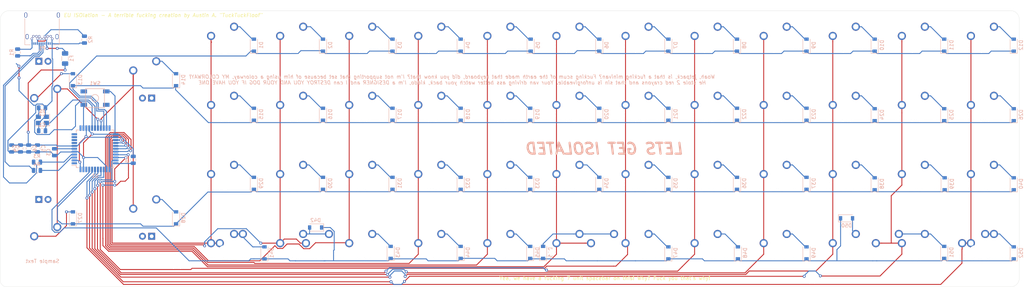
<source format=kicad_pcb>
(kicad_pcb (version 20171130) (host pcbnew "(5.1.5)-3")
  (layers (0 F.Cu signal) (31 B.Cu signal) (34 B.Paste user) (35 F.Paste user) (36 B.SilkS user) (37 F.SilkS user) (38 B.Mask user) (39 F.Mask user) (44 Edge.Cuts user))
  (net 0 "")
  (net 1 GND)
  (net 2 "Net-(C1-Pad1)")
  (net 3 "Net-(C2-Pad1)")
  (net 4 "Net-(C3-Pad1)")
  (net 5 +5V)
  (net 6 "Net-(D1-Pad2)")
  (net 7 ROW0)
  (net 8 "Net-(D2-Pad2)")
  (net 9 "Net-(D3-Pad2)")
  (net 10 "Net-(D4-Pad2)")
  (net 11 "Net-(D5-Pad2)")
  (net 12 "Net-(D6-Pad2)")
  (net 13 "Net-(D7-Pad2)")
  (net 14 "Net-(D8-Pad2)")
  (net 15 "Net-(D9-Pad2)")
  (net 16 "Net-(D10-Pad2)")
  (net 17 "Net-(D11-Pad2)")
  (net 18 "Net-(D12-Pad2)")
  (net 19 "Net-(D13-Pad2)")
  (net 20 ROW1)
  (net 21 "Net-(D14-Pad2)")
  (net 22 "Net-(D15-Pad2)")
  (net 23 "Net-(D16-Pad2)")
  (net 24 "Net-(D17-Pad2)")
  (net 25 "Net-(D18-Pad2)")
  (net 26 "Net-(D19-Pad2)")
  (net 27 "Net-(D20-Pad2)")
  (net 28 "Net-(D21-Pad2)")
  (net 29 "Net-(D22-Pad2)")
  (net 30 "Net-(D23-Pad2)")
  (net 31 "Net-(D24-Pad2)")
  (net 32 "Net-(D25-Pad2)")
  (net 33 "Net-(D26-Pad2)")
  (net 34 "Net-(D27-Pad2)")
  (net 35 ROW2)
  (net 36 "Net-(D28-Pad2)")
  (net 37 "Net-(D29-Pad2)")
  (net 38 "Net-(D30-Pad2)")
  (net 39 "Net-(D31-Pad2)")
  (net 40 "Net-(D32-Pad2)")
  (net 41 "Net-(D33-Pad2)")
  (net 42 "Net-(D34-Pad2)")
  (net 43 "Net-(D35-Pad2)")
  (net 44 "Net-(D36-Pad2)")
  (net 45 "Net-(D37-Pad2)")
  (net 46 "Net-(D38-Pad2)")
  (net 47 "Net-(D39-Pad2)")
  (net 48 "Net-(D40-Pad2)")
  (net 49 "Net-(D41-Pad2)")
  (net 50 ROW3)
  (net 51 "Net-(D42-Pad2)")
  (net 52 "Net-(D43-Pad2)")
  (net 53 "Net-(D44-Pad2)")
  (net 54 "Net-(D45-Pad2)")
  (net 55 "Net-(D46-Pad2)")
  (net 56 "Net-(D47-Pad2)")
  (net 57 "Net-(D48-Pad2)")
  (net 58 "Net-(D49-Pad2)")
  (net 59 "Net-(D50-Pad2)")
  (net 60 "Net-(D51-Pad2)")
  (net 61 "Net-(D52-Pad2)")
  (net 62 COL2)
  (net 63 COL3)
  (net 64 COL4)
  (net 65 COL5)
  (net 66 COL6)
  (net 67 COL7)
  (net 68 COL8)
  (net 69 COL9)
  (net 70 COL10)
  (net 71 COL11)
  (net 72 COL12)
  (net 73 COL13)
  (net 74 COL0)
  (net 75 COL1)
  (net 76 "Net-(P1-PadA5)")
  (net 77 "Net-(P1-PadB5)")
  (net 78 "Net-(P1-PadA6)")
  (net 79 "Net-(R3-Pad1)")
  (net 80 "Net-(P1-PadA7)")
  (net 81 "Net-(R4-Pad1)")
  (net 82 "Net-(R5-Pad2)")
  (net 83 "Net-(SW1-Pad2)")
  (net 84 "Net-(U1-Pad42)")
  (net 85 "Net-(U1-Pad22)")
  (net 86 "Net-(U1-Pad12)")
  (net 87 "Net-(U1-Pad11)")
  (net 88 "Net-(U1-Pad10)")
  (net 89 "Net-(U1-Pad9)")
  (net 90 "Net-(U1-Pad8)")
  (net 91 "Net-(U1-Pad1)")
  (net 92 "Net-(F1-Pad2)")
  (module MX_Only:MXOnly-1.25U-NoLED (layer F.Cu) (at 276.225 121.539)
    (fp_text reference MX57)
    (fp_text value MX-NoLED)
    (pad 2 thru_hole circle (at 2.54 -5.08) (size 2.25 2.25) (drill 1.47) (layers *.Cu B.Mask) (net 61 "Net-(D52-Pad2)"))
    (pad "" np_thru_hole circle (at 0 0) (size 3.9878 3.9878) (drill 3.9878) (layers *.Cu *.Mask))
    (pad 1 thru_hole circle (at -3.81 -2.54) (size 2.25 2.25) (drill 1.47) (layers *.Cu B.Mask) (net 73 COL13))
    (pad "" np_thru_hole circle (at -5.08 0 48.0996) (size 1.75 1.75) (drill 1.75) (layers *.Cu *.Mask))
    (pad "" np_thru_hole circle (at 5.08 0 48.0996) (size 1.75 1.75) (drill 1.75) (layers *.Cu *.Mask))
  )
  (module MX_Only:MXOnly-1.25U-NoLED (layer F.Cu) (at 252.417 121.539)
    (fp_text reference MX56)
    (fp_text value MX-NoLED)
    (pad 2 thru_hole circle (at 2.54 -5.08) (size 2.25 2.25) (drill 1.47) (layers *.Cu B.Mask) (net 60 "Net-(D51-Pad2)"))
    (pad "" np_thru_hole circle (at 0 0) (size 3.9878 3.9878) (drill 3.9878) (layers *.Cu *.Mask))
    (pad 1 thru_hole circle (at -3.81 -2.54) (size 2.25 2.25) (drill 1.47) (layers *.Cu B.Mask) (net 72 COL12))
    (pad "" np_thru_hole circle (at -5.08 0 48.0996) (size 1.75 1.75) (drill 1.75) (layers *.Cu *.Mask))
    (pad "" np_thru_hole circle (at 5.08 0 48.0996) (size 1.75 1.75) (drill 1.75) (layers *.Cu *.Mask))
  )
  (module MX_Only:MXOnly-1.25U-NoLED (layer F.Cu) (at 95.25 121.546)
    (fp_text reference MX55)
    (fp_text value MX-NoLED)
    (pad 2 thru_hole circle (at 2.54 -5.08) (size 2.25 2.25) (drill 1.47) (layers *.Cu B.Mask) (net 51 "Net-(D42-Pad2)"))
    (pad "" np_thru_hole circle (at 0 0) (size 3.9878 3.9878) (drill 3.9878) (layers *.Cu *.Mask))
    (pad 1 thru_hole circle (at -3.81 -2.54) (size 2.25 2.25) (drill 1.47) (layers *.Cu B.Mask) (net 63 COL3))
    (pad "" np_thru_hole circle (at -5.08 0 48.0996) (size 1.75 1.75) (drill 1.75) (layers *.Cu *.Mask))
    (pad "" np_thru_hole circle (at 5.08 0 48.0996) (size 1.75 1.75) (drill 1.75) (layers *.Cu *.Mask))
  )
  (module MX_Only:MXOnly-1.25U-NoLED (layer F.Cu) (at 71.501 121.539)
    (fp_text reference MX54)
    (fp_text value MX-NoLED)
    (pad 2 thru_hole circle (at 2.54 -5.08) (size 2.25 2.25) (drill 1.47) (layers *.Cu B.Mask) (net 49 "Net-(D41-Pad2)"))
    (pad "" np_thru_hole circle (at 0 0) (size 3.9878 3.9878) (drill 3.9878) (layers *.Cu *.Mask))
    (pad 1 thru_hole circle (at -3.81 -2.54) (size 2.25 2.25) (drill 1.47) (layers *.Cu B.Mask) (net 62 COL2))
    (pad "" np_thru_hole circle (at -5.08 0 48.0996) (size 1.75 1.75) (drill 1.75) (layers *.Cu *.Mask))
    (pad "" np_thru_hole circle (at 5.08 0 48.0996) (size 1.75 1.75) (drill 1.75) (layers *.Cu *.Mask))
  )
  (module MX_Only:MXOnly-7U-ReversedStabilizers-NoLED (layer F.Cu) (at 173.863 121.539)
    (fp_text reference MX53)
    (fp_text value MX-NoLED)
    (pad 2 thru_hole circle (at 2.54 -5.08) (size 2.25 2.25) (drill 1.47) (layers *.Cu B.Mask) (net 55 "Net-(D46-Pad2)"))
    (pad "" np_thru_hole circle (at 0 0) (size 3.9878 3.9878) (drill 3.9878) (layers *.Cu *.Mask))
    (pad 1 thru_hole circle (at -3.81 -2.54) (size 2.25 2.25) (drill 1.47) (layers *.Cu B.Mask) (net 67 COL7))
    (pad "" np_thru_hole circle (at -5.08 0 48.0996) (size 1.75 1.75) (drill 1.75) (layers *.Cu *.Mask))
    (pad "" np_thru_hole circle (at 5.08 0 48.0996) (size 1.75 1.75) (drill 1.75) (layers *.Cu *.Mask))
    (pad "" np_thru_hole circle (at -57.15 6.985) (size 3.048 3.048) (drill 3.048) (layers *.Cu *.Mask))
    (pad "" np_thru_hole circle (at 57.15 6.985) (size 3.048 3.048) (drill 3.048) (layers *.Cu *.Mask))
    (pad "" np_thru_hole circle (at -57.15 -8.255) (size 3.9878 3.9878) (drill 3.9878) (layers *.Cu *.Mask))
    (pad "" np_thru_hole circle (at 57.15 -8.255) (size 3.9878 3.9878) (drill 3.9878) (layers *.Cu *.Mask))
  )
  (module Fuse:Fuse_1206_3216Metric (layer B.Cu) (at 25.019 68.072 90)
    (fp_text reference F1 (at 0 1.82 90) (layer B.SilkS) (effects (justify mirror)))
    (fp_text value 500mA)
    (pad 2 smd roundrect (at 1.4 0 90) (size 1.25 1.75) (layers B.Cu B.Paste B.Mask) (roundrect_rratio 0.2) (net 92 "Net-(F1-Pad2)"))
    (pad 1 smd roundrect (at -1.4 0 90) (size 1.25 1.75) (layers B.Cu B.Paste B.Mask) (roundrect_rratio 0.2) (net 5 +5V))
  )
  (module Connector_USB:USB_C_Receptacle_Amphenol_12401548E4-2A (layer B.Cu) (at 18.669 58.928)
    (fp_text reference P1 (at 0 6.36) (layer B.SilkS) (effects (justify mirror)))
    (fp_text value USB_C_Plug_USB2.0)
    (pad B11 thru_hole circle (at -2.4 3.01) (size 0.65 0.65) (drill 0.4) (layers *.Cu *.Mask))
    (pad B10 thru_hole circle (at -1.6 3.01) (size 0.65 0.65) (drill 0.4) (layers *.Cu *.Mask))
    (pad B8 thru_hole circle (at -0.8 3.01) (size 0.65 0.65) (drill 0.4) (layers *.Cu *.Mask))
    (pad B5 thru_hole circle (at 0.8 3.01) (size 0.65 0.65) (drill 0.4) (layers *.Cu *.Mask) (net 77 "Net-(P1-PadB5)"))
    (pad B3 thru_hole circle (at 1.6 3.01) (size 0.65 0.65) (drill 0.4) (layers *.Cu *.Mask))
    (pad B2 thru_hole circle (at 2.4 3.01) (size 0.65 0.65) (drill 0.4) (layers *.Cu *.Mask))
    (pad B12 thru_hole circle (at -2.8 3.71) (size 0.65 0.65) (drill 0.4) (layers *.Cu *.Mask) (net 1 GND))
    (pad B9 thru_hole circle (at -1.2 3.71) (size 0.65 0.65) (drill 0.4) (layers *.Cu *.Mask) (net 92 "Net-(F1-Pad2)"))
    (pad B7 thru_hole circle (at -0.4 3.71) (size 0.65 0.65) (drill 0.4) (layers *.Cu *.Mask))
    (pad B6 thru_hole circle (at 0.4 3.71) (size 0.65 0.65) (drill 0.4) (layers *.Cu *.Mask))
    (pad B4 thru_hole circle (at 1.2 3.71) (size 0.65 0.65) (drill 0.4) (layers *.Cu *.Mask) (net 92 "Net-(F1-Pad2)"))
    (pad B1 thru_hole circle (at 2.8 3.71) (size 0.65 0.65) (drill 0.4) (layers *.Cu *.Mask) (net 1 GND))
    (pad "" np_thru_hole circle (at -3.6 4.36) (size 0.65 0.65) (drill 0.65) (layers *.Cu *.Mask))
    (pad "" np_thru_hole oval (at 3.6 4.36) (size 0.95 0.65) (drill oval 0.95 0.65) (layers *.Cu *.Mask))
    (pad S1 thru_hole oval (at -4.49 -2.84) (size 0.8 1.4) (drill oval 0.5 1.1) (layers *.Cu *.Mask) (net 1 GND))
    (pad S1 thru_hole oval (at 4.49 -2.84) (size 0.8 1.4) (drill oval 0.5 1.1) (layers *.Cu *.Mask) (net 1 GND))
    (pad S1 thru_hole oval (at 4.13 3.11) (size 0.8 1.4) (drill oval 0.5 1.1) (layers *.Cu *.Mask) (net 1 GND))
    (pad A11 smd rect (at 2.25 5.02) (size 0.3 0.7) (layers B.Cu B.Paste B.Mask))
    (pad A8 smd rect (at 0.75 5.02) (size 0.3 0.7) (layers B.Cu B.Paste B.Mask))
    (pad A9 smd rect (at 1.25 5.02) (size 0.3 0.7) (layers B.Cu B.Paste B.Mask) (net 92 "Net-(F1-Pad2)"))
    (pad A10 smd rect (at 1.75 5.02) (size 0.3 0.7) (layers B.Cu B.Paste B.Mask))
    (pad A12 smd rect (at 2.75 5.02) (size 0.3 0.7) (layers B.Cu B.Paste B.Mask) (net 1 GND))
    (pad A7 smd rect (at 0.25 5.02) (size 0.3 0.7) (layers B.Cu B.Paste B.Mask) (net 80 "Net-(P1-PadA7)"))
    (pad A6 smd rect (at -0.25 5.02) (size 0.3 0.7) (layers B.Cu B.Paste B.Mask) (net 78 "Net-(P1-PadA6)"))
    (pad A5 smd rect (at -0.75 5.02) (size 0.3 0.7) (layers B.Cu B.Paste B.Mask) (net 76 "Net-(P1-PadA5)"))
    (pad A4 smd rect (at -1.25 5.02) (size 0.3 0.7) (layers B.Cu B.Paste B.Mask) (net 92 "Net-(F1-Pad2)"))
    (pad A3 smd rect (at -1.75 5.02) (size 0.3 0.7) (layers B.Cu B.Paste B.Mask))
    (pad A2 smd rect (at -2.25 5.02) (size 0.3 0.7) (layers B.Cu B.Paste B.Mask))
    (pad A1 smd rect (at -2.75 5.02) (size 0.3 0.7) (layers B.Cu B.Paste B.Mask) (net 1 GND))
    (pad S1 thru_hole oval (at -4.13 3.11) (size 0.8 1.4) (drill oval 0.5 1.1) (layers *.Cu *.Mask) (net 1 GND))
  )
  (module Crystal:Crystal_SMD_3225-4Pin_3.2x2.5mm (layer B.Cu) (at 18.753 85.002 180)
    (fp_text reference Y1 (at 0 2.45) (layer B.SilkS) (effects (justify mirror)))
    (fp_text value 16MHz)
    (pad 4 smd rect (at -1.1 0.85 180) (size 1.4 1.2) (layers B.Cu B.Paste B.Mask) (net 1 GND))
    (pad 3 smd rect (at 1.1 0.85 180) (size 1.4 1.2) (layers B.Cu B.Paste B.Mask) (net 3 "Net-(C2-Pad1)"))
    (pad 2 smd rect (at 1.1 -0.85 180) (size 1.4 1.2) (layers B.Cu B.Paste B.Mask) (net 1 GND))
    (pad 1 smd rect (at -1.1 -0.85 180) (size 1.4 1.2) (layers B.Cu B.Paste B.Mask) (net 2 "Net-(C1-Pad1)"))
  )
  (module Package_QFP:TQFP-44_10x10mm_P0.8mm (layer B.Cu) (at 33.274 92.964)
    (fp_text reference U1 (at 0 7.45) (layer B.SilkS) (effects (justify mirror)))
    (fp_text value ATmega32U4-AU)
    (pad 44 smd rect (at -4 5.7 270) (size 1.5 0.55) (layers B.Cu B.Paste B.Mask) (net 5 +5V))
    (pad 43 smd rect (at -3.2 5.7 270) (size 1.5 0.55) (layers B.Cu B.Paste B.Mask) (net 1 GND))
    (pad 42 smd rect (at -2.4 5.7 270) (size 1.5 0.55) (layers B.Cu B.Paste B.Mask) (net 84 "Net-(U1-Pad42)"))
    (pad 41 smd rect (at -1.6 5.7 270) (size 1.5 0.55) (layers B.Cu B.Paste B.Mask) (net 50 ROW3))
    (pad 40 smd rect (at -0.8 5.7 270) (size 1.5 0.55) (layers B.Cu B.Paste B.Mask) (net 35 ROW2))
    (pad 39 smd rect (at 0 5.7 270) (size 1.5 0.55) (layers B.Cu B.Paste B.Mask) (net 73 COL13))
    (pad 38 smd rect (at 0.8 5.7 270) (size 1.5 0.55) (layers B.Cu B.Paste B.Mask) (net 72 COL12))
    (pad 37 smd rect (at 1.6 5.7 270) (size 1.5 0.55) (layers B.Cu B.Paste B.Mask) (net 71 COL11))
    (pad 36 smd rect (at 2.4 5.7 270) (size 1.5 0.55) (layers B.Cu B.Paste B.Mask) (net 70 COL10))
    (pad 35 smd rect (at 3.2 5.7 270) (size 1.5 0.55) (layers B.Cu B.Paste B.Mask) (net 1 GND))
    (pad 34 smd rect (at 4 5.7 270) (size 1.5 0.55) (layers B.Cu B.Paste B.Mask) (net 5 +5V))
    (pad 33 smd rect (at 5.7 4) (size 1.5 0.55) (layers B.Cu B.Paste B.Mask) (net 82 "Net-(R5-Pad2)"))
    (pad 32 smd rect (at 5.7 3.2) (size 1.5 0.55) (layers B.Cu B.Paste B.Mask) (net 69 COL9))
    (pad 31 smd rect (at 5.7 2.4) (size 1.5 0.55) (layers B.Cu B.Paste B.Mask) (net 68 COL8))
    (pad 30 smd rect (at 5.7 1.6) (size 1.5 0.55) (layers B.Cu B.Paste B.Mask) (net 67 COL7))
    (pad 29 smd rect (at 5.7 0.8) (size 1.5 0.55) (layers B.Cu B.Paste B.Mask) (net 66 COL6))
    (pad 28 smd rect (at 5.7 0) (size 1.5 0.55) (layers B.Cu B.Paste B.Mask) (net 65 COL5))
    (pad 27 smd rect (at 5.7 -0.8) (size 1.5 0.55) (layers B.Cu B.Paste B.Mask) (net 64 COL4))
    (pad 26 smd rect (at 5.7 -1.6) (size 1.5 0.55) (layers B.Cu B.Paste B.Mask) (net 63 COL3))
    (pad 25 smd rect (at 5.7 -2.4) (size 1.5 0.55) (layers B.Cu B.Paste B.Mask) (net 62 COL2))
    (pad 24 smd rect (at 5.7 -3.2) (size 1.5 0.55) (layers B.Cu B.Paste B.Mask) (net 5 +5V))
    (pad 23 smd rect (at 5.7 -4) (size 1.5 0.55) (layers B.Cu B.Paste B.Mask) (net 1 GND))
    (pad 22 smd rect (at 4 -5.7 270) (size 1.5 0.55) (layers B.Cu B.Paste B.Mask) (net 85 "Net-(U1-Pad22)"))
    (pad 21 smd rect (at 3.2 -5.7 270) (size 1.5 0.55) (layers B.Cu B.Paste B.Mask) (net 20 ROW1))
    (pad 20 smd rect (at 2.4 -5.7 270) (size 1.5 0.55) (layers B.Cu B.Paste B.Mask) (net 7 ROW0))
    (pad 19 smd rect (at 1.6 -5.7 270) (size 1.5 0.55) (layers B.Cu B.Paste B.Mask) (net 75 COL1))
    (pad 18 smd rect (at 0.8 -5.7 270) (size 1.5 0.55) (layers B.Cu B.Paste B.Mask) (net 74 COL0))
    (pad 17 smd rect (at 0 -5.7 270) (size 1.5 0.55) (layers B.Cu B.Paste B.Mask) (net 2 "Net-(C1-Pad1)"))
    (pad 16 smd rect (at -0.8 -5.7 270) (size 1.5 0.55) (layers B.Cu B.Paste B.Mask) (net 3 "Net-(C2-Pad1)"))
    (pad 15 smd rect (at -1.6 -5.7 270) (size 1.5 0.55) (layers B.Cu B.Paste B.Mask) (net 1 GND))
    (pad 14 smd rect (at -2.4 -5.7 270) (size 1.5 0.55) (layers B.Cu B.Paste B.Mask) (net 5 +5V))
    (pad 13 smd rect (at -3.2 -5.7 270) (size 1.5 0.55) (layers B.Cu B.Paste B.Mask) (net 83 "Net-(SW1-Pad2)"))
    (pad 12 smd rect (at -4 -5.7 270) (size 1.5 0.55) (layers B.Cu B.Paste B.Mask) (net 86 "Net-(U1-Pad12)"))
    (pad 11 smd rect (at -5.7 -4) (size 1.5 0.55) (layers B.Cu B.Paste B.Mask) (net 87 "Net-(U1-Pad11)"))
    (pad 10 smd rect (at -5.7 -3.2) (size 1.5 0.55) (layers B.Cu B.Paste B.Mask) (net 88 "Net-(U1-Pad10)"))
    (pad 9 smd rect (at -5.7 -2.4) (size 1.5 0.55) (layers B.Cu B.Paste B.Mask) (net 89 "Net-(U1-Pad9)"))
    (pad 8 smd rect (at -5.7 -1.6) (size 1.5 0.55) (layers B.Cu B.Paste B.Mask) (net 90 "Net-(U1-Pad8)"))
    (pad 7 smd rect (at -5.7 -0.8) (size 1.5 0.55) (layers B.Cu B.Paste B.Mask) (net 5 +5V))
    (pad 6 smd rect (at -5.7 0) (size 1.5 0.55) (layers B.Cu B.Paste B.Mask) (net 4 "Net-(C3-Pad1)"))
    (pad 5 smd rect (at -5.7 0.8) (size 1.5 0.55) (layers B.Cu B.Paste B.Mask) (net 1 GND))
    (pad 4 smd rect (at -5.7 1.6) (size 1.5 0.55) (layers B.Cu B.Paste B.Mask) (net 79 "Net-(R3-Pad1)"))
    (pad 3 smd rect (at -5.7 2.4) (size 1.5 0.55) (layers B.Cu B.Paste B.Mask) (net 81 "Net-(R4-Pad1)"))
    (pad 2 smd rect (at -5.7 3.2) (size 1.5 0.55) (layers B.Cu B.Paste B.Mask) (net 5 +5V))
    (pad 1 smd rect (at -5.7 4) (size 1.5 0.55) (layers B.Cu B.Paste B.Mask) (net 91 "Net-(U1-Pad1)"))
  )
  (module random-keyboard-parts:SKQG-1155865 (layer B.Cu) (at 33.274 78.994)
    (fp_text reference SW1 (at 0 -4.064) (layer B.SilkS) (effects (justify mirror)))
    (fp_text value SW_Push)
    (pad 4 smd rect (at -3.1 -1.85) (size 1.8 1.1) (layers B.Cu B.Paste B.Mask))
    (pad 3 smd rect (at 3.1 1.85) (size 1.8 1.1) (layers B.Cu B.Paste B.Mask))
    (pad 2 smd rect (at -3.1 1.85) (size 1.8 1.1) (layers B.Cu B.Paste B.Mask) (net 83 "Net-(SW1-Pad2)"))
    (pad 1 smd rect (at 3.1 -1.85) (size 1.8 1.1) (layers B.Cu B.Paste B.Mask) (net 1 GND))
  )
  (module Resistor_SMD:R_0805_2012Metric (layer B.Cu) (at 43.815 96.012 270)
    (fp_text reference R5 (at 0 1.65 270) (layer B.SilkS) (effects (justify mirror)))
    (fp_text value 10k)
    (pad 2 smd roundrect (at 0.9375 0 270) (size 0.975 1.4) (layers B.Cu B.Paste B.Mask) (net 82 "Net-(R5-Pad2)"))
    (pad 1 smd roundrect (at -0.9375 0 270) (size 0.975 1.4) (layers B.Cu B.Paste B.Mask) (net 1 GND))
  )
  (module Resistor_SMD:R_0805_2012Metric (layer B.Cu) (at 17.272 98.933 180)
    (fp_text reference R4 (at 0 1.65) (layer B.SilkS) (effects (justify mirror)))
    (fp_text value 22)
    (pad 2 smd roundrect (at 0.9375 0 180) (size 0.975 1.4) (layers B.Cu B.Paste B.Mask) (net 80 "Net-(P1-PadA7)"))
    (pad 1 smd roundrect (at -0.9375 0 180) (size 0.975 1.4) (layers B.Cu B.Paste B.Mask) (net 81 "Net-(R4-Pad1)"))
  )
  (module Resistor_SMD:R_0805_2012Metric (layer B.Cu) (at 17.272 96.647 180)
    (fp_text reference R3 (at 0 1.65) (layer B.SilkS) (effects (justify mirror)))
    (fp_text value 22)
    (pad 2 smd roundrect (at 0.9375 0 180) (size 0.975 1.4) (layers B.Cu B.Paste B.Mask) (net 78 "Net-(P1-PadA6)"))
    (pad 1 smd roundrect (at -0.9375 0 180) (size 0.975 1.4) (layers B.Cu B.Paste B.Mask) (net 79 "Net-(R3-Pad1)"))
  )
  (module Resistor_SMD:R_0805_2012Metric (layer B.Cu) (at 30.353 62.865 90)
    (fp_text reference R2 (at 0 1.65 90) (layer B.SilkS) (effects (justify mirror)))
    (fp_text value 5.1k)
    (pad 2 smd roundrect (at 0.9375 0 90) (size 0.975 1.4) (layers B.Cu B.Paste B.Mask) (net 77 "Net-(P1-PadB5)"))
    (pad 1 smd roundrect (at -0.9375 0 90) (size 0.975 1.4) (layers B.Cu B.Paste B.Mask) (net 1 GND))
  )
  (module Resistor_SMD:R_0805_2012Metric (layer B.Cu) (at 11.938 66.421 270)
    (fp_text reference R1 (at 0 1.65 90) (layer B.SilkS) (effects (justify mirror)))
    (fp_text value 5.1k)
    (pad 2 smd roundrect (at 0.9375 0 270) (size 0.975 1.4) (layers B.Cu B.Paste B.Mask) (net 76 "Net-(P1-PadA5)"))
    (pad 1 smd roundrect (at -0.9375 0 270) (size 0.975 1.4) (layers B.Cu B.Paste B.Mask) (net 1 GND))
  )
  (module MX_Only:MXOnly-1U-NoLED (layer F.Cu) (at 278.638 121.539)
    (fp_text reference MX52)
    (fp_text value MX-NoLED)
    (pad 2 thru_hole circle (at 2.54 -5.08) (size 2.25 2.25) (drill 1.47) (layers *.Cu B.Mask) (net 61 "Net-(D52-Pad2)"))
    (pad "" np_thru_hole circle (at 0 0) (size 3.9878 3.9878) (drill 3.9878) (layers *.Cu *.Mask))
    (pad 1 thru_hole circle (at -3.81 -2.54) (size 2.25 2.25) (drill 1.47) (layers *.Cu B.Mask) (net 73 COL13))
    (pad "" np_thru_hole circle (at -5.08 0 48.0996) (size 1.75 1.75) (drill 1.75) (layers *.Cu *.Mask))
    (pad "" np_thru_hole circle (at 5.08 0 48.0996) (size 1.75 1.75) (drill 1.75) (layers *.Cu *.Mask))
  )
  (module MX_Only:MXOnly-1U-NoLED (layer F.Cu) (at 259.588 121.539)
    (fp_text reference MX51)
    (fp_text value MX-NoLED)
    (pad 2 thru_hole circle (at 2.54 -5.08) (size 2.25 2.25) (drill 1.47) (layers *.Cu B.Mask) (net 60 "Net-(D51-Pad2)"))
    (pad "" np_thru_hole circle (at 0 0) (size 3.9878 3.9878) (drill 3.9878) (layers *.Cu *.Mask))
    (pad 1 thru_hole circle (at -3.81 -2.54) (size 2.25 2.25) (drill 1.47) (layers *.Cu B.Mask) (net 72 COL12))
    (pad "" np_thru_hole circle (at -5.08 0 48.0996) (size 1.75 1.75) (drill 1.75) (layers *.Cu *.Mask))
    (pad "" np_thru_hole circle (at 5.08 0 48.0996) (size 1.75 1.75) (drill 1.75) (layers *.Cu *.Mask))
  )
  (module MX_Only:MXOnly-1U-NoLED (layer F.Cu) (at 240.538 121.539)
    (fp_text reference MX50)
    (fp_text value MX-NoLED)
    (pad 2 thru_hole circle (at 2.54 -5.08) (size 2.25 2.25) (drill 1.47) (layers *.Cu B.Mask) (net 59 "Net-(D50-Pad2)"))
    (pad "" np_thru_hole circle (at 0 0) (size 3.9878 3.9878) (drill 3.9878) (layers *.Cu *.Mask))
    (pad 1 thru_hole circle (at -3.81 -2.54) (size 2.25 2.25) (drill 1.47) (layers *.Cu B.Mask) (net 71 COL11))
    (pad "" np_thru_hole circle (at -5.08 0 48.0996) (size 1.75 1.75) (drill 1.75) (layers *.Cu *.Mask))
    (pad "" np_thru_hole circle (at 5.08 0 48.0996) (size 1.75 1.75) (drill 1.75) (layers *.Cu *.Mask))
  )
  (module MX_Only:MXOnly-1U-NoLED (layer F.Cu) (at 221.488 121.539)
    (fp_text reference MX49)
    (fp_text value MX-NoLED)
    (pad 2 thru_hole circle (at 2.54 -5.08) (size 2.25 2.25) (drill 1.47) (layers *.Cu B.Mask) (net 58 "Net-(D49-Pad2)"))
    (pad "" np_thru_hole circle (at 0 0) (size 3.9878 3.9878) (drill 3.9878) (layers *.Cu *.Mask))
    (pad 1 thru_hole circle (at -3.81 -2.54) (size 2.25 2.25) (drill 1.47) (layers *.Cu B.Mask) (net 70 COL10))
    (pad "" np_thru_hole circle (at -5.08 0 48.0996) (size 1.75 1.75) (drill 1.75) (layers *.Cu *.Mask))
    (pad "" np_thru_hole circle (at 5.08 0 48.0996) (size 1.75 1.75) (drill 1.75) (layers *.Cu *.Mask))
  )
  (module MX_Only:MXOnly-1U-NoLED (layer F.Cu) (at 202.438 121.539)
    (fp_text reference MX48)
    (fp_text value MX-NoLED)
    (pad 2 thru_hole circle (at 2.54 -5.08) (size 2.25 2.25) (drill 1.47) (layers *.Cu B.Mask) (net 57 "Net-(D48-Pad2)"))
    (pad "" np_thru_hole circle (at 0 0) (size 3.9878 3.9878) (drill 3.9878) (layers *.Cu *.Mask))
    (pad 1 thru_hole circle (at -3.81 -2.54) (size 2.25 2.25) (drill 1.47) (layers *.Cu B.Mask) (net 69 COL9))
    (pad "" np_thru_hole circle (at -5.08 0 48.0996) (size 1.75 1.75) (drill 1.75) (layers *.Cu *.Mask))
    (pad "" np_thru_hole circle (at 5.08 0 48.0996) (size 1.75 1.75) (drill 1.75) (layers *.Cu *.Mask))
  )
  (module MX_Only:MXOnly-1U-NoLED (layer F.Cu) (at 183.388 121.539)
    (fp_text reference MX47)
    (fp_text value MX-NoLED)
    (pad 2 thru_hole circle (at 2.54 -5.08) (size 2.25 2.25) (drill 1.47) (layers *.Cu B.Mask) (net 56 "Net-(D47-Pad2)"))
    (pad "" np_thru_hole circle (at 0 0) (size 3.9878 3.9878) (drill 3.9878) (layers *.Cu *.Mask))
    (pad 1 thru_hole circle (at -3.81 -2.54) (size 2.25 2.25) (drill 1.47) (layers *.Cu B.Mask) (net 68 COL8))
    (pad "" np_thru_hole circle (at -5.08 0 48.0996) (size 1.75 1.75) (drill 1.75) (layers *.Cu *.Mask))
    (pad "" np_thru_hole circle (at 5.08 0 48.0996) (size 1.75 1.75) (drill 1.75) (layers *.Cu *.Mask))
  )
  (module MX_Only:MXOnly-1U-NoLED (layer F.Cu) (at 164.338 121.539)
    (fp_text reference MX46)
    (fp_text value MX-NoLED)
    (pad 2 thru_hole circle (at 2.54 -5.08) (size 2.25 2.25) (drill 1.47) (layers *.Cu B.Mask) (net 55 "Net-(D46-Pad2)"))
    (pad "" np_thru_hole circle (at 0 0) (size 3.9878 3.9878) (drill 3.9878) (layers *.Cu *.Mask))
    (pad 1 thru_hole circle (at -3.81 -2.54) (size 2.25 2.25) (drill 1.47) (layers *.Cu B.Mask) (net 67 COL7))
    (pad "" np_thru_hole circle (at -5.08 0 48.0996) (size 1.75 1.75) (drill 1.75) (layers *.Cu *.Mask))
    (pad "" np_thru_hole circle (at 5.08 0 48.0996) (size 1.75 1.75) (drill 1.75) (layers *.Cu *.Mask))
  )
  (module MX_Only:MXOnly-1U-NoLED (layer F.Cu) (at 145.288 121.539)
    (fp_text reference MX45)
    (fp_text value MX-NoLED)
    (pad 2 thru_hole circle (at 2.54 -5.08) (size 2.25 2.25) (drill 1.47) (layers *.Cu B.Mask) (net 54 "Net-(D45-Pad2)"))
    (pad "" np_thru_hole circle (at 0 0) (size 3.9878 3.9878) (drill 3.9878) (layers *.Cu *.Mask))
    (pad 1 thru_hole circle (at -3.81 -2.54) (size 2.25 2.25) (drill 1.47) (layers *.Cu B.Mask) (net 66 COL6))
    (pad "" np_thru_hole circle (at -5.08 0 48.0996) (size 1.75 1.75) (drill 1.75) (layers *.Cu *.Mask))
    (pad "" np_thru_hole circle (at 5.08 0 48.0996) (size 1.75 1.75) (drill 1.75) (layers *.Cu *.Mask))
  )
  (module MX_Only:MXOnly-1U-NoLED (layer F.Cu) (at 126.238 121.539)
    (fp_text reference MX44)
    (fp_text value MX-NoLED)
    (pad 2 thru_hole circle (at 2.54 -5.08) (size 2.25 2.25) (drill 1.47) (layers *.Cu B.Mask) (net 53 "Net-(D44-Pad2)"))
    (pad "" np_thru_hole circle (at 0 0) (size 3.9878 3.9878) (drill 3.9878) (layers *.Cu *.Mask))
    (pad 1 thru_hole circle (at -3.81 -2.54) (size 2.25 2.25) (drill 1.47) (layers *.Cu B.Mask) (net 65 COL5))
    (pad "" np_thru_hole circle (at -5.08 0 48.0996) (size 1.75 1.75) (drill 1.75) (layers *.Cu *.Mask))
    (pad "" np_thru_hole circle (at 5.08 0 48.0996) (size 1.75 1.75) (drill 1.75) (layers *.Cu *.Mask))
  )
  (module MX_Only:MXOnly-1U-NoLED (layer F.Cu) (at 107.188 121.539)
    (fp_text reference MX43)
    (fp_text value MX-NoLED)
    (pad 2 thru_hole circle (at 2.54 -5.08) (size 2.25 2.25) (drill 1.47) (layers *.Cu B.Mask) (net 52 "Net-(D43-Pad2)"))
    (pad "" np_thru_hole circle (at 0 0) (size 3.9878 3.9878) (drill 3.9878) (layers *.Cu *.Mask))
    (pad 1 thru_hole circle (at -3.81 -2.54) (size 2.25 2.25) (drill 1.47) (layers *.Cu B.Mask) (net 64 COL4))
    (pad "" np_thru_hole circle (at -5.08 0 48.0996) (size 1.75 1.75) (drill 1.75) (layers *.Cu *.Mask))
    (pad "" np_thru_hole circle (at 5.08 0 48.0996) (size 1.75 1.75) (drill 1.75) (layers *.Cu *.Mask))
  )
  (module MX_Only:MXOnly-1U-NoLED (layer F.Cu) (at 88.138 121.539)
    (fp_text reference MX42)
    (fp_text value MX-NoLED)
    (pad 2 thru_hole circle (at 2.54 -5.08) (size 2.25 2.25) (drill 1.47) (layers *.Cu B.Mask) (net 51 "Net-(D42-Pad2)"))
    (pad "" np_thru_hole circle (at 0 0) (size 3.9878 3.9878) (drill 3.9878) (layers *.Cu *.Mask))
    (pad 1 thru_hole circle (at -3.81 -2.54) (size 2.25 2.25) (drill 1.47) (layers *.Cu B.Mask) (net 63 COL3))
    (pad "" np_thru_hole circle (at -5.08 0 48.0996) (size 1.75 1.75) (drill 1.75) (layers *.Cu *.Mask))
    (pad "" np_thru_hole circle (at 5.08 0 48.0996) (size 1.75 1.75) (drill 1.75) (layers *.Cu *.Mask))
  )
  (module MX_Only:MXOnly-1U-NoLED (layer F.Cu) (at 69.088 121.539)
    (fp_text reference MX41)
    (fp_text value MX-NoLED)
    (pad 2 thru_hole circle (at 2.54 -5.08) (size 2.25 2.25) (drill 1.47) (layers *.Cu B.Mask) (net 49 "Net-(D41-Pad2)"))
    (pad "" np_thru_hole circle (at 0 0) (size 3.9878 3.9878) (drill 3.9878) (layers *.Cu *.Mask))
    (pad 1 thru_hole circle (at -3.81 -2.54) (size 2.25 2.25) (drill 1.47) (layers *.Cu B.Mask) (net 62 COL2))
    (pad "" np_thru_hole circle (at -5.08 0 48.0996) (size 1.75 1.75) (drill 1.75) (layers *.Cu *.Mask))
    (pad "" np_thru_hole circle (at 5.08 0 48.0996) (size 1.75 1.75) (drill 1.75) (layers *.Cu *.Mask))
  )
  (module MX_Only:MXOnly-1U-NoLED (layer F.Cu) (at 278.638 102.489)
    (fp_text reference MX40)
    (fp_text value MX-NoLED)
    (pad 2 thru_hole circle (at 2.54 -5.08) (size 2.25 2.25) (drill 1.47) (layers *.Cu B.Mask) (net 48 "Net-(D40-Pad2)"))
    (pad "" np_thru_hole circle (at 0 0) (size 3.9878 3.9878) (drill 3.9878) (layers *.Cu *.Mask))
    (pad 1 thru_hole circle (at -3.81 -2.54) (size 2.25 2.25) (drill 1.47) (layers *.Cu B.Mask) (net 73 COL13))
    (pad "" np_thru_hole circle (at -5.08 0 48.0996) (size 1.75 1.75) (drill 1.75) (layers *.Cu *.Mask))
    (pad "" np_thru_hole circle (at 5.08 0 48.0996) (size 1.75 1.75) (drill 1.75) (layers *.Cu *.Mask))
  )
  (module MX_Only:MXOnly-1U-NoLED (layer F.Cu) (at 259.588 102.489)
    (fp_text reference MX39)
    (fp_text value MX-NoLED)
    (pad 2 thru_hole circle (at 2.54 -5.08) (size 2.25 2.25) (drill 1.47) (layers *.Cu B.Mask) (net 47 "Net-(D39-Pad2)"))
    (pad "" np_thru_hole circle (at 0 0) (size 3.9878 3.9878) (drill 3.9878) (layers *.Cu *.Mask))
    (pad 1 thru_hole circle (at -3.81 -2.54) (size 2.25 2.25) (drill 1.47) (layers *.Cu B.Mask) (net 72 COL12))
    (pad "" np_thru_hole circle (at -5.08 0 48.0996) (size 1.75 1.75) (drill 1.75) (layers *.Cu *.Mask))
    (pad "" np_thru_hole circle (at 5.08 0 48.0996) (size 1.75 1.75) (drill 1.75) (layers *.Cu *.Mask))
  )
  (module MX_Only:MXOnly-1U-NoLED (layer F.Cu) (at 240.538 102.489)
    (fp_text reference MX38)
    (fp_text value MX-NoLED)
    (pad 2 thru_hole circle (at 2.54 -5.08) (size 2.25 2.25) (drill 1.47) (layers *.Cu B.Mask) (net 46 "Net-(D38-Pad2)"))
    (pad "" np_thru_hole circle (at 0 0) (size 3.9878 3.9878) (drill 3.9878) (layers *.Cu *.Mask))
    (pad 1 thru_hole circle (at -3.81 -2.54) (size 2.25 2.25) (drill 1.47) (layers *.Cu B.Mask) (net 71 COL11))
    (pad "" np_thru_hole circle (at -5.08 0 48.0996) (size 1.75 1.75) (drill 1.75) (layers *.Cu *.Mask))
    (pad "" np_thru_hole circle (at 5.08 0 48.0996) (size 1.75 1.75) (drill 1.75) (layers *.Cu *.Mask))
  )
  (module MX_Only:MXOnly-1U-NoLED (layer F.Cu) (at 221.488 102.489)
    (fp_text reference MX37)
    (fp_text value MX-NoLED)
    (pad 2 thru_hole circle (at 2.54 -5.08) (size 2.25 2.25) (drill 1.47) (layers *.Cu B.Mask) (net 45 "Net-(D37-Pad2)"))
    (pad "" np_thru_hole circle (at 0 0) (size 3.9878 3.9878) (drill 3.9878) (layers *.Cu *.Mask))
    (pad 1 thru_hole circle (at -3.81 -2.54) (size 2.25 2.25) (drill 1.47) (layers *.Cu B.Mask) (net 70 COL10))
    (pad "" np_thru_hole circle (at -5.08 0 48.0996) (size 1.75 1.75) (drill 1.75) (layers *.Cu *.Mask))
    (pad "" np_thru_hole circle (at 5.08 0 48.0996) (size 1.75 1.75) (drill 1.75) (layers *.Cu *.Mask))
  )
  (module MX_Only:MXOnly-1U-NoLED (layer F.Cu) (at 202.438 102.489)
    (fp_text reference MX36)
    (fp_text value MX-NoLED)
    (pad 2 thru_hole circle (at 2.54 -5.08) (size 2.25 2.25) (drill 1.47) (layers *.Cu B.Mask) (net 44 "Net-(D36-Pad2)"))
    (pad "" np_thru_hole circle (at 0 0) (size 3.9878 3.9878) (drill 3.9878) (layers *.Cu *.Mask))
    (pad 1 thru_hole circle (at -3.81 -2.54) (size 2.25 2.25) (drill 1.47) (layers *.Cu B.Mask) (net 69 COL9))
    (pad "" np_thru_hole circle (at -5.08 0 48.0996) (size 1.75 1.75) (drill 1.75) (layers *.Cu *.Mask))
    (pad "" np_thru_hole circle (at 5.08 0 48.0996) (size 1.75 1.75) (drill 1.75) (layers *.Cu *.Mask))
  )
  (module MX_Only:MXOnly-1U-NoLED (layer F.Cu) (at 183.388 102.489)
    (fp_text reference MX35)
    (fp_text value MX-NoLED)
    (pad 2 thru_hole circle (at 2.54 -5.08) (size 2.25 2.25) (drill 1.47) (layers *.Cu B.Mask) (net 43 "Net-(D35-Pad2)"))
    (pad "" np_thru_hole circle (at 0 0) (size 3.9878 3.9878) (drill 3.9878) (layers *.Cu *.Mask))
    (pad 1 thru_hole circle (at -3.81 -2.54) (size 2.25 2.25) (drill 1.47) (layers *.Cu B.Mask) (net 68 COL8))
    (pad "" np_thru_hole circle (at -5.08 0 48.0996) (size 1.75 1.75) (drill 1.75) (layers *.Cu *.Mask))
    (pad "" np_thru_hole circle (at 5.08 0 48.0996) (size 1.75 1.75) (drill 1.75) (layers *.Cu *.Mask))
  )
  (module MX_Only:MXOnly-1U-NoLED (layer F.Cu) (at 164.338 102.489)
    (fp_text reference MX34)
    (fp_text value MX-NoLED)
    (pad 2 thru_hole circle (at 2.54 -5.08) (size 2.25 2.25) (drill 1.47) (layers *.Cu B.Mask) (net 42 "Net-(D34-Pad2)"))
    (pad "" np_thru_hole circle (at 0 0) (size 3.9878 3.9878) (drill 3.9878) (layers *.Cu *.Mask))
    (pad 1 thru_hole circle (at -3.81 -2.54) (size 2.25 2.25) (drill 1.47) (layers *.Cu B.Mask) (net 67 COL7))
    (pad "" np_thru_hole circle (at -5.08 0 48.0996) (size 1.75 1.75) (drill 1.75) (layers *.Cu *.Mask))
    (pad "" np_thru_hole circle (at 5.08 0 48.0996) (size 1.75 1.75) (drill 1.75) (layers *.Cu *.Mask))
  )
  (module MX_Only:MXOnly-1U-NoLED (layer F.Cu) (at 145.288 102.489)
    (fp_text reference MX33)
    (fp_text value MX-NoLED)
    (pad 2 thru_hole circle (at 2.54 -5.08) (size 2.25 2.25) (drill 1.47) (layers *.Cu B.Mask) (net 41 "Net-(D33-Pad2)"))
    (pad "" np_thru_hole circle (at 0 0) (size 3.9878 3.9878) (drill 3.9878) (layers *.Cu *.Mask))
    (pad 1 thru_hole circle (at -3.81 -2.54) (size 2.25 2.25) (drill 1.47) (layers *.Cu B.Mask) (net 66 COL6))
    (pad "" np_thru_hole circle (at -5.08 0 48.0996) (size 1.75 1.75) (drill 1.75) (layers *.Cu *.Mask))
    (pad "" np_thru_hole circle (at 5.08 0 48.0996) (size 1.75 1.75) (drill 1.75) (layers *.Cu *.Mask))
  )
  (module MX_Only:MXOnly-1U-NoLED (layer F.Cu) (at 126.238 102.489)
    (fp_text reference MX32)
    (fp_text value MX-NoLED)
    (pad 2 thru_hole circle (at 2.54 -5.08) (size 2.25 2.25) (drill 1.47) (layers *.Cu B.Mask) (net 40 "Net-(D32-Pad2)"))
    (pad "" np_thru_hole circle (at 0 0) (size 3.9878 3.9878) (drill 3.9878) (layers *.Cu *.Mask))
    (pad 1 thru_hole circle (at -3.81 -2.54) (size 2.25 2.25) (drill 1.47) (layers *.Cu B.Mask) (net 65 COL5))
    (pad "" np_thru_hole circle (at -5.08 0 48.0996) (size 1.75 1.75) (drill 1.75) (layers *.Cu *.Mask))
    (pad "" np_thru_hole circle (at 5.08 0 48.0996) (size 1.75 1.75) (drill 1.75) (layers *.Cu *.Mask))
  )
  (module MX_Only:MXOnly-1U-NoLED (layer F.Cu) (at 107.188 102.489)
    (fp_text reference MX31)
    (fp_text value MX-NoLED)
    (pad 2 thru_hole circle (at 2.54 -5.08) (size 2.25 2.25) (drill 1.47) (layers *.Cu B.Mask) (net 39 "Net-(D31-Pad2)"))
    (pad "" np_thru_hole circle (at 0 0) (size 3.9878 3.9878) (drill 3.9878) (layers *.Cu *.Mask))
    (pad 1 thru_hole circle (at -3.81 -2.54) (size 2.25 2.25) (drill 1.47) (layers *.Cu B.Mask) (net 64 COL4))
    (pad "" np_thru_hole circle (at -5.08 0 48.0996) (size 1.75 1.75) (drill 1.75) (layers *.Cu *.Mask))
    (pad "" np_thru_hole circle (at 5.08 0 48.0996) (size 1.75 1.75) (drill 1.75) (layers *.Cu *.Mask))
  )
  (module MX_Only:MXOnly-1U-NoLED (layer F.Cu) (at 88.138 102.489)
    (fp_text reference MX30)
    (fp_text value MX-NoLED)
    (pad 2 thru_hole circle (at 2.54 -5.08) (size 2.25 2.25) (drill 1.47) (layers *.Cu B.Mask) (net 38 "Net-(D30-Pad2)"))
    (pad "" np_thru_hole circle (at 0 0) (size 3.9878 3.9878) (drill 3.9878) (layers *.Cu *.Mask))
    (pad 1 thru_hole circle (at -3.81 -2.54) (size 2.25 2.25) (drill 1.47) (layers *.Cu B.Mask) (net 63 COL3))
    (pad "" np_thru_hole circle (at -5.08 0 48.0996) (size 1.75 1.75) (drill 1.75) (layers *.Cu *.Mask))
    (pad "" np_thru_hole circle (at 5.08 0 48.0996) (size 1.75 1.75) (drill 1.75) (layers *.Cu *.Mask))
  )
  (module MX_Only:MXOnly-1U-NoLED (layer F.Cu) (at 69.088 102.489)
    (fp_text reference MX29)
    (fp_text value MX-NoLED)
    (pad 2 thru_hole circle (at 2.54 -5.08) (size 2.25 2.25) (drill 1.47) (layers *.Cu B.Mask) (net 37 "Net-(D29-Pad2)"))
    (pad "" np_thru_hole circle (at 0 0) (size 3.9878 3.9878) (drill 3.9878) (layers *.Cu *.Mask))
    (pad 1 thru_hole circle (at -3.81 -2.54) (size 2.25 2.25) (drill 1.47) (layers *.Cu B.Mask) (net 62 COL2))
    (pad "" np_thru_hole circle (at -5.08 0 48.0996) (size 1.75 1.75) (drill 1.75) (layers *.Cu *.Mask))
    (pad "" np_thru_hole circle (at 5.08 0 48.0996) (size 1.75 1.75) (drill 1.75) (layers *.Cu *.Mask))
  )
  (module MX_Only:MXOnly-ISO (layer F.Cu) (at 47.625 112.014)
    (fp_text reference MX28)
    (fp_text value MX-NoLED)
    (pad "" np_thru_hole circle (at 8.255 -11.938) (size 3.9878 3.9878) (drill 3.9878) (layers *.Cu *.Mask))
    (pad "" np_thru_hole circle (at 8.255 11.938) (size 3.9878 3.9878) (drill 3.9878) (layers *.Cu *.Mask))
    (pad "" np_thru_hole circle (at -6.985 -11.938) (size 3.048 3.048) (drill 3.048) (layers *.Cu *.Mask))
    (pad "" np_thru_hole circle (at -6.985 11.938) (size 3.048 3.048) (drill 3.048) (layers *.Cu *.Mask))
    (pad "" np_thru_hole circle (at 5.08 0 48.0996) (size 1.75 1.75) (drill 1.75) (layers *.Cu *.Mask))
    (pad "" np_thru_hole circle (at -5.08 0 48.0996) (size 1.75 1.75) (drill 1.75) (layers *.Cu *.Mask))
    (pad 4 thru_hole rect (at 1.27 5.08) (size 1.905 1.905) (drill 1.04) (layers *.Cu B.Mask))
    (pad 3 thru_hole circle (at -1.27 5.08) (size 1.905 1.905) (drill 1.04) (layers *.Cu B.Mask))
    (pad 1 thru_hole circle (at -3.81 -2.54) (size 2.25 2.25) (drill 1.47) (layers *.Cu B.Mask) (net 75 COL1))
    (pad "" np_thru_hole circle (at 0 0) (size 3.9878 3.9878) (drill 3.9878) (layers *.Cu *.Mask))
    (pad 2 thru_hole circle (at 2.54 -5.08) (size 2.25 2.25) (drill 1.47) (layers *.Cu B.Mask) (net 36 "Net-(D28-Pad2)"))
  )
  (module MX_Only:MXOnly-ISO (layer F.Cu) (at 19.05 112.014 180)
    (fp_text reference MX27)
    (fp_text value MX-NoLED)
    (pad "" np_thru_hole circle (at 8.255 -11.938 180) (size 3.9878 3.9878) (drill 3.9878) (layers *.Cu *.Mask))
    (pad "" np_thru_hole circle (at 8.255 11.938 180) (size 3.9878 3.9878) (drill 3.9878) (layers *.Cu *.Mask))
    (pad "" np_thru_hole circle (at -6.985 -11.938 180) (size 3.048 3.048) (drill 3.048) (layers *.Cu *.Mask))
    (pad "" np_thru_hole circle (at -6.985 11.938 180) (size 3.048 3.048) (drill 3.048) (layers *.Cu *.Mask))
    (pad "" np_thru_hole circle (at 5.08 0 228.0996) (size 1.75 1.75) (drill 1.75) (layers *.Cu *.Mask))
    (pad "" np_thru_hole circle (at -5.08 0 228.0996) (size 1.75 1.75) (drill 1.75) (layers *.Cu *.Mask))
    (pad 4 thru_hole rect (at 1.27 5.08 180) (size 1.905 1.905) (drill 1.04) (layers *.Cu B.Mask))
    (pad 3 thru_hole circle (at -1.27 5.08 180) (size 1.905 1.905) (drill 1.04) (layers *.Cu B.Mask))
    (pad 1 thru_hole circle (at -3.81 -2.54 180) (size 2.25 2.25) (drill 1.47) (layers *.Cu B.Mask) (net 74 COL0))
    (pad "" np_thru_hole circle (at 0 0 180) (size 3.9878 3.9878) (drill 3.9878) (layers *.Cu *.Mask))
    (pad 2 thru_hole circle (at 2.54 -5.08 180) (size 2.25 2.25) (drill 1.47) (layers *.Cu B.Mask) (net 34 "Net-(D27-Pad2)"))
  )
  (module MX_Only:MXOnly-1U-NoLED (layer F.Cu) (at 278.638 83.439)
    (fp_text reference MX26)
    (fp_text value MX-NoLED)
    (pad 2 thru_hole circle (at 2.54 -5.08) (size 2.25 2.25) (drill 1.47) (layers *.Cu B.Mask) (net 33 "Net-(D26-Pad2)"))
    (pad "" np_thru_hole circle (at 0 0) (size 3.9878 3.9878) (drill 3.9878) (layers *.Cu *.Mask))
    (pad 1 thru_hole circle (at -3.81 -2.54) (size 2.25 2.25) (drill 1.47) (layers *.Cu B.Mask) (net 73 COL13))
    (pad "" np_thru_hole circle (at -5.08 0 48.0996) (size 1.75 1.75) (drill 1.75) (layers *.Cu *.Mask))
    (pad "" np_thru_hole circle (at 5.08 0 48.0996) (size 1.75 1.75) (drill 1.75) (layers *.Cu *.Mask))
  )
  (module MX_Only:MXOnly-1U-NoLED (layer F.Cu) (at 259.588 83.439)
    (fp_text reference MX25)
    (fp_text value MX-NoLED)
    (pad 2 thru_hole circle (at 2.54 -5.08) (size 2.25 2.25) (drill 1.47) (layers *.Cu B.Mask) (net 32 "Net-(D25-Pad2)"))
    (pad "" np_thru_hole circle (at 0 0) (size 3.9878 3.9878) (drill 3.9878) (layers *.Cu *.Mask))
    (pad 1 thru_hole circle (at -3.81 -2.54) (size 2.25 2.25) (drill 1.47) (layers *.Cu B.Mask) (net 72 COL12))
    (pad "" np_thru_hole circle (at -5.08 0 48.0996) (size 1.75 1.75) (drill 1.75) (layers *.Cu *.Mask))
    (pad "" np_thru_hole circle (at 5.08 0 48.0996) (size 1.75 1.75) (drill 1.75) (layers *.Cu *.Mask))
  )
  (module MX_Only:MXOnly-1U-NoLED (layer F.Cu) (at 240.538 83.439)
    (fp_text reference MX24)
    (fp_text value MX-NoLED)
    (pad 2 thru_hole circle (at 2.54 -5.08) (size 2.25 2.25) (drill 1.47) (layers *.Cu B.Mask) (net 31 "Net-(D24-Pad2)"))
    (pad "" np_thru_hole circle (at 0 0) (size 3.9878 3.9878) (drill 3.9878) (layers *.Cu *.Mask))
    (pad 1 thru_hole circle (at -3.81 -2.54) (size 2.25 2.25) (drill 1.47) (layers *.Cu B.Mask) (net 71 COL11))
    (pad "" np_thru_hole circle (at -5.08 0 48.0996) (size 1.75 1.75) (drill 1.75) (layers *.Cu *.Mask))
    (pad "" np_thru_hole circle (at 5.08 0 48.0996) (size 1.75 1.75) (drill 1.75) (layers *.Cu *.Mask))
  )
  (module MX_Only:MXOnly-1U-NoLED (layer F.Cu) (at 221.488 83.439)
    (fp_text reference MX23)
    (fp_text value MX-NoLED)
    (pad 2 thru_hole circle (at 2.54 -5.08) (size 2.25 2.25) (drill 1.47) (layers *.Cu B.Mask) (net 30 "Net-(D23-Pad2)"))
    (pad "" np_thru_hole circle (at 0 0) (size 3.9878 3.9878) (drill 3.9878) (layers *.Cu *.Mask))
    (pad 1 thru_hole circle (at -3.81 -2.54) (size 2.25 2.25) (drill 1.47) (layers *.Cu B.Mask) (net 70 COL10))
    (pad "" np_thru_hole circle (at -5.08 0 48.0996) (size 1.75 1.75) (drill 1.75) (layers *.Cu *.Mask))
    (pad "" np_thru_hole circle (at 5.08 0 48.0996) (size 1.75 1.75) (drill 1.75) (layers *.Cu *.Mask))
  )
  (module MX_Only:MXOnly-1U-NoLED (layer F.Cu) (at 202.438 83.439)
    (fp_text reference MX22)
    (fp_text value MX-NoLED)
    (pad 2 thru_hole circle (at 2.54 -5.08) (size 2.25 2.25) (drill 1.47) (layers *.Cu B.Mask) (net 29 "Net-(D22-Pad2)"))
    (pad "" np_thru_hole circle (at 0 0) (size 3.9878 3.9878) (drill 3.9878) (layers *.Cu *.Mask))
    (pad 1 thru_hole circle (at -3.81 -2.54) (size 2.25 2.25) (drill 1.47) (layers *.Cu B.Mask) (net 69 COL9))
    (pad "" np_thru_hole circle (at -5.08 0 48.0996) (size 1.75 1.75) (drill 1.75) (layers *.Cu *.Mask))
    (pad "" np_thru_hole circle (at 5.08 0 48.0996) (size 1.75 1.75) (drill 1.75) (layers *.Cu *.Mask))
  )
  (module MX_Only:MXOnly-1U-NoLED (layer F.Cu) (at 183.388 83.439)
    (fp_text reference MX21)
    (fp_text value MX-NoLED)
    (pad 2 thru_hole circle (at 2.54 -5.08) (size 2.25 2.25) (drill 1.47) (layers *.Cu B.Mask) (net 28 "Net-(D21-Pad2)"))
    (pad "" np_thru_hole circle (at 0 0) (size 3.9878 3.9878) (drill 3.9878) (layers *.Cu *.Mask))
    (pad 1 thru_hole circle (at -3.81 -2.54) (size 2.25 2.25) (drill 1.47) (layers *.Cu B.Mask) (net 68 COL8))
    (pad "" np_thru_hole circle (at -5.08 0 48.0996) (size 1.75 1.75) (drill 1.75) (layers *.Cu *.Mask))
    (pad "" np_thru_hole circle (at 5.08 0 48.0996) (size 1.75 1.75) (drill 1.75) (layers *.Cu *.Mask))
  )
  (module MX_Only:MXOnly-1U-NoLED (layer F.Cu) (at 164.338 83.439)
    (fp_text reference MX20)
    (fp_text value MX-NoLED)
    (pad 2 thru_hole circle (at 2.54 -5.08) (size 2.25 2.25) (drill 1.47) (layers *.Cu B.Mask) (net 27 "Net-(D20-Pad2)"))
    (pad "" np_thru_hole circle (at 0 0) (size 3.9878 3.9878) (drill 3.9878) (layers *.Cu *.Mask))
    (pad 1 thru_hole circle (at -3.81 -2.54) (size 2.25 2.25) (drill 1.47) (layers *.Cu B.Mask) (net 67 COL7))
    (pad "" np_thru_hole circle (at -5.08 0 48.0996) (size 1.75 1.75) (drill 1.75) (layers *.Cu *.Mask))
    (pad "" np_thru_hole circle (at 5.08 0 48.0996) (size 1.75 1.75) (drill 1.75) (layers *.Cu *.Mask))
  )
  (module MX_Only:MXOnly-1U-NoLED (layer F.Cu) (at 145.288 83.439)
    (fp_text reference MX19)
    (fp_text value MX-NoLED)
    (pad 2 thru_hole circle (at 2.54 -5.08) (size 2.25 2.25) (drill 1.47) (layers *.Cu B.Mask) (net 26 "Net-(D19-Pad2)"))
    (pad "" np_thru_hole circle (at 0 0) (size 3.9878 3.9878) (drill 3.9878) (layers *.Cu *.Mask))
    (pad 1 thru_hole circle (at -3.81 -2.54) (size 2.25 2.25) (drill 1.47) (layers *.Cu B.Mask) (net 66 COL6))
    (pad "" np_thru_hole circle (at -5.08 0 48.0996) (size 1.75 1.75) (drill 1.75) (layers *.Cu *.Mask))
    (pad "" np_thru_hole circle (at 5.08 0 48.0996) (size 1.75 1.75) (drill 1.75) (layers *.Cu *.Mask))
  )
  (module MX_Only:MXOnly-1U-NoLED (layer F.Cu) (at 126.238 83.439)
    (fp_text reference MX18)
    (fp_text value MX-NoLED)
    (pad 2 thru_hole circle (at 2.54 -5.08) (size 2.25 2.25) (drill 1.47) (layers *.Cu B.Mask) (net 25 "Net-(D18-Pad2)"))
    (pad "" np_thru_hole circle (at 0 0) (size 3.9878 3.9878) (drill 3.9878) (layers *.Cu *.Mask))
    (pad 1 thru_hole circle (at -3.81 -2.54) (size 2.25 2.25) (drill 1.47) (layers *.Cu B.Mask) (net 65 COL5))
    (pad "" np_thru_hole circle (at -5.08 0 48.0996) (size 1.75 1.75) (drill 1.75) (layers *.Cu *.Mask))
    (pad "" np_thru_hole circle (at 5.08 0 48.0996) (size 1.75 1.75) (drill 1.75) (layers *.Cu *.Mask))
  )
  (module MX_Only:MXOnly-1U-NoLED (layer F.Cu) (at 107.188 83.439)
    (fp_text reference MX17)
    (fp_text value MX-NoLED)
    (pad 2 thru_hole circle (at 2.54 -5.08) (size 2.25 2.25) (drill 1.47) (layers *.Cu B.Mask) (net 24 "Net-(D17-Pad2)"))
    (pad "" np_thru_hole circle (at 0 0) (size 3.9878 3.9878) (drill 3.9878) (layers *.Cu *.Mask))
    (pad 1 thru_hole circle (at -3.81 -2.54) (size 2.25 2.25) (drill 1.47) (layers *.Cu B.Mask) (net 64 COL4))
    (pad "" np_thru_hole circle (at -5.08 0 48.0996) (size 1.75 1.75) (drill 1.75) (layers *.Cu *.Mask))
    (pad "" np_thru_hole circle (at 5.08 0 48.0996) (size 1.75 1.75) (drill 1.75) (layers *.Cu *.Mask))
  )
  (module MX_Only:MXOnly-1U-NoLED (layer F.Cu) (at 88.138 83.439)
    (fp_text reference MX16)
    (fp_text value MX-NoLED)
    (pad 2 thru_hole circle (at 2.54 -5.08) (size 2.25 2.25) (drill 1.47) (layers *.Cu B.Mask) (net 23 "Net-(D16-Pad2)"))
    (pad "" np_thru_hole circle (at 0 0) (size 3.9878 3.9878) (drill 3.9878) (layers *.Cu *.Mask))
    (pad 1 thru_hole circle (at -3.81 -2.54) (size 2.25 2.25) (drill 1.47) (layers *.Cu B.Mask) (net 63 COL3))
    (pad "" np_thru_hole circle (at -5.08 0 48.0996) (size 1.75 1.75) (drill 1.75) (layers *.Cu *.Mask))
    (pad "" np_thru_hole circle (at 5.08 0 48.0996) (size 1.75 1.75) (drill 1.75) (layers *.Cu *.Mask))
  )
  (module MX_Only:MXOnly-1U-NoLED (layer F.Cu) (at 69.088 83.439)
    (fp_text reference MX15)
    (fp_text value MX-NoLED)
    (pad 2 thru_hole circle (at 2.54 -5.08) (size 2.25 2.25) (drill 1.47) (layers *.Cu B.Mask) (net 22 "Net-(D15-Pad2)"))
    (pad "" np_thru_hole circle (at 0 0) (size 3.9878 3.9878) (drill 3.9878) (layers *.Cu *.Mask))
    (pad 1 thru_hole circle (at -3.81 -2.54) (size 2.25 2.25) (drill 1.47) (layers *.Cu B.Mask) (net 62 COL2))
    (pad "" np_thru_hole circle (at -5.08 0 48.0996) (size 1.75 1.75) (drill 1.75) (layers *.Cu *.Mask))
    (pad "" np_thru_hole circle (at 5.08 0 48.0996) (size 1.75 1.75) (drill 1.75) (layers *.Cu *.Mask))
  )
  (module MX_Only:MXOnly-ISO (layer F.Cu) (at 47.625 73.914)
    (fp_text reference MX14)
    (fp_text value MX-NoLED)
    (pad "" np_thru_hole circle (at 8.255 -11.938) (size 3.9878 3.9878) (drill 3.9878) (layers *.Cu *.Mask))
    (pad "" np_thru_hole circle (at 8.255 11.938) (size 3.9878 3.9878) (drill 3.9878) (layers *.Cu *.Mask))
    (pad "" np_thru_hole circle (at -6.985 -11.938) (size 3.048 3.048) (drill 3.048) (layers *.Cu *.Mask))
    (pad "" np_thru_hole circle (at -6.985 11.938) (size 3.048 3.048) (drill 3.048) (layers *.Cu *.Mask))
    (pad "" np_thru_hole circle (at 5.08 0 48.0996) (size 1.75 1.75) (drill 1.75) (layers *.Cu *.Mask))
    (pad "" np_thru_hole circle (at -5.08 0 48.0996) (size 1.75 1.75) (drill 1.75) (layers *.Cu *.Mask))
    (pad 4 thru_hole rect (at 1.27 5.08) (size 1.905 1.905) (drill 1.04) (layers *.Cu B.Mask))
    (pad 3 thru_hole circle (at -1.27 5.08) (size 1.905 1.905) (drill 1.04) (layers *.Cu B.Mask))
    (pad 1 thru_hole circle (at -3.81 -2.54) (size 2.25 2.25) (drill 1.47) (layers *.Cu B.Mask) (net 75 COL1))
    (pad "" np_thru_hole circle (at 0 0) (size 3.9878 3.9878) (drill 3.9878) (layers *.Cu *.Mask))
    (pad 2 thru_hole circle (at 2.54 -5.08) (size 2.25 2.25) (drill 1.47) (layers *.Cu B.Mask) (net 21 "Net-(D14-Pad2)"))
  )
  (module MX_Only:MXOnly-ISO (layer F.Cu) (at 19.05 73.914 180)
    (fp_text reference MX13)
    (fp_text value MX-NoLED)
    (pad "" np_thru_hole circle (at 8.255 -11.938 180) (size 3.9878 3.9878) (drill 3.9878) (layers *.Cu *.Mask))
    (pad "" np_thru_hole circle (at 8.255 11.938 180) (size 3.9878 3.9878) (drill 3.9878) (layers *.Cu *.Mask))
    (pad "" np_thru_hole circle (at -6.985 -11.938 180) (size 3.048 3.048) (drill 3.048) (layers *.Cu *.Mask))
    (pad "" np_thru_hole circle (at -6.985 11.938 180) (size 3.048 3.048) (drill 3.048) (layers *.Cu *.Mask))
    (pad "" np_thru_hole circle (at 5.08 0 228.0996) (size 1.75 1.75) (drill 1.75) (layers *.Cu *.Mask))
    (pad "" np_thru_hole circle (at -5.08 0 228.0996) (size 1.75 1.75) (drill 1.75) (layers *.Cu *.Mask))
    (pad 4 thru_hole rect (at 1.27 5.08 180) (size 1.905 1.905) (drill 1.04) (layers *.Cu B.Mask))
    (pad 3 thru_hole circle (at -1.27 5.08 180) (size 1.905 1.905) (drill 1.04) (layers *.Cu B.Mask))
    (pad 1 thru_hole circle (at -3.81 -2.54 180) (size 2.25 2.25) (drill 1.47) (layers *.Cu B.Mask) (net 74 COL0))
    (pad "" np_thru_hole circle (at 0 0 180) (size 3.9878 3.9878) (drill 3.9878) (layers *.Cu *.Mask))
    (pad 2 thru_hole circle (at 2.54 -5.08 180) (size 2.25 2.25) (drill 1.47) (layers *.Cu B.Mask) (net 19 "Net-(D13-Pad2)"))
  )
  (module MX_Only:MXOnly-1U-NoLED (layer F.Cu) (at 278.638 64.389)
    (fp_text reference MX12)
    (fp_text value MX-NoLED)
    (pad 2 thru_hole circle (at 2.54 -5.08) (size 2.25 2.25) (drill 1.47) (layers *.Cu B.Mask) (net 18 "Net-(D12-Pad2)"))
    (pad "" np_thru_hole circle (at 0 0) (size 3.9878 3.9878) (drill 3.9878) (layers *.Cu *.Mask))
    (pad 1 thru_hole circle (at -3.81 -2.54) (size 2.25 2.25) (drill 1.47) (layers *.Cu B.Mask) (net 73 COL13))
    (pad "" np_thru_hole circle (at -5.08 0 48.0996) (size 1.75 1.75) (drill 1.75) (layers *.Cu *.Mask))
    (pad "" np_thru_hole circle (at 5.08 0 48.0996) (size 1.75 1.75) (drill 1.75) (layers *.Cu *.Mask))
  )
  (module MX_Only:MXOnly-1U-NoLED (layer F.Cu) (at 259.588 64.389)
    (fp_text reference MX11)
    (fp_text value MX-NoLED)
    (pad 2 thru_hole circle (at 2.54 -5.08) (size 2.25 2.25) (drill 1.47) (layers *.Cu B.Mask) (net 17 "Net-(D11-Pad2)"))
    (pad "" np_thru_hole circle (at 0 0) (size 3.9878 3.9878) (drill 3.9878) (layers *.Cu *.Mask))
    (pad 1 thru_hole circle (at -3.81 -2.54) (size 2.25 2.25) (drill 1.47) (layers *.Cu B.Mask) (net 72 COL12))
    (pad "" np_thru_hole circle (at -5.08 0 48.0996) (size 1.75 1.75) (drill 1.75) (layers *.Cu *.Mask))
    (pad "" np_thru_hole circle (at 5.08 0 48.0996) (size 1.75 1.75) (drill 1.75) (layers *.Cu *.Mask))
  )
  (module MX_Only:MXOnly-1U-NoLED (layer F.Cu) (at 240.538 64.389)
    (fp_text reference MX10)
    (fp_text value MX-NoLED)
    (pad 2 thru_hole circle (at 2.54 -5.08) (size 2.25 2.25) (drill 1.47) (layers *.Cu B.Mask) (net 16 "Net-(D10-Pad2)"))
    (pad "" np_thru_hole circle (at 0 0) (size 3.9878 3.9878) (drill 3.9878) (layers *.Cu *.Mask))
    (pad 1 thru_hole circle (at -3.81 -2.54) (size 2.25 2.25) (drill 1.47) (layers *.Cu B.Mask) (net 71 COL11))
    (pad "" np_thru_hole circle (at -5.08 0 48.0996) (size 1.75 1.75) (drill 1.75) (layers *.Cu *.Mask))
    (pad "" np_thru_hole circle (at 5.08 0 48.0996) (size 1.75 1.75) (drill 1.75) (layers *.Cu *.Mask))
  )
  (module MX_Only:MXOnly-1U-NoLED (layer F.Cu) (at 221.488 64.389)
    (fp_text reference MX9)
    (fp_text value MX-NoLED)
    (pad 2 thru_hole circle (at 2.54 -5.08) (size 2.25 2.25) (drill 1.47) (layers *.Cu B.Mask) (net 15 "Net-(D9-Pad2)"))
    (pad "" np_thru_hole circle (at 0 0) (size 3.9878 3.9878) (drill 3.9878) (layers *.Cu *.Mask))
    (pad 1 thru_hole circle (at -3.81 -2.54) (size 2.25 2.25) (drill 1.47) (layers *.Cu B.Mask) (net 70 COL10))
    (pad "" np_thru_hole circle (at -5.08 0 48.0996) (size 1.75 1.75) (drill 1.75) (layers *.Cu *.Mask))
    (pad "" np_thru_hole circle (at 5.08 0 48.0996) (size 1.75 1.75) (drill 1.75) (layers *.Cu *.Mask))
  )
  (module MX_Only:MXOnly-1U-NoLED (layer F.Cu) (at 202.438 64.389)
    (fp_text reference MX8)
    (fp_text value MX-NoLED)
    (pad 2 thru_hole circle (at 2.54 -5.08) (size 2.25 2.25) (drill 1.47) (layers *.Cu B.Mask) (net 14 "Net-(D8-Pad2)"))
    (pad "" np_thru_hole circle (at 0 0) (size 3.9878 3.9878) (drill 3.9878) (layers *.Cu *.Mask))
    (pad 1 thru_hole circle (at -3.81 -2.54) (size 2.25 2.25) (drill 1.47) (layers *.Cu B.Mask) (net 69 COL9))
    (pad "" np_thru_hole circle (at -5.08 0 48.0996) (size 1.75 1.75) (drill 1.75) (layers *.Cu *.Mask))
    (pad "" np_thru_hole circle (at 5.08 0 48.0996) (size 1.75 1.75) (drill 1.75) (layers *.Cu *.Mask))
  )
  (module MX_Only:MXOnly-1U-NoLED (layer F.Cu) (at 183.388 64.389)
    (fp_text reference MX7)
    (fp_text value MX-NoLED)
    (pad 2 thru_hole circle (at 2.54 -5.08) (size 2.25 2.25) (drill 1.47) (layers *.Cu B.Mask) (net 13 "Net-(D7-Pad2)"))
    (pad "" np_thru_hole circle (at 0 0) (size 3.9878 3.9878) (drill 3.9878) (layers *.Cu *.Mask))
    (pad 1 thru_hole circle (at -3.81 -2.54) (size 2.25 2.25) (drill 1.47) (layers *.Cu B.Mask) (net 68 COL8))
    (pad "" np_thru_hole circle (at -5.08 0 48.0996) (size 1.75 1.75) (drill 1.75) (layers *.Cu *.Mask))
    (pad "" np_thru_hole circle (at 5.08 0 48.0996) (size 1.75 1.75) (drill 1.75) (layers *.Cu *.Mask))
  )
  (module MX_Only:MXOnly-1U-NoLED (layer F.Cu) (at 164.338 64.389)
    (fp_text reference MX6)
    (fp_text value MX-NoLED)
    (pad 2 thru_hole circle (at 2.54 -5.08) (size 2.25 2.25) (drill 1.47) (layers *.Cu B.Mask) (net 12 "Net-(D6-Pad2)"))
    (pad "" np_thru_hole circle (at 0 0) (size 3.9878 3.9878) (drill 3.9878) (layers *.Cu *.Mask))
    (pad 1 thru_hole circle (at -3.81 -2.54) (size 2.25 2.25) (drill 1.47) (layers *.Cu B.Mask) (net 67 COL7))
    (pad "" np_thru_hole circle (at -5.08 0 48.0996) (size 1.75 1.75) (drill 1.75) (layers *.Cu *.Mask))
    (pad "" np_thru_hole circle (at 5.08 0 48.0996) (size 1.75 1.75) (drill 1.75) (layers *.Cu *.Mask))
  )
  (module MX_Only:MXOnly-1U-NoLED (layer F.Cu) (at 145.288 64.389)
    (fp_text reference MX5)
    (fp_text value MX-NoLED)
    (pad 2 thru_hole circle (at 2.54 -5.08) (size 2.25 2.25) (drill 1.47) (layers *.Cu B.Mask) (net 11 "Net-(D5-Pad2)"))
    (pad "" np_thru_hole circle (at 0 0) (size 3.9878 3.9878) (drill 3.9878) (layers *.Cu *.Mask))
    (pad 1 thru_hole circle (at -3.81 -2.54) (size 2.25 2.25) (drill 1.47) (layers *.Cu B.Mask) (net 66 COL6))
    (pad "" np_thru_hole circle (at -5.08 0 48.0996) (size 1.75 1.75) (drill 1.75) (layers *.Cu *.Mask))
    (pad "" np_thru_hole circle (at 5.08 0 48.0996) (size 1.75 1.75) (drill 1.75) (layers *.Cu *.Mask))
  )
  (module MX_Only:MXOnly-1U-NoLED (layer F.Cu) (at 126.238 64.389)
    (fp_text reference MX4)
    (fp_text value MX-NoLED)
    (pad 2 thru_hole circle (at 2.54 -5.08) (size 2.25 2.25) (drill 1.47) (layers *.Cu B.Mask) (net 10 "Net-(D4-Pad2)"))
    (pad "" np_thru_hole circle (at 0 0) (size 3.9878 3.9878) (drill 3.9878) (layers *.Cu *.Mask))
    (pad 1 thru_hole circle (at -3.81 -2.54) (size 2.25 2.25) (drill 1.47) (layers *.Cu B.Mask) (net 65 COL5))
    (pad "" np_thru_hole circle (at -5.08 0 48.0996) (size 1.75 1.75) (drill 1.75) (layers *.Cu *.Mask))
    (pad "" np_thru_hole circle (at 5.08 0 48.0996) (size 1.75 1.75) (drill 1.75) (layers *.Cu *.Mask))
  )
  (module MX_Only:MXOnly-1U-NoLED (layer F.Cu) (at 107.188 64.389)
    (fp_text reference MX3)
    (fp_text value MX-NoLED)
    (pad 2 thru_hole circle (at 2.54 -5.08) (size 2.25 2.25) (drill 1.47) (layers *.Cu B.Mask) (net 9 "Net-(D3-Pad2)"))
    (pad "" np_thru_hole circle (at 0 0) (size 3.9878 3.9878) (drill 3.9878) (layers *.Cu *.Mask))
    (pad 1 thru_hole circle (at -3.81 -2.54) (size 2.25 2.25) (drill 1.47) (layers *.Cu B.Mask) (net 64 COL4))
    (pad "" np_thru_hole circle (at -5.08 0 48.0996) (size 1.75 1.75) (drill 1.75) (layers *.Cu *.Mask))
    (pad "" np_thru_hole circle (at 5.08 0 48.0996) (size 1.75 1.75) (drill 1.75) (layers *.Cu *.Mask))
  )
  (module MX_Only:MXOnly-1U-NoLED (layer F.Cu) (at 88.138 64.389)
    (fp_text reference MX2)
    (fp_text value MX-NoLED)
    (pad 2 thru_hole circle (at 2.54 -5.08) (size 2.25 2.25) (drill 1.47) (layers *.Cu B.Mask) (net 8 "Net-(D2-Pad2)"))
    (pad "" np_thru_hole circle (at 0 0) (size 3.9878 3.9878) (drill 3.9878) (layers *.Cu *.Mask))
    (pad 1 thru_hole circle (at -3.81 -2.54) (size 2.25 2.25) (drill 1.47) (layers *.Cu B.Mask) (net 63 COL3))
    (pad "" np_thru_hole circle (at -5.08 0 48.0996) (size 1.75 1.75) (drill 1.75) (layers *.Cu *.Mask))
    (pad "" np_thru_hole circle (at 5.08 0 48.0996) (size 1.75 1.75) (drill 1.75) (layers *.Cu *.Mask))
  )
  (module MX_Only:MXOnly-1U-NoLED (layer F.Cu) (at 69.088 64.389)
    (fp_text reference MX1)
    (fp_text value MX-NoLED)
    (pad 2 thru_hole circle (at 2.54 -5.08) (size 2.25 2.25) (drill 1.47) (layers *.Cu B.Mask) (net 6 "Net-(D1-Pad2)"))
    (pad "" np_thru_hole circle (at 0 0) (size 3.9878 3.9878) (drill 3.9878) (layers *.Cu *.Mask))
    (pad 1 thru_hole circle (at -3.81 -2.54) (size 2.25 2.25) (drill 1.47) (layers *.Cu B.Mask) (net 62 COL2))
    (pad "" np_thru_hole circle (at -5.08 0 48.0996) (size 1.75 1.75) (drill 1.75) (layers *.Cu *.Mask))
    (pad "" np_thru_hole circle (at 5.08 0 48.0996) (size 1.75 1.75) (drill 1.75) (layers *.Cu *.Mask))
  )
  (module Diode_SMD:D_SOD-123 (layer B.Cu) (at 286.639 121.666 90)
    (fp_text reference D52 (at 0 2 270) (layer B.SilkS) (effects (justify mirror)))
    (fp_text value D_SOD-123)
    (pad 2 smd rect (at 1.65 0 90) (size 0.9 1.2) (layers B.Cu B.Paste B.Mask) (net 61 "Net-(D52-Pad2)"))
    (pad 1 smd rect (at -1.65 0 90) (size 0.9 1.2) (layers B.Cu B.Paste B.Mask) (net 50 ROW3))
  )
  (module Diode_SMD:D_SOD-123 (layer B.Cu) (at 267.462 121.539 90)
    (fp_text reference D51 (at 0 2 270) (layer B.SilkS) (effects (justify mirror)))
    (fp_text value D_SOD-123)
    (pad 2 smd rect (at 1.65 0 90) (size 0.9 1.2) (layers B.Cu B.Paste B.Mask) (net 60 "Net-(D51-Pad2)"))
    (pad 1 smd rect (at -1.65 0 90) (size 0.9 1.2) (layers B.Cu B.Paste B.Mask) (net 50 ROW3))
  )
  (module Diode_SMD:D_SOD-123 (layer B.Cu) (at 240.538 112.141)
    (fp_text reference D50 (at 0 2 180) (layer B.SilkS) (effects (justify mirror)))
    (fp_text value D_SOD-123)
    (pad 2 smd rect (at 1.65 0) (size 0.9 1.2) (layers B.Cu B.Paste B.Mask) (net 59 "Net-(D50-Pad2)"))
    (pad 1 smd rect (at -1.65 0) (size 0.9 1.2) (layers B.Cu B.Paste B.Mask) (net 50 ROW3))
  )
  (module Diode_SMD:D_SOD-123 (layer B.Cu) (at 229.489 121.666 90)
    (fp_text reference D49 (at 0 2 270) (layer B.SilkS) (effects (justify mirror)))
    (fp_text value D_SOD-123)
    (pad 2 smd rect (at 1.65 0 90) (size 0.9 1.2) (layers B.Cu B.Paste B.Mask) (net 58 "Net-(D49-Pad2)"))
    (pad 1 smd rect (at -1.65 0 90) (size 0.9 1.2) (layers B.Cu B.Paste B.Mask) (net 50 ROW3))
  )
  (module Diode_SMD:D_SOD-123 (layer B.Cu) (at 210.566 121.666 90)
    (fp_text reference D48 (at 0 2 270) (layer B.SilkS) (effects (justify mirror)))
    (fp_text value D_SOD-123)
    (pad 2 smd rect (at 1.65 0 90) (size 0.9 1.2) (layers B.Cu B.Paste B.Mask) (net 57 "Net-(D48-Pad2)"))
    (pad 1 smd rect (at -1.65 0 90) (size 0.9 1.2) (layers B.Cu B.Paste B.Mask) (net 50 ROW3))
  )
  (module Diode_SMD:D_SOD-123 (layer B.Cu) (at 191.389 121.666 90)
    (fp_text reference D47 (at 0 2 270) (layer B.SilkS) (effects (justify mirror)))
    (fp_text value D_SOD-123)
    (pad 2 smd rect (at 1.65 0 90) (size 0.9 1.2) (layers B.Cu B.Paste B.Mask) (net 56 "Net-(D47-Pad2)"))
    (pad 1 smd rect (at -1.65 0 90) (size 0.9 1.2) (layers B.Cu B.Paste B.Mask) (net 50 ROW3))
  )
  (module Diode_SMD:D_SOD-123 (layer B.Cu) (at 156.845 121.538 90)
    (fp_text reference D46 (at 0 2 270) (layer B.SilkS) (effects (justify mirror)))
    (fp_text value D_SOD-123)
    (pad 2 smd rect (at 1.65 0 90) (size 0.9 1.2) (layers B.Cu B.Paste B.Mask) (net 55 "Net-(D46-Pad2)"))
    (pad 1 smd rect (at -1.65 0 90) (size 0.9 1.2) (layers B.Cu B.Paste B.Mask) (net 50 ROW3))
  )
  (module Diode_SMD:D_SOD-123 (layer B.Cu) (at 153.289 121.539 90)
    (fp_text reference D45 (at 0 2 270) (layer B.SilkS) (effects (justify mirror)))
    (fp_text value D_SOD-123)
    (pad 2 smd rect (at 1.65 0 90) (size 0.9 1.2) (layers B.Cu B.Paste B.Mask) (net 54 "Net-(D45-Pad2)"))
    (pad 1 smd rect (at -1.65 0 90) (size 0.9 1.2) (layers B.Cu B.Paste B.Mask) (net 50 ROW3))
  )
  (module Diode_SMD:D_SOD-123 (layer B.Cu) (at 134.112 121.539 90)
    (fp_text reference D44 (at 0 2 270) (layer B.SilkS) (effects (justify mirror)))
    (fp_text value D_SOD-123)
    (pad 2 smd rect (at 1.65 0 90) (size 0.9 1.2) (layers B.Cu B.Paste B.Mask) (net 53 "Net-(D44-Pad2)"))
    (pad 1 smd rect (at -1.65 0 90) (size 0.9 1.2) (layers B.Cu B.Paste B.Mask) (net 50 ROW3))
  )
  (module Diode_SMD:D_SOD-123 (layer B.Cu) (at 114.808 121.539 90)
    (fp_text reference D43 (at 0 2 270) (layer B.SilkS) (effects (justify mirror)))
    (fp_text value D_SOD-123)
    (pad 2 smd rect (at 1.65 0 90) (size 0.9 1.2) (layers B.Cu B.Paste B.Mask) (net 52 "Net-(D43-Pad2)"))
    (pad 1 smd rect (at -1.65 0 90) (size 0.9 1.2) (layers B.Cu B.Paste B.Mask) (net 50 ROW3))
  )
  (module Diode_SMD:D_SOD-123 (layer B.Cu) (at 94.106 114.681 180)
    (fp_text reference D42 (at 0 2 180) (layer B.SilkS) (effects (justify mirror)))
    (fp_text value D_SOD-123)
    (pad 2 smd rect (at 1.65 0 180) (size 0.9 1.2) (layers B.Cu B.Paste B.Mask) (net 51 "Net-(D42-Pad2)"))
    (pad 1 smd rect (at -1.65 0 180) (size 0.9 1.2) (layers B.Cu B.Paste B.Mask) (net 50 ROW3))
  )
  (module Diode_SMD:D_SOD-123 (layer B.Cu) (at 80.01 121.666 90)
    (fp_text reference D41 (at 0 2 270) (layer B.SilkS) (effects (justify mirror)))
    (fp_text value D_SOD-123)
    (pad 2 smd rect (at 1.65 0 90) (size 0.9 1.2) (layers B.Cu B.Paste B.Mask) (net 49 "Net-(D41-Pad2)"))
    (pad 1 smd rect (at -1.65 0 90) (size 0.9 1.2) (layers B.Cu B.Paste B.Mask) (net 50 ROW3))
  )
  (module Diode_SMD:D_SOD-123 (layer B.Cu) (at 286.639 102.616 90)
    (fp_text reference D40 (at 0 2 270) (layer B.SilkS) (effects (justify mirror)))
    (fp_text value D_SOD-123)
    (pad 2 smd rect (at 1.65 0 90) (size 0.9 1.2) (layers B.Cu B.Paste B.Mask) (net 48 "Net-(D40-Pad2)"))
    (pad 1 smd rect (at -1.65 0 90) (size 0.9 1.2) (layers B.Cu B.Paste B.Mask) (net 35 ROW2))
  )
  (module Diode_SMD:D_SOD-123 (layer B.Cu) (at 267.589 102.616 90)
    (fp_text reference D39 (at 0 2 270) (layer B.SilkS) (effects (justify mirror)))
    (fp_text value D_SOD-123)
    (pad 2 smd rect (at 1.65 0 90) (size 0.9 1.2) (layers B.Cu B.Paste B.Mask) (net 47 "Net-(D39-Pad2)"))
    (pad 1 smd rect (at -1.65 0 90) (size 0.9 1.2) (layers B.Cu B.Paste B.Mask) (net 35 ROW2))
  )
  (module Diode_SMD:D_SOD-123 (layer B.Cu) (at 248.285 102.616 90)
    (fp_text reference D38 (at 0 2 270) (layer B.SilkS) (effects (justify mirror)))
    (fp_text value D_SOD-123)
    (pad 2 smd rect (at 1.65 0 90) (size 0.9 1.2) (layers B.Cu B.Paste B.Mask) (net 46 "Net-(D38-Pad2)"))
    (pad 1 smd rect (at -1.65 0 90) (size 0.9 1.2) (layers B.Cu B.Paste B.Mask) (net 35 ROW2))
  )
  (module Diode_SMD:D_SOD-123 (layer B.Cu) (at 229.489 102.489 90)
    (fp_text reference D37 (at 0 2 270) (layer B.SilkS) (effects (justify mirror)))
    (fp_text value D_SOD-123)
    (pad 2 smd rect (at 1.65 0 90) (size 0.9 1.2) (layers B.Cu B.Paste B.Mask) (net 45 "Net-(D37-Pad2)"))
    (pad 1 smd rect (at -1.65 0 90) (size 0.9 1.2) (layers B.Cu B.Paste B.Mask) (net 35 ROW2))
  )
  (module Diode_SMD:D_SOD-123 (layer B.Cu) (at 210.312 102.489 90)
    (fp_text reference D36 (at 0 2 270) (layer B.SilkS) (effects (justify mirror)))
    (fp_text value D_SOD-123)
    (pad 2 smd rect (at 1.65 0 90) (size 0.9 1.2) (layers B.Cu B.Paste B.Mask) (net 44 "Net-(D36-Pad2)"))
    (pad 1 smd rect (at -1.65 0 90) (size 0.9 1.2) (layers B.Cu B.Paste B.Mask) (net 35 ROW2))
  )
  (module Diode_SMD:D_SOD-123 (layer B.Cu) (at 191.389 102.489 90)
    (fp_text reference D35 (at 0 2 270) (layer B.SilkS) (effects (justify mirror)))
    (fp_text value D_SOD-123)
    (pad 2 smd rect (at 1.65 0 90) (size 0.9 1.2) (layers B.Cu B.Paste B.Mask) (net 43 "Net-(D35-Pad2)"))
    (pad 1 smd rect (at -1.65 0 90) (size 0.9 1.2) (layers B.Cu B.Paste B.Mask) (net 35 ROW2))
  )
  (module Diode_SMD:D_SOD-123 (layer B.Cu) (at 172.339 102.489 90)
    (fp_text reference D34 (at 0 2 270) (layer B.SilkS) (effects (justify mirror)))
    (fp_text value D_SOD-123)
    (pad 2 smd rect (at 1.65 0 90) (size 0.9 1.2) (layers B.Cu B.Paste B.Mask) (net 42 "Net-(D34-Pad2)"))
    (pad 1 smd rect (at -1.65 0 90) (size 0.9 1.2) (layers B.Cu B.Paste B.Mask) (net 35 ROW2))
  )
  (module Diode_SMD:D_SOD-123 (layer B.Cu) (at 153.289 102.489 90)
    (fp_text reference D33 (at 0 2 270) (layer B.SilkS) (effects (justify mirror)))
    (fp_text value D_SOD-123)
    (pad 2 smd rect (at 1.65 0 90) (size 0.9 1.2) (layers B.Cu B.Paste B.Mask) (net 41 "Net-(D33-Pad2)"))
    (pad 1 smd rect (at -1.65 0 90) (size 0.9 1.2) (layers B.Cu B.Paste B.Mask) (net 35 ROW2))
  )
  (module Diode_SMD:D_SOD-123 (layer B.Cu) (at 134.112 102.489 90)
    (fp_text reference D32 (at 0 2 270) (layer B.SilkS) (effects (justify mirror)))
    (fp_text value D_SOD-123)
    (pad 2 smd rect (at 1.65 0 90) (size 0.9 1.2) (layers B.Cu B.Paste B.Mask) (net 40 "Net-(D32-Pad2)"))
    (pad 1 smd rect (at -1.65 0 90) (size 0.9 1.2) (layers B.Cu B.Paste B.Mask) (net 35 ROW2))
  )
  (module Diode_SMD:D_SOD-123 (layer B.Cu) (at 115.316 102.489 90)
    (fp_text reference D31 (at 0 2 270) (layer B.SilkS) (effects (justify mirror)))
    (fp_text value D_SOD-123)
    (pad 2 smd rect (at 1.65 0 90) (size 0.9 1.2) (layers B.Cu B.Paste B.Mask) (net 39 "Net-(D31-Pad2)"))
    (pad 1 smd rect (at -1.65 0 90) (size 0.9 1.2) (layers B.Cu B.Paste B.Mask) (net 35 ROW2))
  )
  (module Diode_SMD:D_SOD-123 (layer B.Cu) (at 96.139 102.489 90)
    (fp_text reference D30 (at 0 2 270) (layer B.SilkS) (effects (justify mirror)))
    (fp_text value D_SOD-123)
    (pad 2 smd rect (at 1.65 0 90) (size 0.9 1.2) (layers B.Cu B.Paste B.Mask) (net 38 "Net-(D30-Pad2)"))
    (pad 1 smd rect (at -1.65 0 90) (size 0.9 1.2) (layers B.Cu B.Paste B.Mask) (net 35 ROW2))
  )
  (module Diode_SMD:D_SOD-123 (layer B.Cu) (at 77.089 102.489 90)
    (fp_text reference D29 (at 0 2 270) (layer B.SilkS) (effects (justify mirror)))
    (fp_text value D_SOD-123)
    (pad 2 smd rect (at 1.65 0 90) (size 0.9 1.2) (layers B.Cu B.Paste B.Mask) (net 37 "Net-(D29-Pad2)"))
    (pad 1 smd rect (at -1.65 0 90) (size 0.9 1.2) (layers B.Cu B.Paste B.Mask) (net 35 ROW2))
  )
  (module Diode_SMD:D_SOD-123 (layer B.Cu) (at 55.626 112.014 90)
    (fp_text reference D28 (at 0 2 270) (layer B.SilkS) (effects (justify mirror)))
    (fp_text value D_SOD-123)
    (pad 2 smd rect (at 1.65 0 90) (size 0.9 1.2) (layers B.Cu B.Paste B.Mask) (net 36 "Net-(D28-Pad2)"))
    (pad 1 smd rect (at -1.65 0 90) (size 0.9 1.2) (layers B.Cu B.Paste B.Mask) (net 35 ROW2))
  )
  (module Diode_SMD:D_SOD-123 (layer B.Cu) (at 27.178 112.014 90)
    (fp_text reference D27 (at 0 2 270) (layer B.SilkS) (effects (justify mirror)))
    (fp_text value D_SOD-123)
    (pad 2 smd rect (at 1.65 0 90) (size 0.9 1.2) (layers B.Cu B.Paste B.Mask) (net 34 "Net-(D27-Pad2)"))
    (pad 1 smd rect (at -1.65 0 90) (size 0.9 1.2) (layers B.Cu B.Paste B.Mask) (net 35 ROW2))
  )
  (module Diode_SMD:D_SOD-123 (layer B.Cu) (at 286.639 83.566 90)
    (fp_text reference D26 (at 0 2 270) (layer B.SilkS) (effects (justify mirror)))
    (fp_text value D_SOD-123)
    (pad 2 smd rect (at 1.65 0 90) (size 0.9 1.2) (layers B.Cu B.Paste B.Mask) (net 33 "Net-(D26-Pad2)"))
    (pad 1 smd rect (at -1.65 0 90) (size 0.9 1.2) (layers B.Cu B.Paste B.Mask) (net 20 ROW1))
  )
  (module Diode_SMD:D_SOD-123 (layer B.Cu) (at 267.462 83.566 90)
    (fp_text reference D25 (at 0 2 270) (layer B.SilkS) (effects (justify mirror)))
    (fp_text value D_SOD-123)
    (pad 2 smd rect (at 1.65 0 90) (size 0.9 1.2) (layers B.Cu B.Paste B.Mask) (net 32 "Net-(D25-Pad2)"))
    (pad 1 smd rect (at -1.65 0 90) (size 0.9 1.2) (layers B.Cu B.Paste B.Mask) (net 20 ROW1))
  )
  (module Diode_SMD:D_SOD-123 (layer B.Cu) (at 248.285 83.566 90)
    (fp_text reference D24 (at 0 2 270) (layer B.SilkS) (effects (justify mirror)))
    (fp_text value D_SOD-123)
    (pad 2 smd rect (at 1.65 0 90) (size 0.9 1.2) (layers B.Cu B.Paste B.Mask) (net 31 "Net-(D24-Pad2)"))
    (pad 1 smd rect (at -1.65 0 90) (size 0.9 1.2) (layers B.Cu B.Paste B.Mask) (net 20 ROW1))
  )
  (module Diode_SMD:D_SOD-123 (layer B.Cu) (at 229.489 83.439 90)
    (fp_text reference D23 (at 0 2 270) (layer B.SilkS) (effects (justify mirror)))
    (fp_text value D_SOD-123)
    (pad 2 smd rect (at 1.65 0 90) (size 0.9 1.2) (layers B.Cu B.Paste B.Mask) (net 30 "Net-(D23-Pad2)"))
    (pad 1 smd rect (at -1.65 0 90) (size 0.9 1.2) (layers B.Cu B.Paste B.Mask) (net 20 ROW1))
  )
  (module Diode_SMD:D_SOD-123 (layer B.Cu) (at 210.312 83.439 90)
    (fp_text reference D22 (at 0 2 270) (layer B.SilkS) (effects (justify mirror)))
    (fp_text value D_SOD-123)
    (pad 2 smd rect (at 1.65 0 90) (size 0.9 1.2) (layers B.Cu B.Paste B.Mask) (net 29 "Net-(D22-Pad2)"))
    (pad 1 smd rect (at -1.65 0 90) (size 0.9 1.2) (layers B.Cu B.Paste B.Mask) (net 20 ROW1))
  )
  (module Diode_SMD:D_SOD-123 (layer B.Cu) (at 191.389 83.439 90)
    (fp_text reference D21 (at 0 2 270) (layer B.SilkS) (effects (justify mirror)))
    (fp_text value D_SOD-123)
    (pad 2 smd rect (at 1.65 0 90) (size 0.9 1.2) (layers B.Cu B.Paste B.Mask) (net 28 "Net-(D21-Pad2)"))
    (pad 1 smd rect (at -1.65 0 90) (size 0.9 1.2) (layers B.Cu B.Paste B.Mask) (net 20 ROW1))
  )
  (module Diode_SMD:D_SOD-123 (layer B.Cu) (at 172.339 83.439 90)
    (fp_text reference D20 (at 0 2 270) (layer B.SilkS) (effects (justify mirror)))
    (fp_text value D_SOD-123)
    (pad 2 smd rect (at 1.65 0 90) (size 0.9 1.2) (layers B.Cu B.Paste B.Mask) (net 27 "Net-(D20-Pad2)"))
    (pad 1 smd rect (at -1.65 0 90) (size 0.9 1.2) (layers B.Cu B.Paste B.Mask) (net 20 ROW1))
  )
  (module Diode_SMD:D_SOD-123 (layer B.Cu) (at 153.289 83.439 90)
    (fp_text reference D19 (at 0 2 270) (layer B.SilkS) (effects (justify mirror)))
    (fp_text value D_SOD-123)
    (pad 2 smd rect (at 1.65 0 90) (size 0.9 1.2) (layers B.Cu B.Paste B.Mask) (net 26 "Net-(D19-Pad2)"))
    (pad 1 smd rect (at -1.65 0 90) (size 0.9 1.2) (layers B.Cu B.Paste B.Mask) (net 20 ROW1))
  )
  (module Diode_SMD:D_SOD-123 (layer B.Cu) (at 134.112 83.439 90)
    (fp_text reference D18 (at 0 2 270) (layer B.SilkS) (effects (justify mirror)))
    (fp_text value D_SOD-123)
    (pad 2 smd rect (at 1.65 0 90) (size 0.9 1.2) (layers B.Cu B.Paste B.Mask) (net 25 "Net-(D18-Pad2)"))
    (pad 1 smd rect (at -1.65 0 90) (size 0.9 1.2) (layers B.Cu B.Paste B.Mask) (net 20 ROW1))
  )
  (module Diode_SMD:D_SOD-123 (layer B.Cu) (at 115.316 83.439 90)
    (fp_text reference D17 (at 0 2 270) (layer B.SilkS) (effects (justify mirror)))
    (fp_text value D_SOD-123)
    (pad 2 smd rect (at 1.65 0 90) (size 0.9 1.2) (layers B.Cu B.Paste B.Mask) (net 24 "Net-(D17-Pad2)"))
    (pad 1 smd rect (at -1.65 0 90) (size 0.9 1.2) (layers B.Cu B.Paste B.Mask) (net 20 ROW1))
  )
  (module Diode_SMD:D_SOD-123 (layer B.Cu) (at 96.139 83.439 90)
    (fp_text reference D16 (at 0 2 270) (layer B.SilkS) (effects (justify mirror)))
    (fp_text value D_SOD-123)
    (pad 2 smd rect (at 1.65 0 90) (size 0.9 1.2) (layers B.Cu B.Paste B.Mask) (net 23 "Net-(D16-Pad2)"))
    (pad 1 smd rect (at -1.65 0 90) (size 0.9 1.2) (layers B.Cu B.Paste B.Mask) (net 20 ROW1))
  )
  (module Diode_SMD:D_SOD-123 (layer B.Cu) (at 77.089 83.439 90)
    (fp_text reference D15 (at 0 2 270) (layer B.SilkS) (effects (justify mirror)))
    (fp_text value D_SOD-123)
    (pad 2 smd rect (at 1.65 0 90) (size 0.9 1.2) (layers B.Cu B.Paste B.Mask) (net 22 "Net-(D15-Pad2)"))
    (pad 1 smd rect (at -1.65 0 90) (size 0.9 1.2) (layers B.Cu B.Paste B.Mask) (net 20 ROW1))
  )
  (module Diode_SMD:D_SOD-123 (layer B.Cu) (at 55.626 73.914 90)
    (fp_text reference D14 (at 0 2 270) (layer B.SilkS) (effects (justify mirror)))
    (fp_text value D_SOD-123)
    (pad 2 smd rect (at 1.65 0 90) (size 0.9 1.2) (layers B.Cu B.Paste B.Mask) (net 21 "Net-(D14-Pad2)"))
    (pad 1 smd rect (at -1.65 0 90) (size 0.9 1.2) (layers B.Cu B.Paste B.Mask) (net 20 ROW1))
  )
  (module Diode_SMD:D_SOD-123 (layer B.Cu) (at 27.178 73.914 90)
    (fp_text reference D13 (at 0 2 270) (layer B.SilkS) (effects (justify mirror)))
    (fp_text value D_SOD-123)
    (pad 2 smd rect (at 1.65 0 90) (size 0.9 1.2) (layers B.Cu B.Paste B.Mask) (net 19 "Net-(D13-Pad2)"))
    (pad 1 smd rect (at -1.65 0 90) (size 0.9 1.2) (layers B.Cu B.Paste B.Mask) (net 20 ROW1))
  )
  (module Diode_SMD:D_SOD-123 (layer B.Cu) (at 286.639 64.389 90)
    (fp_text reference D12 (at 0 2 270) (layer B.SilkS) (effects (justify mirror)))
    (fp_text value D_SOD-123)
    (pad 2 smd rect (at 1.65 0 90) (size 0.9 1.2) (layers B.Cu B.Paste B.Mask) (net 18 "Net-(D12-Pad2)"))
    (pad 1 smd rect (at -1.65 0 90) (size 0.9 1.2) (layers B.Cu B.Paste B.Mask) (net 7 ROW0))
  )
  (module Diode_SMD:D_SOD-123 (layer B.Cu) (at 267.462 64.389 90)
    (fp_text reference D11 (at 0 2 270) (layer B.SilkS) (effects (justify mirror)))
    (fp_text value D_SOD-123)
    (pad 2 smd rect (at 1.65 0 90) (size 0.9 1.2) (layers B.Cu B.Paste B.Mask) (net 17 "Net-(D11-Pad2)"))
    (pad 1 smd rect (at -1.65 0 90) (size 0.9 1.2) (layers B.Cu B.Paste B.Mask) (net 7 ROW0))
  )
  (module Diode_SMD:D_SOD-123 (layer B.Cu) (at 248.285 64.389 90)
    (fp_text reference D10 (at 0 2 270) (layer B.SilkS) (effects (justify mirror)))
    (fp_text value D_SOD-123)
    (pad 2 smd rect (at 1.65 0 90) (size 0.9 1.2) (layers B.Cu B.Paste B.Mask) (net 16 "Net-(D10-Pad2)"))
    (pad 1 smd rect (at -1.65 0 90) (size 0.9 1.2) (layers B.Cu B.Paste B.Mask) (net 7 ROW0))
  )
  (module Diode_SMD:D_SOD-123 (layer B.Cu) (at 229.489 64.389 90)
    (fp_text reference D9 (at 0 2 270) (layer B.SilkS) (effects (justify mirror)))
    (fp_text value D_SOD-123)
    (pad 2 smd rect (at 1.65 0 90) (size 0.9 1.2) (layers B.Cu B.Paste B.Mask) (net 15 "Net-(D9-Pad2)"))
    (pad 1 smd rect (at -1.65 0 90) (size 0.9 1.2) (layers B.Cu B.Paste B.Mask) (net 7 ROW0))
  )
  (module Diode_SMD:D_SOD-123 (layer B.Cu) (at 210.312 64.389 90)
    (fp_text reference D8 (at 0 2 270) (layer B.SilkS) (effects (justify mirror)))
    (fp_text value D_SOD-123)
    (pad 2 smd rect (at 1.65 0 90) (size 0.9 1.2) (layers B.Cu B.Paste B.Mask) (net 14 "Net-(D8-Pad2)"))
    (pad 1 smd rect (at -1.65 0 90) (size 0.9 1.2) (layers B.Cu B.Paste B.Mask) (net 7 ROW0))
  )
  (module Diode_SMD:D_SOD-123 (layer B.Cu) (at 191.389 64.389 90)
    (fp_text reference D7 (at 0 2 270) (layer B.SilkS) (effects (justify mirror)))
    (fp_text value D_SOD-123)
    (pad 2 smd rect (at 1.65 0 90) (size 0.9 1.2) (layers B.Cu B.Paste B.Mask) (net 13 "Net-(D7-Pad2)"))
    (pad 1 smd rect (at -1.65 0 90) (size 0.9 1.2) (layers B.Cu B.Paste B.Mask) (net 7 ROW0))
  )
  (module Diode_SMD:D_SOD-123 (layer B.Cu) (at 172.339 64.389 90)
    (fp_text reference D6 (at 0 2 270) (layer B.SilkS) (effects (justify mirror)))
    (fp_text value D_SOD-123)
    (pad 2 smd rect (at 1.65 0 90) (size 0.9 1.2) (layers B.Cu B.Paste B.Mask) (net 12 "Net-(D6-Pad2)"))
    (pad 1 smd rect (at -1.65 0 90) (size 0.9 1.2) (layers B.Cu B.Paste B.Mask) (net 7 ROW0))
  )
  (module Diode_SMD:D_SOD-123 (layer B.Cu) (at 153.416 64.389 90)
    (fp_text reference D5 (at 0 2 270) (layer B.SilkS) (effects (justify mirror)))
    (fp_text value D_SOD-123)
    (pad 2 smd rect (at 1.65 0 90) (size 0.9 1.2) (layers B.Cu B.Paste B.Mask) (net 11 "Net-(D5-Pad2)"))
    (pad 1 smd rect (at -1.65 0 90) (size 0.9 1.2) (layers B.Cu B.Paste B.Mask) (net 7 ROW0))
  )
  (module Diode_SMD:D_SOD-123 (layer B.Cu) (at 134.112 64.389 90)
    (fp_text reference D4 (at 0 2 270) (layer B.SilkS) (effects (justify mirror)))
    (fp_text value D_SOD-123)
    (pad 2 smd rect (at 1.65 0 90) (size 0.9 1.2) (layers B.Cu B.Paste B.Mask) (net 10 "Net-(D4-Pad2)"))
    (pad 1 smd rect (at -1.65 0 90) (size 0.9 1.2) (layers B.Cu B.Paste B.Mask) (net 7 ROW0))
  )
  (module Diode_SMD:D_SOD-123 (layer B.Cu) (at 115.316 64.389 90)
    (fp_text reference D3 (at 0 2 270) (layer B.SilkS) (effects (justify mirror)))
    (fp_text value D_SOD-123)
    (pad 2 smd rect (at 1.65 0 90) (size 0.9 1.2) (layers B.Cu B.Paste B.Mask) (net 9 "Net-(D3-Pad2)"))
    (pad 1 smd rect (at -1.65 0 90) (size 0.9 1.2) (layers B.Cu B.Paste B.Mask) (net 7 ROW0))
  )
  (module Diode_SMD:D_SOD-123 (layer B.Cu) (at 96.139 64.389 90)
    (fp_text reference D2 (at 0 2 270) (layer B.SilkS) (effects (justify mirror)))
    (fp_text value D_SOD-123)
    (pad 2 smd rect (at 1.65 0 90) (size 0.9 1.2) (layers B.Cu B.Paste B.Mask) (net 8 "Net-(D2-Pad2)"))
    (pad 1 smd rect (at -1.65 0 90) (size 0.9 1.2) (layers B.Cu B.Paste B.Mask) (net 7 ROW0))
  )
  (module Diode_SMD:D_SOD-123 (layer B.Cu) (at 77.089 64.389 90)
    (fp_text reference D1 (at 0 2 270) (layer B.SilkS) (effects (justify mirror)))
    (fp_text value D_SOD-123)
    (pad 2 smd rect (at 1.65 0 90) (size 0.9 1.2) (layers B.Cu B.Paste B.Mask) (net 6 "Net-(D1-Pad2)"))
    (pad 1 smd rect (at -1.65 0 90) (size 0.9 1.2) (layers B.Cu B.Paste B.Mask) (net 7 ROW0))
  )
  (module Capacitor_SMD:C_0805_2012Metric (layer B.Cu) (at 10.287 92.8855 90)
    (fp_text reference C7 (at 0 1.65 270) (layer B.SilkS) (effects (justify mirror)))
    (fp_text value 10uF)
    (pad 2 smd roundrect (at 0.9375 0 90) (size 0.975 1.4) (layers B.Cu B.Paste B.Mask) (net 5 +5V))
    (pad 1 smd roundrect (at -0.9375 0 90) (size 0.975 1.4) (layers B.Cu B.Paste B.Mask) (net 1 GND))
  )
  (module Capacitor_SMD:C_0805_2012Metric (layer B.Cu) (at 14.986 92.8855 90)
    (fp_text reference C6 (at 0 1.65 90) (layer B.SilkS) (effects (justify mirror)))
    (fp_text value 0.1uF)
    (pad 2 smd roundrect (at 0.9375 0 90) (size 0.975 1.4) (layers B.Cu B.Paste B.Mask) (net 5 +5V))
    (pad 1 smd roundrect (at -0.9375 0 90) (size 0.975 1.4) (layers B.Cu B.Paste B.Mask) (net 1 GND))
  )
  (module Capacitor_SMD:C_0805_2012Metric (layer B.Cu) (at 17.399 92.8855 90)
    (fp_text reference C5 (at 0 1.65 90) (layer B.SilkS) (effects (justify mirror)))
    (fp_text value 0.1uF)
    (pad 2 smd roundrect (at 0.9375 0 90) (size 0.975 1.4) (layers B.Cu B.Paste B.Mask) (net 5 +5V))
    (pad 1 smd roundrect (at -0.9375 0 90) (size 0.975 1.4) (layers B.Cu B.Paste B.Mask) (net 1 GND))
  )
  (module Capacitor_SMD:C_0805_2012Metric (layer B.Cu) (at 12.7 92.8855 270)
    (fp_text reference C4 (at 0 1.65 90) (layer B.SilkS) (effects (justify mirror)))
    (fp_text value 0.1uF)
    (pad 2 smd roundrect (at 0.9375 0 270) (size 0.975 1.4) (layers B.Cu B.Paste B.Mask) (net 1 GND))
    (pad 1 smd roundrect (at -0.9375 0 270) (size 0.975 1.4) (layers B.Cu B.Paste B.Mask) (net 5 +5V))
  )
  (module Capacitor_SMD:C_0805_2012Metric (layer B.Cu) (at 22.098 93.9015 270)
    (fp_text reference C3 (at 0 1.65 90) (layer B.SilkS) (effects (justify mirror)))
    (fp_text value 1uF)
    (pad 2 smd roundrect (at 0.9375 0 270) (size 0.975 1.4) (layers B.Cu B.Paste B.Mask) (net 1 GND))
    (pad 1 smd roundrect (at -0.9375 0 270) (size 0.975 1.4) (layers B.Cu B.Paste B.Mask) (net 4 "Net-(C3-Pad1)"))
  )
  (module Capacitor_SMD:C_0805_2012Metric (layer B.Cu) (at 18.669 81.661)
    (fp_text reference C2 (at 0 1.65) (layer B.SilkS) (effects (justify mirror)))
    (fp_text value 22pF)
    (pad 2 smd roundrect (at 0.9375 0) (size 0.975 1.4) (layers B.Cu B.Paste B.Mask) (net 1 GND))
    (pad 1 smd roundrect (at -0.9375 0) (size 0.975 1.4) (layers B.Cu B.Paste B.Mask) (net 3 "Net-(C2-Pad1)"))
  )
  (module Capacitor_SMD:C_0805_2012Metric (layer B.Cu) (at 18.669 88.011 180)
    (fp_text reference C1 (at 0 1.65) (layer B.SilkS) (effects (justify mirror)))
    (fp_text value 22pF)
    (pad 2 smd roundrect (at 0.9375 0 180) (size 0.975 1.4) (layers B.Cu B.Paste B.Mask) (net 1 GND))
    (pad 1 smd roundrect (at -0.9375 0 180) (size 0.975 1.4) (layers B.Cu B.Paste B.Mask) (net 2 "Net-(C1-Pad1)"))
  )
  (gr_text "LETS GET ISOLATED" (at 173.863 92.964) (layer B.SilkS) (effects (font (size 3 3) (thickness 0.6) italic) (justify mirror)))
  (gr_text "Sample Text" (at 18.796 123.952) (layer B.SilkS) (effects (font (size 1 1)) (justify mirror)))
  (gr_text "Yea, we have a fucking 7 unit spacebar on this! Why? Fuck you that's why!\n" (at 173.863 128.651) (layer F.SilkS) (effects (font (size 1 1))))
  (gr_line (start 7.112 129.159) (end 7.112 57.404) (layer Edge.Cuts) (width 0.05))
  (gr_line (start 285.75 131.064) (end 9.017 131.064) (layer Edge.Cuts) (width 0.05))
  (gr_line (start 288.163 57.277) (end 288.163 128.651) (layer Edge.Cuts) (width 0.05))
  (gr_line (start 9.652 54.864) (end 285.75 54.864) (layer Edge.Cuts) (width 0.05))
  (gr_arc (start 9.652 57.404) (end 9.652 54.864) (angle -90) (layer Edge.Cuts) (width 0.05))
  (gr_arc (start 9.017 129.159) (end 7.112 129.159) (angle -90) (layer Edge.Cuts) (width 0.05))
  (gr_arc (start 285.75 128.651) (end 285.75 131.064) (angle -90) (layer Edge.Cuts) (width 0.05))
  (gr_arc (start 285.75 57.277) (end 288.163 57.277) (angle -90) (layer Edge.Cuts) (width 0.05))
  (gr_text "Woah, jetpack, is that a fucking minivan? Fucking scum of the earth made that keyboard, did you know that? I'm not supporting that set because of him using a colorway, MY COLORWAY!\nHe stole 2 red crayons and that sin is unforgiveable. Your van driving ass better watch your back, kiddo, I'm a DESIGNER and I can DESTROY YOU AND YOUR DOG IF YOU HAVE ONE" (at 131.826 73.914) (layer B.SilkS) (effects (font (size 1 1) (thickness 0.15) italic) (justify mirror)))
  (gr_text "EU ISOlation - A terrible fucking creation by Austin A. \"TuckTuckFloof\"" (at 52.07 56.134) (layer F.SilkS) (effects (font (size 1 1) (thickness 0.15) italic)))
  (segment (start 22.798 94.839) (end 23.784 93.853) (width 0.25) (layer B.Cu) (net 1))
  (segment (start 22.098 94.839) (end 22.798 94.839) (width 0.25) (layer B.Cu) (net 1))
  (segment (start 23.784 93.853) (end 27.559 93.853) (width 0.25) (layer B.Cu) (net 1))
  (segment (start 10.352 93.823) (end 10.382 93.853) (width 0.25) (layer B.Cu) (net 1))
  (segment (start 10.382 93.853) (end 17.075478 93.853) (width 0.25) (layer B.Cu) (net 1))
  (segment (start 19.6065 81.661) (end 19.6065 83.8685) (width 0.25) (layer B.Cu) (net 1))
  (segment (start 19.6065 83.9985) (end 17.753 85.852) (width 0.25) (layer B.Cu) (net 1))
  (segment (start 19.6065 83.8685) (end 19.6065 83.9985) (width 0.25) (layer B.Cu) (net 1))
  (segment (start 17.753 85.852) (end 17.753 87.984) (width 0.25) (layer B.Cu) (net 1))
  (segment (start 29.024 63.826) (end 28.842 64.008) (width 0.25) (layer B.Cu) (net 1))
  (segment (start 30.174 63.826) (end 29.024 63.826) (width 0.25) (layer B.Cu) (net 1))
  (segment (start 28.842 64.008) (end 21.919748 64.008) (width 0.25) (layer B.Cu) (net 1))
  (segment (start 21.919748 64.008) (end 21.463 64.008) (width 0.25) (layer B.Cu) (net 1))
  (segment (start 21.409999 75.757999) (end 21.409999 78.813999) (width 0.25) (layer B.Cu) (net 1))
  (segment (start 21.597501 75.570497) (end 21.409999 75.757999) (width 0.25) (layer B.Cu) (net 1))
  (segment (start 21.463 64.008) (end 21.463 68.086298) (width 0.25) (layer B.Cu) (net 1))
  (segment (start 21.597501 68.220799) (end 21.597501 75.570497) (width 0.25) (layer B.Cu) (net 1))
  (segment (start 21.463 68.086298) (end 21.597501 68.220799) (width 0.25) (layer B.Cu) (net 1))
  (segment (start 21.419 63.948) (end 21.419 62.655) (width 0.25) (layer B.Cu) (net 1))
  (segment (start 15.919 63.348) (end 15.875 63.304) (width 0.25) (layer B.Cu) (net 1))
  (segment (start 15.919 63.948) (end 15.919 63.348) (width 0.25) (layer B.Cu) (net 1))
  (segment (start 15.875 63.304) (end 15.875 63.131998) (width 0.25) (layer B.Cu) (net 1))
  (segment (start 15.875 63.131998) (end 15.875 62.611) (width 0.25) (layer B.Cu) (net 1))
  (segment (start 38.790999 78.410999) (end 38.790999 88.828999) (width 0.25) (layer B.Cu) (net 1))
  (segment (start 36.374 77.144) (end 37.524 77.144) (width 0.25) (layer B.Cu) (net 1))
  (segment (start 37.524 77.144) (end 38.790999 78.410999) (width 0.25) (layer B.Cu) (net 1))
  (segment (start 17.399 93.823) (end 21.052 93.823) (width 0.25) (layer B.Cu) (net 1))
  (segment (start 21.052 93.823) (end 22.098 94.869) (width 0.25) (layer B.Cu) (net 1))
  (segment (start 43.815 92.994998) (end 39.847002 89.027) (width 0.25) (layer B.Cu) (net 1))
  (segment (start 43.815 95.0745) (end 43.815 92.994998) (width 0.25) (layer B.Cu) (net 1))
  (segment (start 39.847002 89.027) (end 38.862 89.027) (width 0.25) (layer B.Cu) (net 1))
  (segment (start 21.409999 78.813999) (end 21.409999 79.809001) (width 0.25) (layer B.Cu) (net 1))
  (segment (start 21.409999 79.809001) (end 19.558 81.661) (width 0.25) (layer B.Cu) (net 1))
  (segment (start 9.587 93.823) (end 9.26199 93.49799) (width 0.25) (layer B.Cu) (net 1))
  (segment (start 17.25216 80.63599) (end 18.78699 80.63599) (width 0.25) (layer B.Cu) (net 1))
  (segment (start 16.91899 80.96916) (end 17.25216 80.63599) (width 0.25) (layer B.Cu) (net 1))
  (segment (start 10.287 93.823) (end 9.587 93.823) (width 0.25) (layer B.Cu) (net 1))
  (segment (start 9.26199 90.67618) (end 16.91899 83.01918) (width 0.25) (layer B.Cu) (net 1))
  (segment (start 9.26199 93.49799) (end 9.26199 90.67618) (width 0.25) (layer B.Cu) (net 1))
  (segment (start 16.91899 83.01918) (end 16.91899 80.96916) (width 0.25) (layer B.Cu) (net 1))
  (segment (start 18.78699 80.63599) (end 19.685 81.534) (width 0.25) (layer B.Cu) (net 1))
  (segment (start 32.563998 88.964) (end 31.623 88.023002) (width 0.25) (layer B.Cu) (net 1))
  (segment (start 38.974 88.964) (end 32.563998 88.964) (width 0.25) (layer B.Cu) (net 1))
  (segment (start 31.623 88.023002) (end 31.623 87.249) (width 0.25) (layer B.Cu) (net 1))
  (segment (start 28.574 93.764) (end 30.099 95.289) (width 0.25) (layer B.Cu) (net 1))
  (segment (start 27.574 93.764) (end 28.574 93.764) (width 0.25) (layer B.Cu) (net 1))
  (segment (start 30.099 95.289) (end 30.099 98.679) (width 0.25) (layer B.Cu) (net 1))
  (segment (start 36.474 97.853998) (end 33.997002 95.377) (width 0.25) (layer B.Cu) (net 1))
  (segment (start 36.474 98.664) (end 36.474 97.853998) (width 0.25) (layer B.Cu) (net 1))
  (segment (start 33.997002 95.377) (end 30.099 95.377) (width 0.25) (layer B.Cu) (net 1))
  (via (at 32.512 88.9) (size 0.8) (drill 0.4) (layers F.Cu B.Cu) (net 1))
  (segment (start 32.563998 88.964) (end 32.563998 88.951998) (width 0.25) (layer B.Cu) (net 1))
  (segment (start 32.563998 88.951998) (end 32.512 88.9) (width 0.25) (layer B.Cu) (net 1))
  (segment (start 32.512 88.9) (end 30.099 91.313) (width 0.25) (layer F.Cu) (net 1))
  (segment (start 30.099 91.313) (end 30.099 95.377) (width 0.25) (layer F.Cu) (net 1))
  (via (at 30.099 95.377) (size 0.8) (drill 0.4) (layers F.Cu B.Cu) (net 1))
  (via (at 12.319 73.406) (size 0.8) (drill 0.4) (layers F.Cu B.Cu) (net 1))
  (segment (start 12.319 76.949002) (end 12.319 73.406) (width 0.25) (layer B.Cu) (net 1))
  (segment (start 16.91899 80.96916) (end 16.339158 80.96916) (width 0.25) (layer B.Cu) (net 1))
  (segment (start 16.339158 80.96916) (end 12.319 76.949002) (width 0.25) (layer B.Cu) (net 1))
  (via (at 12.275141 70.187141) (size 0.8) (drill 0.4) (layers F.Cu B.Cu) (net 1))
  (segment (start 12.319 73.406) (end 12.319 70.231) (width 0.25) (layer F.Cu) (net 1))
  (segment (start 12.319 70.231) (end 12.275141 70.187141) (width 0.25) (layer F.Cu) (net 1))
  (segment (start 12.275141 70.187141) (end 11.54799 69.45999) (width 0.25) (layer B.Cu) (net 1))
  (segment (start 11.54799 65.16001) (end 11.557 65.151) (width 0.25) (layer B.Cu) (net 1))
  (segment (start 15.919 63.948) (end 15.919 65.107) (width 0.25) (layer B.Cu) (net 1))
  (segment (start 15.919 65.107) (end 15.494 65.532) (width 0.25) (layer B.Cu) (net 1))
  (segment (start 15.494 65.532) (end 11.938 65.532) (width 0.25) (layer B.Cu) (net 1))
  (segment (start 19.853 86.702) (end 19.685 86.87) (width 0.25) (layer B.Cu) (net 2))
  (segment (start 19.853 85.852) (end 19.853 86.702) (width 0.25) (layer B.Cu) (net 2))
  (segment (start 19.685 86.87) (end 19.685 88.011) (width 0.25) (layer B.Cu) (net 2))
  (segment (start 19.853 85.852) (end 20.803 85.852) (width 0.25) (layer B.Cu) (net 2))
  (segment (start 33.274 81.908998) (end 33.274 87.249) (width 0.25) (layer B.Cu) (net 2))
  (segment (start 31.520401 79.518989) (end 27.161011 79.518989) (width 0.25) (layer B.Cu) (net 2))
  (segment (start 33.274 81.908998) (end 33.274 81.272588) (width 0.25) (layer B.Cu) (net 2))
  (segment (start 33.274 81.272588) (end 31.520401 79.518989) (width 0.25) (layer B.Cu) (net 2))
  (segment (start 27.161011 79.518989) (end 20.828 85.852) (width 0.25) (layer B.Cu) (net 2))
  (segment (start 17.653 83.302) (end 17.78 83.175) (width 0.25) (layer B.Cu) (net 3))
  (segment (start 17.653 84.152) (end 17.653 83.302) (width 0.25) (layer B.Cu) (net 3))
  (segment (start 17.78 83.175) (end 17.78 81.661) (width 0.25) (layer B.Cu) (net 3))
  (segment (start 27.884001 86.739521) (end 26.866522 87.757) (width 0.25) (layer B.Cu) (net 3))
  (segment (start 32.474 87.264) (end 32.474 81.108998) (width 0.25) (layer B.Cu) (net 3))
  (segment (start 31.334001 79.968999) (end 29.013999 79.968999) (width 0.25) (layer B.Cu) (net 3))
  (segment (start 29.013999 79.968999) (end 27.884001 81.098997) (width 0.25) (layer B.Cu) (net 3))
  (segment (start 32.474 81.108998) (end 31.334001 79.968999) (width 0.25) (layer B.Cu) (net 3))
  (segment (start 27.884001 81.098997) (end 27.884001 86.739521) (width 0.25) (layer B.Cu) (net 3))
  (segment (start 26.810523 87.701001) (end 22.026999 87.701001) (width 0.25) (layer B.Cu) (net 3))
  (segment (start 26.866522 87.757) (end 26.810523 87.701001) (width 0.25) (layer B.Cu) (net 3))
  (segment (start 16.627999 88.411849) (end 16.627999 85.099001) (width 0.25) (layer B.Cu) (net 3))
  (segment (start 17.25216 89.03601) (end 16.627999 88.411849) (width 0.25) (layer B.Cu) (net 3))
  (segment (start 22.026999 87.701001) (end 20.69199 89.03601) (width 0.25) (layer B.Cu) (net 3))
  (segment (start 20.69199 89.03601) (end 17.25216 89.03601) (width 0.25) (layer B.Cu) (net 3))
  (segment (start 16.627999 85.099001) (end 17.653 84.074) (width 0.25) (layer B.Cu) (net 3))
  (segment (start 27.574 92.964) (end 22.098 92.964) (width 0.25) (layer B.Cu) (net 4))
  (segment (start 17.399 91.948) (end 18.542 91.948) (width 0.25) (layer B.Cu) (net 5))
  (segment (start 22.58635 91.948) (end 22.84035 92.202) (width 0.25) (layer B.Cu) (net 5))
  (segment (start 18.542 91.948) (end 22.58635 91.948) (width 0.25) (layer B.Cu) (net 5))
  (segment (start 22.84035 92.202) (end 27.559 92.202) (width 0.25) (layer B.Cu) (net 5))
  (segment (start 10.287 91.948) (end 17.526 91.948) (width 0.25) (layer B.Cu) (net 5))
  (segment (start 30.874 89.674002) (end 28.346002 92.202) (width 0.25) (layer B.Cu) (net 5))
  (segment (start 30.874 87.264) (end 30.874 89.674002) (width 0.25) (layer B.Cu) (net 5))
  (segment (start 28.346002 92.202) (end 27.559 92.202) (width 0.25) (layer B.Cu) (net 5))
  (segment (start 30.759002 89.789) (end 38.989 89.789) (width 0.25) (layer B.Cu) (net 5))
  (segment (start 28.574 96.164) (end 29.21 96.8) (width 0.25) (layer B.Cu) (net 5))
  (segment (start 27.574 96.164) (end 28.574 96.164) (width 0.25) (layer B.Cu) (net 5))
  (segment (start 29.21 96.8) (end 29.21 98.552) (width 0.25) (layer B.Cu) (net 5))
  (segment (start 37.274 97.664) (end 37.211 97.601) (width 0.25) (layer B.Cu) (net 5))
  (segment (start 37.274 98.664) (end 37.274 97.664) (width 0.25) (layer B.Cu) (net 5))
  (segment (start 37.211 97.601) (end 37.211 89.789) (width 0.25) (layer B.Cu) (net 5))
  (via (at 30.792847 89.593847) (size 0.8) (drill 0.4) (layers F.Cu B.Cu) (net 5))
  (segment (start 30.874 89.674002) (end 30.873002 89.674002) (width 0.25) (layer B.Cu) (net 5))
  (segment (start 30.873002 89.674002) (end 30.792847 89.593847) (width 0.25) (layer B.Cu) (net 5))
  (segment (start 30.792847 89.593847) (end 28.956 91.430694) (width 0.25) (layer F.Cu) (net 5))
  (segment (start 28.956 91.430694) (end 28.956 96.647) (width 0.25) (layer F.Cu) (net 5))
  (via (at 29.083 96.647) (size 0.8) (drill 0.4) (layers F.Cu B.Cu) (net 5))
  (segment (start 28.956 96.647) (end 29.083 96.647) (width 0.25) (layer F.Cu) (net 5))
  (via (at 25.019 71.247) (size 0.8) (drill 0.4) (layers F.Cu B.Cu) (net 5))
  (segment (start 25.019 69.472) (end 25.019 71.247) (width 0.25) (layer B.Cu) (net 5))
  (segment (start 14.859 74.801002) (end 14.859 88.392) (width 0.25) (layer F.Cu) (net 5))
  (segment (start 25.019 71.247) (end 18.413002 71.247) (width 0.25) (layer F.Cu) (net 5))
  (via (at 14.859 88.392) (size 0.8) (drill 0.4) (layers F.Cu B.Cu) (net 5))
  (segment (start 18.413002 71.247) (end 14.859 74.801002) (width 0.25) (layer F.Cu) (net 5))
  (segment (start 14.859 88.392) (end 14.859 91.948) (width 0.25) (layer B.Cu) (net 5))
  (segment (start 73.21899 59.309) (end 76.64799 62.738) (width 0.25) (layer B.Cu) (net 6))
  (segment (start 71.628 59.309) (end 73.21899 59.309) (width 0.25) (layer B.Cu) (net 6))
  (segment (start 76.64799 62.738) (end 77.089 62.738) (width 0.25) (layer B.Cu) (net 6))
  (segment (start 279.751073 66.707901) (end 268.129901 66.707901) (width 0.25) (layer B.Cu) (net 7))
  (segment (start 286.639 66.039) (end 280.419974 66.039) (width 0.25) (layer B.Cu) (net 7))
  (segment (start 280.419974 66.039) (end 279.751073 66.707901) (width 0.25) (layer B.Cu) (net 7))
  (segment (start 260.701073 66.707901) (end 248.952901 66.707901) (width 0.25) (layer B.Cu) (net 7))
  (segment (start 261.368974 66.04) (end 260.701073 66.707901) (width 0.25) (layer B.Cu) (net 7))
  (segment (start 268.129901 66.707901) (end 267.462 66.04) (width 0.25) (layer B.Cu) (net 7))
  (segment (start 267.462 66.04) (end 261.368974 66.04) (width 0.25) (layer B.Cu) (net 7))
  (segment (start 242.318974 66.04) (end 241.651073 66.707901) (width 0.25) (layer B.Cu) (net 7))
  (segment (start 248.952901 66.707901) (end 248.285 66.04) (width 0.25) (layer B.Cu) (net 7))
  (segment (start 241.651073 66.707901) (end 230.156901 66.707901) (width 0.25) (layer B.Cu) (net 7))
  (segment (start 248.285 66.04) (end 242.318974 66.04) (width 0.25) (layer B.Cu) (net 7))
  (segment (start 222.601073 66.707901) (end 210.979901 66.707901) (width 0.25) (layer B.Cu) (net 7))
  (segment (start 223.268974 66.04) (end 222.601073 66.707901) (width 0.25) (layer B.Cu) (net 7))
  (segment (start 230.156901 66.707901) (end 229.489 66.04) (width 0.25) (layer B.Cu) (net 7))
  (segment (start 229.489 66.04) (end 223.268974 66.04) (width 0.25) (layer B.Cu) (net 7))
  (segment (start 203.551073 66.707901) (end 192.056901 66.707901) (width 0.25) (layer B.Cu) (net 7))
  (segment (start 204.218974 66.04) (end 203.551073 66.707901) (width 0.25) (layer B.Cu) (net 7))
  (segment (start 210.979901 66.707901) (end 210.312 66.04) (width 0.25) (layer B.Cu) (net 7))
  (segment (start 210.312 66.04) (end 204.218974 66.04) (width 0.25) (layer B.Cu) (net 7))
  (segment (start 184.501073 66.707901) (end 173.006901 66.707901) (width 0.25) (layer B.Cu) (net 7))
  (segment (start 185.168974 66.04) (end 184.501073 66.707901) (width 0.25) (layer B.Cu) (net 7))
  (segment (start 192.056901 66.707901) (end 191.389 66.04) (width 0.25) (layer B.Cu) (net 7))
  (segment (start 191.389 66.04) (end 185.168974 66.04) (width 0.25) (layer B.Cu) (net 7))
  (segment (start 166.245974 65.913) (end 165.451073 66.707901) (width 0.25) (layer B.Cu) (net 7))
  (segment (start 173.006901 66.707901) (end 172.212 65.913) (width 0.25) (layer B.Cu) (net 7))
  (segment (start 165.451073 66.707901) (end 154.083901 66.707901) (width 0.25) (layer B.Cu) (net 7))
  (segment (start 172.212 65.913) (end 166.245974 65.913) (width 0.25) (layer B.Cu) (net 7))
  (segment (start 146.401073 66.707901) (end 134.779901 66.707901) (width 0.25) (layer B.Cu) (net 7))
  (segment (start 147.068974 66.04) (end 146.401073 66.707901) (width 0.25) (layer B.Cu) (net 7))
  (segment (start 154.083901 66.707901) (end 153.416 66.04) (width 0.25) (layer B.Cu) (net 7))
  (segment (start 153.416 66.04) (end 147.068974 66.04) (width 0.25) (layer B.Cu) (net 7))
  (segment (start 127.351073 66.707901) (end 115.983901 66.707901) (width 0.25) (layer B.Cu) (net 7))
  (segment (start 128.018974 66.04) (end 127.351073 66.707901) (width 0.25) (layer B.Cu) (net 7))
  (segment (start 134.779901 66.707901) (end 134.112 66.04) (width 0.25) (layer B.Cu) (net 7))
  (segment (start 134.112 66.04) (end 128.018974 66.04) (width 0.25) (layer B.Cu) (net 7))
  (segment (start 108.301073 66.707901) (end 96.806901 66.707901) (width 0.25) (layer B.Cu) (net 7))
  (segment (start 115.983901 66.707901) (end 115.316 66.04) (width 0.25) (layer B.Cu) (net 7))
  (segment (start 108.968974 66.04) (end 108.301073 66.707901) (width 0.25) (layer B.Cu) (net 7))
  (segment (start 115.316 66.04) (end 108.968974 66.04) (width 0.25) (layer B.Cu) (net 7))
  (segment (start 89.251073 66.707901) (end 77.756901 66.707901) (width 0.25) (layer B.Cu) (net 7))
  (segment (start 90.045974 65.913) (end 89.251073 66.707901) (width 0.25) (layer B.Cu) (net 7))
  (segment (start 96.806901 66.707901) (end 96.012 65.913) (width 0.25) (layer B.Cu) (net 7))
  (segment (start 96.012 65.913) (end 90.045974 65.913) (width 0.25) (layer B.Cu) (net 7))
  (segment (start 77.756901 66.707901) (end 77.089 66.04) (width 0.25) (layer B.Cu) (net 7))
  (segment (start 26.252999 76.274001) (end 28.903988 78.92499) (width 0.25) (layer B.Cu) (net 7))
  (segment (start 76.239 66.039) (end 74.894001 67.383999) (width 0.25) (layer B.Cu) (net 7))
  (segment (start 77.089 66.039) (end 76.239 66.039) (width 0.25) (layer B.Cu) (net 7))
  (segment (start 28.903988 78.92499) (end 32.0384 78.92499) (width 0.25) (layer B.Cu) (net 7))
  (segment (start 33.722999 67.383999) (end 26.252999 74.853999) (width 0.25) (layer B.Cu) (net 7))
  (segment (start 74.894001 67.383999) (end 33.722999 67.383999) (width 0.25) (layer B.Cu) (net 7))
  (segment (start 26.252999 74.853999) (end 26.252999 76.274001) (width 0.25) (layer B.Cu) (net 7))
  (segment (start 35.687 82.57359) (end 35.687 87.249) (width 0.25) (layer B.Cu) (net 7))
  (segment (start 33.75841 82.57359) (end 33.73482 82.55) (width 0.25) (layer B.Cu) (net 7))
  (segment (start 35.687 82.57359) (end 33.75841 82.57359) (width 0.25) (layer B.Cu) (net 7))
  (segment (start 33.73482 80.59782) (end 32.06199 78.92499) (width 0.25) (layer B.Cu) (net 7))
  (segment (start 33.73482 82.55) (end 33.73482 80.59782) (width 0.25) (layer B.Cu) (net 7))
  (segment (start 90.678 59.309) (end 92.71 59.309) (width 0.25) (layer B.Cu) (net 8))
  (segment (start 92.71 59.309) (end 96.139 62.738) (width 0.25) (layer B.Cu) (net 8))
  (segment (start 111.31899 59.309) (end 114.74799 62.738) (width 0.25) (layer B.Cu) (net 9))
  (segment (start 109.728 59.309) (end 111.31899 59.309) (width 0.25) (layer B.Cu) (net 9))
  (segment (start 114.74799 62.738) (end 115.316 62.738) (width 0.25) (layer B.Cu) (net 9))
  (segment (start 128.778 59.309) (end 130.683 59.309) (width 0.25) (layer B.Cu) (net 10))
  (segment (start 130.683 59.309) (end 134.112 62.738) (width 0.25) (layer B.Cu) (net 10))
  (segment (start 149.41899 59.309) (end 152.84799 62.738) (width 0.25) (layer B.Cu) (net 11))
  (segment (start 147.828 59.309) (end 149.41899 59.309) (width 0.25) (layer B.Cu) (net 11))
  (segment (start 152.84799 62.738) (end 153.416 62.738) (width 0.25) (layer B.Cu) (net 11))
  (segment (start 168.46899 59.309) (end 171.89799 62.738) (width 0.25) (layer B.Cu) (net 12))
  (segment (start 166.878 59.309) (end 168.46899 59.309) (width 0.25) (layer B.Cu) (net 12))
  (segment (start 171.89799 62.738) (end 172.339 62.738) (width 0.25) (layer B.Cu) (net 12))
  (segment (start 187.51899 59.309) (end 190.94799 62.738) (width 0.25) (layer B.Cu) (net 13))
  (segment (start 185.928 59.309) (end 187.51899 59.309) (width 0.25) (layer B.Cu) (net 13))
  (segment (start 190.94799 62.738) (end 191.389 62.738) (width 0.25) (layer B.Cu) (net 13))
  (segment (start 206.56899 59.309) (end 209.99799 62.738) (width 0.25) (layer B.Cu) (net 14))
  (segment (start 204.978 59.309) (end 206.56899 59.309) (width 0.25) (layer B.Cu) (net 14))
  (segment (start 209.99799 62.738) (end 210.312 62.738) (width 0.25) (layer B.Cu) (net 14))
  (segment (start 225.61899 59.309) (end 229.04799 62.738) (width 0.25) (layer B.Cu) (net 15))
  (segment (start 224.028 59.309) (end 225.61899 59.309) (width 0.25) (layer B.Cu) (net 15))
  (segment (start 229.04799 62.738) (end 229.489 62.738) (width 0.25) (layer B.Cu) (net 15))
  (segment (start 244.66899 59.309) (end 248.09799 62.738) (width 0.25) (layer B.Cu) (net 16))
  (segment (start 243.078 59.309) (end 244.66899 59.309) (width 0.25) (layer B.Cu) (net 16))
  (segment (start 248.09799 62.738) (end 248.285 62.738) (width 0.25) (layer B.Cu) (net 16))
  (segment (start 263.71899 59.309) (end 267.14799 62.738) (width 0.25) (layer B.Cu) (net 17))
  (segment (start 262.128 59.309) (end 263.71899 59.309) (width 0.25) (layer B.Cu) (net 17))
  (segment (start 267.14799 62.738) (end 267.462 62.738) (width 0.25) (layer B.Cu) (net 17))
  (segment (start 282.76899 59.309) (end 286.19799 62.738) (width 0.25) (layer B.Cu) (net 18))
  (segment (start 281.178 59.309) (end 282.76899 59.309) (width 0.25) (layer B.Cu) (net 18))
  (segment (start 286.19799 62.738) (end 286.639 62.738) (width 0.25) (layer B.Cu) (net 18))
  (segment (start 17.273998 78.994) (end 24.003999 72.263999) (width 0.25) (layer F.Cu) (net 19))
  (segment (start 16.51 78.994) (end 17.273998 78.994) (width 0.25) (layer F.Cu) (net 19))
  (segment (start 24.004998 72.263) (end 27.178 72.263) (width 0.25) (layer B.Cu) (net 19))
  (segment (start 24.003999 72.263999) (end 24.004998 72.263) (width 0.25) (layer F.Cu) (net 19))
  (via (at 24.003999 72.263999) (size 0.8) (drill 0.4) (layers F.Cu B.Cu) (net 19))
  (segment (start 46.511927 76.232901) (end 54.831099 76.232901) (width 0.25) (layer B.Cu) (net 20))
  (segment (start 27.178 75.564) (end 45.843026 75.564) (width 0.25) (layer B.Cu) (net 20))
  (segment (start 45.843026 75.564) (end 46.511927 76.232901) (width 0.25) (layer B.Cu) (net 20))
  (segment (start 54.831099 76.232901) (end 55.499 75.565) (width 0.25) (layer B.Cu) (net 20))
  (segment (start 64.550899 85.757901) (end 76.421099 85.757901) (width 0.25) (layer B.Cu) (net 20))
  (segment (start 55.499 75.565) (end 55.499 76.706002) (width 0.25) (layer B.Cu) (net 20))
  (segment (start 55.499 76.706002) (end 64.550899 85.757901) (width 0.25) (layer B.Cu) (net 20))
  (segment (start 76.421099 85.757901) (end 77.089 85.09) (width 0.25) (layer B.Cu) (net 20))
  (segment (start 77.756901 85.757901) (end 95.471099 85.757901) (width 0.25) (layer B.Cu) (net 20))
  (segment (start 77.089 85.09) (end 77.756901 85.757901) (width 0.25) (layer B.Cu) (net 20))
  (segment (start 95.471099 85.757901) (end 96.139 85.09) (width 0.25) (layer B.Cu) (net 20))
  (segment (start 96.806901 85.757901) (end 114.648099 85.757901) (width 0.25) (layer B.Cu) (net 20))
  (segment (start 96.139 85.09) (end 96.806901 85.757901) (width 0.25) (layer B.Cu) (net 20))
  (segment (start 114.648099 85.757901) (end 115.316 85.09) (width 0.25) (layer B.Cu) (net 20))
  (segment (start 115.983901 85.757901) (end 133.444099 85.757901) (width 0.25) (layer B.Cu) (net 20))
  (segment (start 115.316 85.09) (end 115.983901 85.757901) (width 0.25) (layer B.Cu) (net 20))
  (segment (start 133.444099 85.757901) (end 134.112 85.09) (width 0.25) (layer B.Cu) (net 20))
  (segment (start 134.779901 85.757901) (end 152.621099 85.757901) (width 0.25) (layer B.Cu) (net 20))
  (segment (start 134.112 85.09) (end 134.779901 85.757901) (width 0.25) (layer B.Cu) (net 20))
  (segment (start 152.621099 85.757901) (end 153.289 85.09) (width 0.25) (layer B.Cu) (net 20))
  (segment (start 153.956901 85.757901) (end 171.671099 85.757901) (width 0.25) (layer B.Cu) (net 20))
  (segment (start 153.289 85.09) (end 153.956901 85.757901) (width 0.25) (layer B.Cu) (net 20))
  (segment (start 171.671099 85.757901) (end 172.339 85.09) (width 0.25) (layer B.Cu) (net 20))
  (segment (start 173.006901 85.757901) (end 190.721099 85.757901) (width 0.25) (layer B.Cu) (net 20))
  (segment (start 172.339 85.09) (end 173.006901 85.757901) (width 0.25) (layer B.Cu) (net 20))
  (segment (start 190.721099 85.757901) (end 191.389 85.09) (width 0.25) (layer B.Cu) (net 20))
  (segment (start 192.056901 85.757901) (end 209.644099 85.757901) (width 0.25) (layer B.Cu) (net 20))
  (segment (start 191.389 85.09) (end 192.056901 85.757901) (width 0.25) (layer B.Cu) (net 20))
  (segment (start 209.644099 85.757901) (end 210.312 85.09) (width 0.25) (layer B.Cu) (net 20))
  (segment (start 210.979901 85.757901) (end 228.821099 85.757901) (width 0.25) (layer B.Cu) (net 20))
  (segment (start 210.312 85.09) (end 210.979901 85.757901) (width 0.25) (layer B.Cu) (net 20))
  (segment (start 228.821099 85.757901) (end 229.489 85.09) (width 0.25) (layer B.Cu) (net 20))
  (segment (start 230.156901 85.757901) (end 247.744099 85.757901) (width 0.25) (layer B.Cu) (net 20))
  (segment (start 229.489 85.09) (end 230.156901 85.757901) (width 0.25) (layer B.Cu) (net 20))
  (segment (start 247.744099 85.757901) (end 248.285 85.217) (width 0.25) (layer B.Cu) (net 20))
  (segment (start 248.825901 85.757901) (end 266.921099 85.757901) (width 0.25) (layer B.Cu) (net 20))
  (segment (start 248.285 85.217) (end 248.825901 85.757901) (width 0.25) (layer B.Cu) (net 20))
  (segment (start 266.921099 85.757901) (end 267.462 85.217) (width 0.25) (layer B.Cu) (net 20))
  (segment (start 268.002901 85.757901) (end 286.098099 85.757901) (width 0.25) (layer B.Cu) (net 20))
  (segment (start 267.462 85.217) (end 268.002901 85.757901) (width 0.25) (layer B.Cu) (net 20))
  (segment (start 286.098099 85.757901) (end 286.639 85.217) (width 0.25) (layer B.Cu) (net 20))
  (segment (start 27.178 75.564) (end 27.178 76.562592) (width 0.25) (layer B.Cu) (net 20))
  (segment (start 27.178 76.562592) (end 29.090388 78.47498) (width 0.25) (layer B.Cu) (net 20))
  (segment (start 29.090388 78.47498) (end 32.224801 78.474981) (width 0.25) (layer B.Cu) (net 20))
  (segment (start 36.449 82.69918) (end 36.449 87.249) (width 0.25) (layer B.Cu) (net 20))
  (segment (start 36.449 82.69918) (end 35.8734 82.12358) (width 0.25) (layer B.Cu) (net 20))
  (segment (start 34.184829 80.411419) (end 32.248391 78.474981) (width 0.25) (layer B.Cu) (net 20))
  (segment (start 34.18483 82.06383) (end 34.184829 80.411419) (width 0.25) (layer B.Cu) (net 20))
  (segment (start 35.8734 82.12358) (end 34.24458 82.12358) (width 0.25) (layer B.Cu) (net 20))
  (segment (start 34.24458 82.12358) (end 34.18483 82.06383) (width 0.25) (layer B.Cu) (net 20))
  (segment (start 51.75599 68.834) (end 55.18499 72.263) (width 0.25) (layer B.Cu) (net 21))
  (segment (start 50.165 68.834) (end 51.75599 68.834) (width 0.25) (layer B.Cu) (net 21))
  (segment (start 55.18499 72.263) (end 55.626 72.263) (width 0.25) (layer B.Cu) (net 21))
  (segment (start 73.21899 78.359) (end 76.64799 81.788) (width 0.25) (layer B.Cu) (net 22))
  (segment (start 71.628 78.359) (end 73.21899 78.359) (width 0.25) (layer B.Cu) (net 22))
  (segment (start 76.64799 81.788) (end 77.089 81.788) (width 0.25) (layer B.Cu) (net 22))
  (segment (start 92.26899 78.359) (end 95.69799 81.788) (width 0.25) (layer B.Cu) (net 23))
  (segment (start 90.678 78.359) (end 92.26899 78.359) (width 0.25) (layer B.Cu) (net 23))
  (segment (start 95.69799 81.788) (end 96.139 81.788) (width 0.25) (layer B.Cu) (net 23))
  (segment (start 111.31899 78.359) (end 114.74799 81.788) (width 0.25) (layer B.Cu) (net 24))
  (segment (start 109.728 78.359) (end 111.31899 78.359) (width 0.25) (layer B.Cu) (net 24))
  (segment (start 114.74799 81.788) (end 115.316 81.788) (width 0.25) (layer B.Cu) (net 24))
  (segment (start 130.36899 78.359) (end 133.79799 81.788) (width 0.25) (layer B.Cu) (net 25))
  (segment (start 128.778 78.359) (end 130.36899 78.359) (width 0.25) (layer B.Cu) (net 25))
  (segment (start 133.79799 81.788) (end 134.112 81.788) (width 0.25) (layer B.Cu) (net 25))
  (segment (start 149.41899 78.359) (end 152.84799 81.788) (width 0.25) (layer B.Cu) (net 26))
  (segment (start 147.828 78.359) (end 149.41899 78.359) (width 0.25) (layer B.Cu) (net 26))
  (segment (start 152.84799 81.788) (end 153.289 81.788) (width 0.25) (layer B.Cu) (net 26))
  (segment (start 168.46899 78.359) (end 171.89799 81.788) (width 0.25) (layer B.Cu) (net 27))
  (segment (start 166.878 78.359) (end 168.46899 78.359) (width 0.25) (layer B.Cu) (net 27))
  (segment (start 171.89799 81.788) (end 172.339 81.788) (width 0.25) (layer B.Cu) (net 27))
  (segment (start 187.51899 78.359) (end 190.94799 81.788) (width 0.25) (layer B.Cu) (net 28))
  (segment (start 185.928 78.359) (end 187.51899 78.359) (width 0.25) (layer B.Cu) (net 28))
  (segment (start 190.94799 81.788) (end 191.389 81.788) (width 0.25) (layer B.Cu) (net 28))
  (segment (start 206.56899 78.359) (end 209.99799 81.788) (width 0.25) (layer B.Cu) (net 29))
  (segment (start 204.978 78.359) (end 206.56899 78.359) (width 0.25) (layer B.Cu) (net 29))
  (segment (start 209.99799 81.788) (end 210.312 81.788) (width 0.25) (layer B.Cu) (net 29))
  (segment (start 225.61899 78.359) (end 229.04799 81.788) (width 0.25) (layer B.Cu) (net 30))
  (segment (start 224.028 78.359) (end 225.61899 78.359) (width 0.25) (layer B.Cu) (net 30))
  (segment (start 229.04799 81.788) (end 229.489 81.788) (width 0.25) (layer B.Cu) (net 30))
  (segment (start 244.66899 78.359) (end 248.22499 81.915) (width 0.25) (layer B.Cu) (net 31))
  (segment (start 243.078 78.359) (end 244.66899 78.359) (width 0.25) (layer B.Cu) (net 31))
  (segment (start 263.71899 78.359) (end 267.27499 81.915) (width 0.25) (layer B.Cu) (net 32))
  (segment (start 262.128 78.359) (end 263.71899 78.359) (width 0.25) (layer B.Cu) (net 32))
  (segment (start 267.27499 81.915) (end 267.462 81.915) (width 0.25) (layer B.Cu) (net 32))
  (segment (start 281.178 78.359) (end 282.956 78.359) (width 0.25) (layer B.Cu) (net 33))
  (segment (start 282.956 78.359) (end 286.639 82.042) (width 0.25) (layer B.Cu) (net 33))
  (segment (start 16.51 117.094) (end 17.273998 117.094) (width 0.25) (layer B.Cu) (net 34))
  (segment (start 16.51 117.094) (end 18.10099 117.094) (width 0.25) (layer F.Cu) (net 34))
  (segment (start 22.466002 117.094) (end 25.4 114.160002) (width 0.25) (layer F.Cu) (net 34))
  (segment (start 18.10099 117.094) (end 22.466002 117.094) (width 0.25) (layer F.Cu) (net 34))
  (segment (start 25.4 114.160002) (end 25.4 110.363) (width 0.25) (layer F.Cu) (net 34))
  (segment (start 25.4 110.363) (end 27.178 110.363) (width 0.25) (layer B.Cu) (net 34))
  (segment (start 25.4 110.363) (end 25.4 110.363) (width 0.25) (layer F.Cu) (net 34))
  (via (at 25.4 110.363) (size 0.8) (drill 0.4) (layers F.Cu B.Cu) (net 34))
  (segment (start 46.511927 114.332901) (end 54.958099 114.332901) (width 0.25) (layer B.Cu) (net 35))
  (segment (start 27.178 113.664) (end 45.843026 113.664) (width 0.25) (layer B.Cu) (net 35))
  (segment (start 45.843026 113.664) (end 46.511927 114.332901) (width 0.25) (layer B.Cu) (net 35))
  (segment (start 54.958099 114.332901) (end 55.626 113.665) (width 0.25) (layer B.Cu) (net 35))
  (segment (start 55.626 113.665) (end 64.389 104.902) (width 0.25) (layer B.Cu) (net 35))
  (segment (start 64.389 104.902) (end 76.327 104.902) (width 0.25) (layer B.Cu) (net 35))
  (segment (start 76.327 104.902) (end 77.089 104.14) (width 0.25) (layer B.Cu) (net 35))
  (segment (start 77.756901 104.807901) (end 95.471099 104.807901) (width 0.25) (layer B.Cu) (net 35))
  (segment (start 77.089 104.14) (end 77.756901 104.807901) (width 0.25) (layer B.Cu) (net 35))
  (segment (start 95.471099 104.807901) (end 96.139 104.14) (width 0.25) (layer B.Cu) (net 35))
  (segment (start 96.806901 104.807901) (end 114.648099 104.807901) (width 0.25) (layer B.Cu) (net 35))
  (segment (start 96.139 104.14) (end 96.806901 104.807901) (width 0.25) (layer B.Cu) (net 35))
  (segment (start 114.648099 104.807901) (end 115.316 104.14) (width 0.25) (layer B.Cu) (net 35))
  (segment (start 115.983901 104.807901) (end 133.444099 104.807901) (width 0.25) (layer B.Cu) (net 35))
  (segment (start 115.316 104.14) (end 115.983901 104.807901) (width 0.25) (layer B.Cu) (net 35))
  (segment (start 133.444099 104.807901) (end 134.112 104.14) (width 0.25) (layer B.Cu) (net 35))
  (segment (start 134.779901 104.807901) (end 152.621099 104.807901) (width 0.25) (layer B.Cu) (net 35))
  (segment (start 134.112 104.14) (end 134.779901 104.807901) (width 0.25) (layer B.Cu) (net 35))
  (segment (start 152.621099 104.807901) (end 153.289 104.14) (width 0.25) (layer B.Cu) (net 35))
  (segment (start 153.956901 104.807901) (end 171.671099 104.807901) (width 0.25) (layer B.Cu) (net 35))
  (segment (start 153.289 104.14) (end 153.956901 104.807901) (width 0.25) (layer B.Cu) (net 35))
  (segment (start 171.671099 104.807901) (end 172.339 104.14) (width 0.25) (layer B.Cu) (net 35))
  (segment (start 173.006901 104.807901) (end 190.721099 104.807901) (width 0.25) (layer B.Cu) (net 35))
  (segment (start 172.339 104.14) (end 173.006901 104.807901) (width 0.25) (layer B.Cu) (net 35))
  (segment (start 190.721099 104.807901) (end 191.389 104.14) (width 0.25) (layer B.Cu) (net 35))
  (segment (start 192.056901 104.807901) (end 209.644099 104.807901) (width 0.25) (layer B.Cu) (net 35))
  (segment (start 191.389 104.14) (end 192.056901 104.807901) (width 0.25) (layer B.Cu) (net 35))
  (segment (start 209.644099 104.807901) (end 210.312 104.14) (width 0.25) (layer B.Cu) (net 35))
  (segment (start 210.979901 104.807901) (end 228.821099 104.807901) (width 0.25) (layer B.Cu) (net 35))
  (segment (start 210.312 104.14) (end 210.979901 104.807901) (width 0.25) (layer B.Cu) (net 35))
  (segment (start 228.821099 104.807901) (end 229.489 104.14) (width 0.25) (layer B.Cu) (net 35))
  (segment (start 230.156901 104.807901) (end 247.744099 104.807901) (width 0.25) (layer B.Cu) (net 35))
  (segment (start 229.489 104.14) (end 230.156901 104.807901) (width 0.25) (layer B.Cu) (net 35))
  (segment (start 247.744099 104.807901) (end 248.285 104.267) (width 0.25) (layer B.Cu) (net 35))
  (segment (start 248.825901 104.807901) (end 267.048099 104.807901) (width 0.25) (layer B.Cu) (net 35))
  (segment (start 248.285 104.267) (end 248.825901 104.807901) (width 0.25) (layer B.Cu) (net 35))
  (segment (start 267.048099 104.807901) (end 267.589 104.267) (width 0.25) (layer B.Cu) (net 35))
  (segment (start 268.129901 104.807901) (end 286.098099 104.807901) (width 0.25) (layer B.Cu) (net 35))
  (segment (start 267.589 104.267) (end 268.129901 104.807901) (width 0.25) (layer B.Cu) (net 35))
  (segment (start 286.098099 104.807901) (end 286.639 104.267) (width 0.25) (layer B.Cu) (net 35))
  (segment (start 22.929999 109.018003) (end 32.512 99.436002) (width 0.25) (layer B.Cu) (net 35))
  (segment (start 24.116002 113.664) (end 23.666003 113.214001) (width 0.25) (layer B.Cu) (net 35))
  (segment (start 22.929999 112.590001) (end 22.929999 109.018003) (width 0.25) (layer B.Cu) (net 35))
  (segment (start 23.666003 113.214001) (end 23.553999 113.214001) (width 0.25) (layer B.Cu) (net 35))
  (segment (start 27.178 113.664) (end 24.116002 113.664) (width 0.25) (layer B.Cu) (net 35))
  (segment (start 23.553999 113.214001) (end 22.929999 112.590001) (width 0.25) (layer B.Cu) (net 35))
  (segment (start 32.512 99.436002) (end 32.512 98.806) (width 0.25) (layer B.Cu) (net 35))
  (segment (start 51.75599 106.934) (end 55.18499 110.363) (width 0.25) (layer B.Cu) (net 36))
  (segment (start 50.165 106.934) (end 51.75599 106.934) (width 0.25) (layer B.Cu) (net 36))
  (segment (start 55.18499 110.363) (end 55.626 110.363) (width 0.25) (layer B.Cu) (net 36))
  (segment (start 73.21899 97.409) (end 76.64799 100.838) (width 0.25) (layer B.Cu) (net 37))
  (segment (start 71.628 97.409) (end 73.21899 97.409) (width 0.25) (layer B.Cu) (net 37))
  (segment (start 76.64799 100.838) (end 77.089 100.838) (width 0.25) (layer B.Cu) (net 37))
  (segment (start 92.26899 97.409) (end 95.69799 100.838) (width 0.25) (layer B.Cu) (net 38))
  (segment (start 90.678 97.409) (end 92.26899 97.409) (width 0.25) (layer B.Cu) (net 38))
  (segment (start 95.69799 100.838) (end 96.139 100.838) (width 0.25) (layer B.Cu) (net 38))
  (segment (start 111.31899 97.409) (end 114.74799 100.838) (width 0.25) (layer B.Cu) (net 39))
  (segment (start 109.728 97.409) (end 111.31899 97.409) (width 0.25) (layer B.Cu) (net 39))
  (segment (start 114.74799 100.838) (end 115.443 100.838) (width 0.25) (layer B.Cu) (net 39))
  (segment (start 130.36899 97.409) (end 133.79799 100.838) (width 0.25) (layer B.Cu) (net 40))
  (segment (start 128.778 97.409) (end 130.36899 97.409) (width 0.25) (layer B.Cu) (net 40))
  (segment (start 133.79799 100.838) (end 134.112 100.838) (width 0.25) (layer B.Cu) (net 40))
  (segment (start 149.41899 97.409) (end 152.84799 100.838) (width 0.25) (layer B.Cu) (net 41))
  (segment (start 147.828 97.409) (end 149.41899 97.409) (width 0.25) (layer B.Cu) (net 41))
  (segment (start 152.84799 100.838) (end 153.289 100.838) (width 0.25) (layer B.Cu) (net 41))
  (segment (start 166.878 97.409) (end 168.91 97.409) (width 0.25) (layer B.Cu) (net 42))
  (segment (start 168.91 97.409) (end 172.339 100.838) (width 0.25) (layer B.Cu) (net 42))
  (segment (start 187.51899 97.409) (end 190.94799 100.838) (width 0.25) (layer B.Cu) (net 43))
  (segment (start 185.928 97.409) (end 187.51899 97.409) (width 0.25) (layer B.Cu) (net 43))
  (segment (start 190.94799 100.838) (end 191.389 100.838) (width 0.25) (layer B.Cu) (net 43))
  (segment (start 206.56899 97.409) (end 209.99799 100.838) (width 0.25) (layer B.Cu) (net 44))
  (segment (start 204.978 97.409) (end 206.56899 97.409) (width 0.25) (layer B.Cu) (net 44))
  (segment (start 209.99799 100.838) (end 210.312 100.838) (width 0.25) (layer B.Cu) (net 44))
  (segment (start 225.61899 97.409) (end 229.04799 100.838) (width 0.25) (layer B.Cu) (net 45))
  (segment (start 224.028 97.409) (end 225.61899 97.409) (width 0.25) (layer B.Cu) (net 45))
  (segment (start 229.04799 100.838) (end 229.489 100.838) (width 0.25) (layer B.Cu) (net 45))
  (segment (start 244.66899 97.409) (end 248.22499 100.965) (width 0.25) (layer B.Cu) (net 46))
  (segment (start 243.078 97.409) (end 244.66899 97.409) (width 0.25) (layer B.Cu) (net 46))
  (segment (start 263.71899 97.409) (end 267.27499 100.965) (width 0.25) (layer B.Cu) (net 47))
  (segment (start 262.128 97.409) (end 263.71899 97.409) (width 0.25) (layer B.Cu) (net 47))
  (segment (start 267.27499 100.965) (end 267.589 100.965) (width 0.25) (layer B.Cu) (net 47))
  (segment (start 282.76899 97.409) (end 286.19799 100.838) (width 0.25) (layer B.Cu) (net 48))
  (segment (start 281.178 97.409) (end 282.76899 97.409) (width 0.25) (layer B.Cu) (net 48))
  (segment (start 286.19799 100.838) (end 286.639 100.838) (width 0.25) (layer B.Cu) (net 48))
  (segment (start 73.21899 116.459) (end 76.77499 120.015) (width 0.25) (layer B.Cu) (net 49))
  (segment (start 71.628 116.459) (end 73.21899 116.459) (width 0.25) (layer B.Cu) (net 49))
  (segment (start 76.77499 120.015) (end 77.089 120.015) (width 0.25) (layer B.Cu) (net 49))
  (segment (start 77.089 120.015) (end 79.883 120.015) (width 0.25) (layer B.Cu) (net 49))
  (segment (start 77.089 123.316) (end 86.483026 123.316) (width 0.25) (layer B.Cu) (net 50))
  (segment (start 86.483026 123.316) (end 87.024927 123.857901) (width 0.25) (layer B.Cu) (net 50))
  (segment (start 96.679901 123.857901) (end 114.140099 123.857901) (width 0.25) (layer B.Cu) (net 50))
  (segment (start 125.124927 123.857901) (end 133.444099 123.857901) (width 0.25) (layer B.Cu) (net 50))
  (segment (start 114.140099 123.857901) (end 114.681 123.317) (width 0.25) (layer B.Cu) (net 50))
  (segment (start 124.584026 123.317) (end 125.124927 123.857901) (width 0.25) (layer B.Cu) (net 50))
  (segment (start 114.681 123.317) (end 124.584026 123.317) (width 0.25) (layer B.Cu) (net 50))
  (segment (start 144.174927 123.857901) (end 152.621099 123.857901) (width 0.25) (layer B.Cu) (net 50))
  (segment (start 143.507026 123.19) (end 144.174927 123.857901) (width 0.25) (layer B.Cu) (net 50))
  (segment (start 133.444099 123.857901) (end 134.112 123.19) (width 0.25) (layer B.Cu) (net 50))
  (segment (start 134.112 123.19) (end 143.507026 123.19) (width 0.25) (layer B.Cu) (net 50))
  (segment (start 162.684026 123.317) (end 163.224927 123.857901) (width 0.25) (layer B.Cu) (net 50))
  (segment (start 152.621099 123.857901) (end 153.162 123.317) (width 0.25) (layer B.Cu) (net 50))
  (segment (start 163.224927 123.857901) (end 171.798099 123.857901) (width 0.25) (layer B.Cu) (net 50))
  (segment (start 153.162 123.317) (end 162.684026 123.317) (width 0.25) (layer B.Cu) (net 50))
  (segment (start 182.274927 123.857901) (end 190.848099 123.857901) (width 0.25) (layer B.Cu) (net 50))
  (segment (start 190.848099 123.857901) (end 191.389 123.317) (width 0.25) (layer B.Cu) (net 50))
  (segment (start 191.389 123.317) (end 200.784026 123.317) (width 0.25) (layer B.Cu) (net 50))
  (segment (start 201.324927 123.857901) (end 210.025099 123.857901) (width 0.25) (layer B.Cu) (net 50))
  (segment (start 200.784026 123.317) (end 201.324927 123.857901) (width 0.25) (layer B.Cu) (net 50))
  (segment (start 210.025099 123.857901) (end 210.566 123.317) (width 0.25) (layer B.Cu) (net 50))
  (segment (start 211.106901 123.857901) (end 228.948099 123.857901) (width 0.25) (layer B.Cu) (net 50))
  (segment (start 210.566 123.317) (end 211.106901 123.857901) (width 0.25) (layer B.Cu) (net 50))
  (segment (start 228.948099 123.857901) (end 229.489 123.317) (width 0.25) (layer B.Cu) (net 50))
  (segment (start 230.029901 123.857901) (end 247.744099 123.857901) (width 0.25) (layer B.Cu) (net 50))
  (segment (start 229.489 123.317) (end 230.029901 123.857901) (width 0.25) (layer B.Cu) (net 50))
  (segment (start 248.825901 123.857901) (end 266.794099 123.857901) (width 0.25) (layer B.Cu) (net 50))
  (segment (start 266.794099 123.857901) (end 267.462 123.19) (width 0.25) (layer B.Cu) (net 50))
  (segment (start 268.129901 123.857901) (end 286.098099 123.857901) (width 0.25) (layer B.Cu) (net 50))
  (segment (start 267.462 123.19) (end 268.129901 123.857901) (width 0.25) (layer B.Cu) (net 50))
  (segment (start 286.098099 123.857901) (end 286.639 123.317) (width 0.25) (layer B.Cu) (net 50))
  (segment (start 21.409999 115.250001) (end 21.409999 109.738003) (width 0.25) (layer B.Cu) (net 50))
  (segment (start 21.409999 109.738003) (end 31.623 99.525002) (width 0.25) (layer B.Cu) (net 50))
  (segment (start 23.556001 116.004001) (end 22.163999 116.004001) (width 0.25) (layer B.Cu) (net 50))
  (segment (start 24.777091 114.782911) (end 23.556001 116.004001) (width 0.25) (layer B.Cu) (net 50))
  (segment (start 22.163999 116.004001) (end 21.409999 115.250001) (width 0.25) (layer B.Cu) (net 50))
  (segment (start 76.239 123.316) (end 75.697099 123.857901) (width 0.25) (layer B.Cu) (net 50))
  (segment (start 59.217875 123.857901) (end 50.142885 114.782911) (width 0.25) (layer B.Cu) (net 50))
  (segment (start 77.089 123.316) (end 76.239 123.316) (width 0.25) (layer B.Cu) (net 50))
  (segment (start 50.142885 114.782911) (end 24.777091 114.782911) (width 0.25) (layer B.Cu) (net 50))
  (segment (start 75.697099 123.857901) (end 59.217875 123.857901) (width 0.25) (layer B.Cu) (net 50))
  (segment (start 31.623 99.525002) (end 31.623 98.679) (width 0.25) (layer B.Cu) (net 50))
  (segment (start 171.798099 123.857901) (end 182.339099 123.857901) (width 0.25) (layer B.Cu) (net 50))
  (segment (start 238.888 112.141) (end 238.888 114.415002) (width 0.25) (layer B.Cu) (net 50))
  (segment (start 247.744099 123.857901) (end 248.887099 123.857901) (width 0.25) (layer B.Cu) (net 50))
  (segment (start 238.888 119.757026) (end 237.871 120.774026) (width 0.25) (layer B.Cu) (net 50))
  (segment (start 238.888 114.415002) (end 238.888 119.757026) (width 0.25) (layer B.Cu) (net 50))
  (segment (start 237.871 120.774026) (end 237.871 123.825) (width 0.25) (layer B.Cu) (net 50))
  (segment (start 99.240001 120.859997) (end 99.06 121.039998) (width 0.25) (layer B.Cu) (net 50))
  (segment (start 99.240001 115.769999) (end 99.240001 120.859997) (width 0.25) (layer B.Cu) (net 50))
  (segment (start 95.756 114.681) (end 98.151002 114.681) (width 0.25) (layer B.Cu) (net 50))
  (segment (start 98.151002 114.681) (end 99.240001 115.769999) (width 0.25) (layer B.Cu) (net 50))
  (segment (start 99.06 121.039998) (end 99.06 123.825) (width 0.25) (layer B.Cu) (net 50))
  (segment (start 96.672901 123.864901) (end 96.363073 123.864901) (width 0.25) (layer B.Cu) (net 50))
  (segment (start 96.679901 123.857901) (end 96.672901 123.864901) (width 0.25) (layer B.Cu) (net 50))
  (segment (start 88.551901 123.857901) (end 87.027901 123.857901) (width 0.25) (layer B.Cu) (net 50))
  (segment (start 96.363073 123.864901) (end 88.558901 123.864901) (width 0.25) (layer B.Cu) (net 50))
  (segment (start 88.558901 123.864901) (end 88.551901 123.857901) (width 0.25) (layer B.Cu) (net 50))
  (segment (start 90.678 116.459) (end 92.26899 116.459) (width 0.25) (layer B.Cu) (net 51))
  (segment (start 92.456 114.681) (end 92.456 116.332) (width 0.25) (layer B.Cu) (net 51))
  (segment (start 92.456 116.332) (end 92.329 116.459) (width 0.25) (layer B.Cu) (net 51))
  (segment (start 92.329 116.459) (end 97.79 116.459) (width 0.25) (layer B.Cu) (net 51))
  (segment (start 111.31899 116.459) (end 114.74799 119.888) (width 0.25) (layer B.Cu) (net 52))
  (segment (start 109.728 116.459) (end 111.31899 116.459) (width 0.25) (layer B.Cu) (net 52))
  (segment (start 130.36899 116.459) (end 133.79799 119.888) (width 0.25) (layer B.Cu) (net 53))
  (segment (start 128.778 116.459) (end 130.36899 116.459) (width 0.25) (layer B.Cu) (net 53))
  (segment (start 133.79799 119.888) (end 134.112 119.888) (width 0.25) (layer B.Cu) (net 53))
  (segment (start 149.41899 116.459) (end 152.84799 119.888) (width 0.25) (layer B.Cu) (net 54))
  (segment (start 147.828 116.459) (end 149.41899 116.459) (width 0.25) (layer B.Cu) (net 54))
  (segment (start 152.84799 119.888) (end 153.289 119.888) (width 0.25) (layer B.Cu) (net 54))
  (segment (start 166.878 116.459) (end 168.46899 116.459) (width 0.25) (layer B.Cu) (net 55))
  (segment (start 168.46899 116.459) (end 176.149 116.459) (width 0.25) (layer B.Cu) (net 55))
  (segment (start 166.878 116.459) (end 165.28701 116.459) (width 0.25) (layer B.Cu) (net 55))
  (segment (start 159.574 116.459) (end 156.845 119.188) (width 0.25) (layer B.Cu) (net 55))
  (segment (start 165.28701 116.459) (end 159.574 116.459) (width 0.25) (layer B.Cu) (net 55))
  (segment (start 156.845 119.188) (end 156.845 119.761) (width 0.25) (layer B.Cu) (net 55))
  (segment (start 187.51899 116.459) (end 191.07499 120.015) (width 0.25) (layer B.Cu) (net 56))
  (segment (start 185.928 116.459) (end 187.51899 116.459) (width 0.25) (layer B.Cu) (net 56))
  (segment (start 191.07499 120.015) (end 191.516 120.015) (width 0.25) (layer B.Cu) (net 56))
  (segment (start 204.978 116.459) (end 207.01 116.459) (width 0.25) (layer B.Cu) (net 57))
  (segment (start 207.01 116.459) (end 210.566 120.015) (width 0.25) (layer B.Cu) (net 57))
  (segment (start 225.61899 116.459) (end 229.17499 120.015) (width 0.25) (layer B.Cu) (net 58))
  (segment (start 224.028 116.459) (end 225.61899 116.459) (width 0.25) (layer B.Cu) (net 58))
  (segment (start 229.17499 120.015) (end 229.489 120.015) (width 0.25) (layer B.Cu) (net 58))
  (segment (start 242.188 112.141) (end 242.188 115.569) (width 0.25) (layer B.Cu) (net 59))
  (segment (start 242.188 115.569) (end 243.078 116.459) (width 0.25) (layer B.Cu) (net 59))
  (segment (start 263.71899 116.459) (end 267.02099 119.761) (width 0.25) (layer B.Cu) (net 60))
  (segment (start 262.128 116.459) (end 263.71899 116.459) (width 0.25) (layer B.Cu) (net 60))
  (segment (start 267.02099 119.761) (end 267.462 119.761) (width 0.25) (layer B.Cu) (net 60))
  (segment (start 254.957 116.459) (end 256.54799 116.459) (width 0.25) (layer B.Cu) (net 60))
  (segment (start 256.54799 116.459) (end 262.382 116.459) (width 0.25) (layer B.Cu) (net 60))
  (segment (start 282.76899 116.459) (end 286.32499 120.015) (width 0.25) (layer B.Cu) (net 61))
  (segment (start 281.178 116.459) (end 282.76899 116.459) (width 0.25) (layer B.Cu) (net 61))
  (segment (start 286.32499 120.015) (end 286.766 120.015) (width 0.25) (layer B.Cu) (net 61))
  (segment (start 278.765 116.459) (end 281.178 116.459) (width 0.25) (layer B.Cu) (net 61))
  (segment (start 65.278 63.43999) (end 65.405 63.56699) (width 0.25) (layer F.Cu) (net 62))
  (segment (start 65.278 61.849) (end 65.278 63.43999) (width 0.25) (layer F.Cu) (net 62))
  (segment (start 65.405 63.56699) (end 65.278 63.69399) (width 0.25) (layer F.Cu) (net 62))
  (segment (start 65.278 63.69399) (end 65.278 118.364) (width 0.25) (layer F.Cu) (net 62))
  (segment (start 65.278 118.999) (end 37.973 118.999) (width 0.25) (layer F.Cu) (net 62))
  (segment (start 37.973 118.999) (end 37.973 90.551) (width 0.25) (layer F.Cu) (net 62))
  (via (at 40.365848 90.571152) (size 0.8) (drill 0.4) (layers F.Cu B.Cu) (net 62))
  (segment (start 37.973 90.551) (end 40.345696 90.551) (width 0.25) (layer F.Cu) (net 62))
  (segment (start 40.345696 90.551) (end 40.365848 90.571152) (width 0.25) (layer F.Cu) (net 62))
  (segment (start 40.365848 90.571152) (end 39.009152 90.571152) (width 0.25) (layer B.Cu) (net 62))
  (segment (start 65.278 118.999) (end 67.691 118.999) (width 0.25) (layer F.Cu) (net 62))
  (segment (start 84.328 61.849) (end 84.328 118.872) (width 0.25) (layer F.Cu) (net 63))
  (via (at 41.072956 91.27826) (size 0.8) (drill 0.4) (layers F.Cu B.Cu) (net 63))
  (segment (start 63.582008 119.44901) (end 37.7866 119.44901) (width 0.25) (layer F.Cu) (net 63))
  (segment (start 41.090849 91.260367) (end 41.072956 91.27826) (width 0.25) (layer F.Cu) (net 63))
  (segment (start 37.52299 119.1854) (end 37.52299 90.3646) (width 0.25) (layer F.Cu) (net 63))
  (segment (start 37.52299 90.3646) (end 38.041439 89.846151) (width 0.25) (layer F.Cu) (net 63))
  (segment (start 38.041439 89.846151) (end 40.713849 89.846151) (width 0.25) (layer F.Cu) (net 63))
  (segment (start 37.7866 119.44901) (end 37.52299 119.1854) (width 0.25) (layer F.Cu) (net 63))
  (segment (start 41.090849 90.223151) (end 41.090849 91.260367) (width 0.25) (layer F.Cu) (net 63))
  (segment (start 40.713849 89.846151) (end 41.090849 90.223151) (width 0.25) (layer F.Cu) (net 63))
  (segment (start 41.072956 91.27826) (end 41.038216 91.313) (width 0.25) (layer B.Cu) (net 63))
  (segment (start 41.038216 91.313) (end 39.751 91.313) (width 0.25) (layer B.Cu) (net 63))
  (segment (start 39.751 91.313) (end 39.116 91.313) (width 0.25) (layer B.Cu) (net 63))
  (segment (start 39.116 91.313) (end 38.989 91.44) (width 0.25) (layer B.Cu) (net 63))
  (segment (start 88.798409 117.874001) (end 85.452999 117.874001) (width 0.25) (layer F.Cu) (net 63))
  (segment (start 91.44 119.006) (end 89.930408 119.006) (width 0.25) (layer F.Cu) (net 63))
  (segment (start 89.930408 119.006) (end 88.798409 117.874001) (width 0.25) (layer F.Cu) (net 63))
  (segment (start 85.452999 117.874001) (end 84.328 118.999) (width 0.25) (layer F.Cu) (net 63))
  (via (at 78.994 118.999) (size 0.8) (drill 0.4) (layers F.Cu B.Cu) (net 63))
  (segment (start 84.328 118.999) (end 78.994 118.999) (width 0.25) (layer F.Cu) (net 63))
  (via (at 63.5 119.724) (size 0.8) (drill 0.4) (layers F.Cu B.Cu) (net 63))
  (segment (start 67.121999 115.008999) (end 63.5 118.630998) (width 0.25) (layer B.Cu) (net 63))
  (segment (start 63.5 118.630998) (end 63.5 119.724) (width 0.25) (layer B.Cu) (net 63))
  (segment (start 78.994 118.999) (end 75.003999 115.008999) (width 0.25) (layer B.Cu) (net 63))
  (segment (start 75.003999 115.008999) (end 67.121999 115.008999) (width 0.25) (layer B.Cu) (net 63))
  (segment (start 103.378 61.849) (end 103.378 118.999) (width 0.25) (layer F.Cu) (net 64))
  (via (at 41.780064 91.985368) (size 0.8) (drill 0.4) (layers F.Cu B.Cu) (net 64))
  (segment (start 41.797957 90.293849) (end 41.797957 91.967475) (width 0.25) (layer F.Cu) (net 64))
  (segment (start 40.90025 89.396142) (end 41.797957 90.293849) (width 0.25) (layer F.Cu) (net 64))
  (segment (start 37.855039 89.396141) (end 40.90025 89.396142) (width 0.25) (layer F.Cu) (net 64))
  (segment (start 83.631999 120.449001) (end 82.877999 119.695001) (width 0.25) (layer F.Cu) (net 64))
  (segment (start 85.024001 120.449001) (end 83.631999 120.449001) (width 0.25) (layer F.Cu) (net 64))
  (segment (start 82.877999 119.695001) (end 78.715099 123.857901) (width 0.25) (layer F.Cu) (net 64))
  (segment (start 41.797957 91.967475) (end 41.780064 91.985368) (width 0.25) (layer F.Cu) (net 64))
  (segment (start 60.592017 119.899019) (end 37.600199 119.899019) (width 0.25) (layer F.Cu) (net 64))
  (segment (start 78.715099 123.857901) (end 64.550899 123.857901) (width 0.25) (layer F.Cu) (net 64))
  (segment (start 64.550899 123.857901) (end 60.592017 119.899019) (width 0.25) (layer F.Cu) (net 64))
  (segment (start 37.600199 119.899019) (end 37.07298 119.3718) (width 0.25) (layer F.Cu) (net 64))
  (segment (start 37.07298 119.3718) (end 37.072981 90.178199) (width 0.25) (layer F.Cu) (net 64))
  (segment (start 37.072981 90.178199) (end 37.855039 89.396141) (width 0.25) (layer F.Cu) (net 64))
  (segment (start 41.780064 91.985368) (end 41.563432 92.202) (width 0.25) (layer B.Cu) (net 64))
  (segment (start 41.563432 92.202) (end 38.989 92.202) (width 0.25) (layer B.Cu) (net 64))
  (segment (start 92.457998 120.523) (end 94.108998 118.872) (width 0.25) (layer F.Cu) (net 64))
  (segment (start 90.810998 120.523) (end 92.457998 120.523) (width 0.25) (layer F.Cu) (net 64))
  (segment (start 89.508097 119.220099) (end 90.810998 120.523) (width 0.25) (layer F.Cu) (net 64))
  (segment (start 85.024001 120.449001) (end 86.252903 119.220099) (width 0.25) (layer F.Cu) (net 64))
  (segment (start 86.252903 119.220099) (end 89.508097 119.220099) (width 0.25) (layer F.Cu) (net 64))
  (segment (start 94.108998 118.872) (end 103.505 118.872) (width 0.25) (layer F.Cu) (net 64))
  (segment (start 122.428 118.999) (end 122.428 61.849) (width 0.25) (layer F.Cu) (net 65))
  (segment (start 122.428 122.045002) (end 119.886002 124.587) (width 0.25) (layer F.Cu) (net 65))
  (segment (start 122.428 118.999) (end 122.428 122.045002) (width 0.25) (layer F.Cu) (net 65))
  (segment (start 77.063911 124.307911) (end 64.364498 124.30791) (width 0.25) (layer F.Cu) (net 65))
  (segment (start 119.886002 124.587) (end 77.343 124.587) (width 0.25) (layer F.Cu) (net 65))
  (segment (start 77.343 124.587) (end 77.063911 124.307911) (width 0.25) (layer F.Cu) (net 65))
  (via (at 42.487172 92.692476) (size 0.8) (drill 0.4) (layers F.Cu B.Cu) (net 65))
  (segment (start 42.505065 90.364547) (end 42.505065 92.674583) (width 0.25) (layer F.Cu) (net 65))
  (segment (start 37.66864 88.946132) (end 41.086651 88.946133) (width 0.25) (layer F.Cu) (net 65))
  (segment (start 41.086651 88.946133) (end 42.505065 90.364547) (width 0.25) (layer F.Cu) (net 65))
  (segment (start 60.405617 120.349029) (end 37.413798 120.349028) (width 0.25) (layer F.Cu) (net 65))
  (segment (start 42.505065 92.674583) (end 42.487172 92.692476) (width 0.25) (layer F.Cu) (net 65))
  (segment (start 37.413798 120.349028) (end 36.622971 119.558199) (width 0.25) (layer F.Cu) (net 65))
  (segment (start 64.364498 124.30791) (end 60.405617 120.349029) (width 0.25) (layer F.Cu) (net 65))
  (segment (start 36.622971 119.558199) (end 36.622972 89.991798) (width 0.25) (layer F.Cu) (net 65))
  (segment (start 36.622972 89.991798) (end 37.66864 88.946132) (width 0.25) (layer F.Cu) (net 65))
  (segment (start 42.255434 92.583) (end 41.874434 92.964) (width 0.25) (layer B.Cu) (net 65))
  (segment (start 42.487172 92.692476) (end 42.377696 92.583) (width 0.25) (layer B.Cu) (net 65))
  (segment (start 42.377696 92.583) (end 42.255434 92.583) (width 0.25) (layer B.Cu) (net 65))
  (segment (start 41.874434 92.964) (end 38.989 92.964) (width 0.25) (layer B.Cu) (net 65))
  (segment (start 141.478 61.849) (end 141.478 118.872) (width 0.25) (layer F.Cu) (net 66))
  (segment (start 141.478 122.045002) (end 139.063002 124.46) (width 0.25) (layer F.Cu) (net 66))
  (segment (start 141.478 118.999) (end 141.478 122.045002) (width 0.25) (layer F.Cu) (net 66))
  (segment (start 138.485992 125.03701) (end 64.457188 125.03701) (width 0.25) (layer F.Cu) (net 66))
  (segment (start 139.063002 124.46) (end 138.485992 125.03701) (width 0.25) (layer F.Cu) (net 66))
  (via (at 43.074599 93.501756) (size 0.8) (drill 0.4) (layers F.Cu B.Cu) (net 66))
  (segment (start 41.273052 88.496124) (end 43.212173 90.435245) (width 0.25) (layer F.Cu) (net 66))
  (segment (start 43.212173 90.435245) (end 43.212173 93.364182) (width 0.25) (layer F.Cu) (net 66))
  (segment (start 37.482241 88.496123) (end 41.273052 88.496124) (width 0.25) (layer F.Cu) (net 66))
  (segment (start 60.219216 120.799038) (end 37.227397 120.799036) (width 0.25) (layer F.Cu) (net 66))
  (segment (start 43.212173 93.364182) (end 43.074599 93.501756) (width 0.25) (layer F.Cu) (net 66))
  (segment (start 36.172962 119.744598) (end 36.172964 89.805397) (width 0.25) (layer F.Cu) (net 66))
  (segment (start 64.457188 125.03701) (end 60.219216 120.799038) (width 0.25) (layer F.Cu) (net 66))
  (segment (start 37.227397 120.799036) (end 36.172962 119.744598) (width 0.25) (layer F.Cu) (net 66))
  (segment (start 36.172964 89.805397) (end 37.482241 88.496123) (width 0.25) (layer F.Cu) (net 66))
  (segment (start 42.508914 93.501756) (end 42.28467 93.726) (width 0.25) (layer B.Cu) (net 66))
  (segment (start 43.074599 93.501756) (end 42.508914 93.501756) (width 0.25) (layer B.Cu) (net 66))
  (segment (start 42.28467 93.726) (end 38.989 93.726) (width 0.25) (layer B.Cu) (net 66))
  (segment (start 160.528 61.849) (end 160.528 118.872) (width 0.25) (layer F.Cu) (net 67))
  (segment (start 160.528 122.045002) (end 157.351002 125.222) (width 0.25) (layer F.Cu) (net 67))
  (segment (start 160.528 118.999) (end 160.528 122.045002) (width 0.25) (layer F.Cu) (net 67))
  (segment (start 157.085983 125.487019) (end 64.270787 125.487019) (width 0.25) (layer F.Cu) (net 67))
  (segment (start 157.351002 125.222) (end 157.085983 125.487019) (width 0.25) (layer F.Cu) (net 67))
  (via (at 35.447963 102.997) (size 0.8) (drill 0.4) (layers F.Cu B.Cu) (net 67))
  (segment (start 37.040996 121.249044) (end 35.447963 119.656011) (width 0.25) (layer F.Cu) (net 67))
  (segment (start 64.270787 125.487019) (end 60.032812 121.249044) (width 0.25) (layer F.Cu) (net 67))
  (segment (start 60.032812 121.249044) (end 37.040996 121.249044) (width 0.25) (layer F.Cu) (net 67))
  (via (at 38.698 102.997) (size 0.8) (drill 0.4) (layers F.Cu B.Cu) (net 67))
  (segment (start 35.433 102.997) (end 38.683037 102.997) (width 0.25) (layer B.Cu) (net 67))
  (via (at 42.418 94.615) (size 0.8) (drill 0.4) (layers F.Cu B.Cu) (net 67))
  (segment (start 42.489001 100.963521) (end 42.489001 94.686001) (width 0.25) (layer F.Cu) (net 67))
  (segment (start 42.489001 94.686001) (end 42.418 94.615) (width 0.25) (layer F.Cu) (net 67))
  (segment (start 42.418 94.615) (end 38.989 94.615) (width 0.25) (layer B.Cu) (net 67))
  (segment (start 38.698 102.997) (end 39.263685 102.997) (width 0.25) (layer F.Cu) (net 67))
  (segment (start 40.335684 101.925001) (end 41.584999 101.925001) (width 0.25) (layer F.Cu) (net 67))
  (segment (start 39.263685 102.997) (end 40.335684 101.925001) (width 0.25) (layer F.Cu) (net 67))
  (segment (start 41.584999 101.925001) (end 42.545 100.965) (width 0.25) (layer F.Cu) (net 67))
  (segment (start 35.447963 117.714037) (end 35.433 117.699074) (width 0.25) (layer F.Cu) (net 67))
  (segment (start 35.447963 119.656011) (end 35.447963 117.714037) (width 0.25) (layer F.Cu) (net 67))
  (segment (start 35.433 117.699074) (end 35.433 102.997) (width 0.25) (layer F.Cu) (net 67))
  (segment (start 170.053 118.999) (end 168.46201 118.999) (width 0.25) (layer F.Cu) (net 67))
  (segment (start 168.46201 118.999) (end 160.401 118.999) (width 0.25) (layer F.Cu) (net 67))
  (segment (start 179.578 118.999) (end 179.578 117.40801) (width 0.25) (layer F.Cu) (net 68))
  (segment (start 179.578 61.849) (end 179.578 119.126) (width 0.25) (layer F.Cu) (net 68))
  (segment (start 157.860412 125.349) (end 157.272383 125.937029) (width 0.25) (layer F.Cu) (net 68))
  (segment (start 176.274002 125.349) (end 157.860412 125.349) (width 0.25) (layer F.Cu) (net 68))
  (segment (start 40.222379 126.270901) (end 35.179 121.227522) (width 0.25) (layer F.Cu) (net 68))
  (segment (start 59.690157 126.270901) (end 40.222379 126.270901) (width 0.25) (layer F.Cu) (net 68))
  (segment (start 157.272383 125.937029) (end 60.024029 125.937029) (width 0.25) (layer F.Cu) (net 68))
  (segment (start 60.024029 125.937029) (end 59.690157 126.270901) (width 0.25) (layer F.Cu) (net 68))
  (via (at 34.671 102.108) (size 0.8) (drill 0.4) (layers F.Cu B.Cu) (net 68))
  (segment (start 35.179 121.227522) (end 34.722962 120.771484) (width 0.25) (layer F.Cu) (net 68))
  (segment (start 34.722962 120.771484) (end 34.722962 102.159962) (width 0.25) (layer F.Cu) (net 68))
  (segment (start 39.797002 95.377) (end 38.989 95.377) (width 0.25) (layer B.Cu) (net 68))
  (via (at 41.764001 95.447051) (size 0.8) (drill 0.4) (layers F.Cu B.Cu) (net 68))
  (segment (start 39.797002 95.377) (end 41.69395 95.377) (width 0.25) (layer B.Cu) (net 68))
  (segment (start 41.69395 95.377) (end 41.764001 95.447051) (width 0.25) (layer B.Cu) (net 68))
  (via (at 38.698 101.981) (size 0.8) (drill 0.4) (layers F.Cu B.Cu) (net 68))
  (segment (start 41.764001 95.447051) (end 38.698 98.513052) (width 0.25) (layer F.Cu) (net 68))
  (segment (start 38.698 98.513052) (end 38.698 101.981) (width 0.25) (layer F.Cu) (net 68))
  (segment (start 38.698 101.981) (end 35.56 101.981) (width 0.25) (layer B.Cu) (net 68))
  (segment (start 35.56 101.981) (end 35.433 102.108) (width 0.25) (layer B.Cu) (net 68))
  (segment (start 35.433 102.108) (end 34.671 102.108) (width 0.25) (layer B.Cu) (net 68))
  (segment (start 176.274002 125.349) (end 176.909002 125.349) (width 0.25) (layer F.Cu) (net 68))
  (segment (start 180.143001 122.115001) (end 180.143001 119.437001) (width 0.25) (layer F.Cu) (net 68))
  (segment (start 176.909002 125.349) (end 180.143001 122.115001) (width 0.25) (layer F.Cu) (net 68))
  (segment (start 180.143001 119.437001) (end 179.705 118.999) (width 0.25) (layer F.Cu) (net 68))
  (segment (start 198.628 61.849) (end 198.628 118.999) (width 0.25) (layer F.Cu) (net 69))
  (segment (start 198.628 122.045002) (end 195.197002 125.476) (width 0.25) (layer F.Cu) (net 69))
  (segment (start 198.628 118.999) (end 198.628 122.045002) (width 0.25) (layer F.Cu) (net 69))
  (segment (start 195.197002 125.476) (end 193.952092 126.72091) (width 0.25) (layer F.Cu) (net 69))
  (segment (start 33.945999 103.121489) (end 33.997962 103.069526) (width 0.25) (layer F.Cu) (net 69))
  (via (at 33.997962 103.069526) (size 0.8) (drill 0.4) (layers F.Cu B.Cu) (net 69))
  (segment (start 40.035978 126.72091) (end 33.945999 120.630931) (width 0.25) (layer F.Cu) (net 69))
  (segment (start 33.945999 120.630931) (end 33.945999 103.121489) (width 0.25) (layer F.Cu) (net 69))
  (segment (start 37.898999 96.428999) (end 38.188998 96.139) (width 0.25) (layer B.Cu) (net 69))
  (segment (start 37.898999 99.649003) (end 37.898999 96.428999) (width 0.25) (layer B.Cu) (net 69))
  (segment (start 38.188998 96.139) (end 38.989 96.139) (width 0.25) (layer B.Cu) (net 69))
  (segment (start 37.898999 99.649003) (end 37.898999 101.420001) (width 0.25) (layer B.Cu) (net 69))
  (segment (start 33.945999 101.759999) (end 33.945999 102.906999) (width 0.25) (layer B.Cu) (net 69))
  (segment (start 37.78801 101.53099) (end 35.166992 101.53099) (width 0.25) (layer B.Cu) (net 69))
  (segment (start 35.166992 101.53099) (end 35.019001 101.382999) (width 0.25) (layer B.Cu) (net 69))
  (segment (start 35.019001 101.382999) (end 34.322999 101.382999) (width 0.25) (layer B.Cu) (net 69))
  (segment (start 37.898999 101.420001) (end 37.78801 101.53099) (width 0.25) (layer B.Cu) (net 69))
  (segment (start 34.322999 101.382999) (end 33.945999 101.759999) (width 0.25) (layer B.Cu) (net 69))
  (segment (start 193.952092 126.72091) (end 157.83591 126.72091) (width 0.25) (layer F.Cu) (net 69))
  (via (at 157.804411 126.430306) (size 0.8) (drill 0.4) (layers F.Cu B.Cu) (net 69))
  (segment (start 157.83591 126.72091) (end 157.734 126.619) (width 0.25) (layer F.Cu) (net 69))
  (via (at 113.523198 126.712248) (size 0.8) (drill 0.4) (layers F.Cu B.Cu) (net 69))
  (segment (start 114.460465 125.774981) (end 113.523198 126.712248) (width 0.25) (layer B.Cu) (net 69))
  (segment (start 157.734 126.619) (end 156.889981 125.774981) (width 0.25) (layer B.Cu) (net 69))
  (segment (start 156.889981 125.774981) (end 114.460465 125.774981) (width 0.25) (layer B.Cu) (net 69))
  (segment (start 113.057402 127.178044) (end 40.493112 127.178044) (width 0.25) (layer F.Cu) (net 69))
  (segment (start 113.523198 126.712248) (end 113.057402 127.178044) (width 0.25) (layer F.Cu) (net 69))
  (segment (start 40.493112 127.178044) (end 40.033034 126.717966) (width 0.25) (layer F.Cu) (net 69))
  (segment (start 217.678 118.999) (end 217.678 61.722) (width 0.25) (layer F.Cu) (net 70))
  (segment (start 35.674 98.664) (end 35.674 100.851) (width 0.25) (layer B.Cu) (net 70))
  (segment (start 34.218588 100.851) (end 33.495989 101.573599) (width 0.25) (layer B.Cu) (net 70))
  (segment (start 35.674 100.851) (end 34.218588 100.851) (width 0.25) (layer B.Cu) (net 70))
  (segment (start 217.678 122.045002) (end 212.552083 127.170919) (width 0.25) (layer F.Cu) (net 70))
  (segment (start 217.678 118.999) (end 217.678 122.045002) (width 0.25) (layer F.Cu) (net 70))
  (segment (start 33.220999 120.542341) (end 33.220999 104.006426) (width 0.25) (layer F.Cu) (net 70))
  (via (at 33.220999 104.006426) (size 0.8) (drill 0.4) (layers F.Cu B.Cu) (net 70))
  (segment (start 39.849577 127.170919) (end 33.220999 120.542341) (width 0.25) (layer F.Cu) (net 70))
  (segment (start 33.220999 104.006426) (end 33.220999 101.848589) (width 0.25) (layer B.Cu) (net 70))
  (segment (start 33.220999 101.848589) (end 33.36699 101.702598) (width 0.25) (layer B.Cu) (net 70))
  (segment (start 33.36699 101.702598) (end 33.562294 101.507294) (width 0.25) (layer B.Cu) (net 70))
  (via (at 119.104012 126.891911) (size 0.8) (drill 0.4) (layers F.Cu B.Cu) (net 70))
  (segment (start 212.552083 127.170919) (end 119.38302 127.170919) (width 0.25) (layer F.Cu) (net 70))
  (segment (start 119.38302 127.170919) (end 119.104012 126.891911) (width 0.25) (layer F.Cu) (net 70))
  (via (at 113.924823 127.628054) (size 0.8) (drill 0.4) (layers F.Cu B.Cu) (net 70))
  (segment (start 115.327887 126.22499) (end 113.924823 127.628054) (width 0.25) (layer B.Cu) (net 70))
  (segment (start 119.104012 126.891911) (end 118.437091 126.22499) (width 0.25) (layer B.Cu) (net 70))
  (segment (start 118.437091 126.22499) (end 115.327887 126.22499) (width 0.25) (layer B.Cu) (net 70))
  (segment (start 113.924823 127.628054) (end 40.306712 127.628054) (width 0.25) (layer F.Cu) (net 70))
  (segment (start 40.306712 127.628054) (end 40.113185 127.434527) (width 0.25) (layer F.Cu) (net 70))
  (segment (start 40.113185 127.434527) (end 39.778329 127.099671) (width 0.25) (layer F.Cu) (net 70))
  (segment (start 236.728 61.849) (end 236.728 63.43999) (width 0.25) (layer F.Cu) (net 71))
  (segment (start 236.728 63.43999) (end 236.728 118.872) (width 0.25) (layer F.Cu) (net 71))
  (segment (start 34.874 99.238) (end 34.925 99.289) (width 0.25) (layer B.Cu) (net 71))
  (segment (start 34.874 98.664) (end 34.874 99.238) (width 0.25) (layer B.Cu) (net 71))
  (segment (start 34.85401 100.40099) (end 34.032187 100.400991) (width 0.25) (layer B.Cu) (net 71))
  (segment (start 34.925 99.289) (end 34.925 100.33) (width 0.25) (layer B.Cu) (net 71))
  (segment (start 34.925 100.33) (end 34.85401 100.40099) (width 0.25) (layer B.Cu) (net 71))
  (segment (start 34.032187 100.400991) (end 33.180589 101.252589) (width 0.25) (layer B.Cu) (net 71))
  (segment (start 236.728 118.999) (end 236.728 122.045002) (width 0.25) (layer F.Cu) (net 71))
  (segment (start 32.495999 120.453751) (end 32.495999 104.902) (width 0.25) (layer F.Cu) (net 71))
  (segment (start 213.105412 127.254) (end 212.738483 127.620929) (width 0.25) (layer F.Cu) (net 71))
  (via (at 32.495999 104.902) (size 0.8) (drill 0.4) (layers F.Cu B.Cu) (net 71))
  (segment (start 39.663176 127.620928) (end 32.495999 120.453751) (width 0.25) (layer F.Cu) (net 71))
  (segment (start 32.495999 104.902) (end 32.495999 101.937179) (width 0.25) (layer B.Cu) (net 71))
  (segment (start 32.495999 101.937179) (end 32.916981 101.516197) (width 0.25) (layer B.Cu) (net 71))
  (segment (start 32.916981 101.516197) (end 33.244089 101.189089) (width 0.25) (layer B.Cu) (net 71))
  (segment (start 232.098003 126.674999) (end 213.685001 126.674999) (width 0.25) (layer F.Cu) (net 71))
  (segment (start 236.728 122.045002) (end 232.098003 126.674999) (width 0.25) (layer F.Cu) (net 71))
  (segment (start 213.106 127.254) (end 213.105412 127.254) (width 0.25) (layer F.Cu) (net 71))
  (segment (start 213.685001 126.674999) (end 213.106 127.254) (width 0.25) (layer F.Cu) (net 71))
  (via (at 118.810475 128.189365) (size 0.8) (drill 0.4) (layers F.Cu B.Cu) (net 71))
  (segment (start 212.738483 127.620929) (end 119.378911 127.620929) (width 0.25) (layer F.Cu) (net 71))
  (segment (start 119.378911 127.620929) (end 118.810475 128.189365) (width 0.25) (layer F.Cu) (net 71))
  (segment (start 118.810475 127.62368) (end 117.861794 126.674999) (width 0.25) (layer B.Cu) (net 71))
  (segment (start 115.825479 126.674999) (end 114.594395 127.906083) (width 0.25) (layer B.Cu) (net 71))
  (segment (start 118.810475 128.189365) (end 118.810475 127.62368) (width 0.25) (layer B.Cu) (net 71))
  (segment (start 117.861794 126.674999) (end 115.825479 126.674999) (width 0.25) (layer B.Cu) (net 71))
  (via (at 114.594395 128.372672) (size 0.8) (drill 0.4) (layers F.Cu B.Cu) (net 71))
  (segment (start 114.594395 127.906083) (end 114.594395 128.372672) (width 0.25) (layer B.Cu) (net 71))
  (segment (start 114.594395 128.372672) (end 40.41492 128.372672) (width 0.25) (layer F.Cu) (net 71))
  (segment (start 40.41492 128.372672) (end 39.926784 127.884536) (width 0.25) (layer F.Cu) (net 71))
  (segment (start 39.663176 127.620928) (end 39.70932 127.667072) (width 0.25) (layer F.Cu) (net 71))
  (segment (start 39.926784 127.884536) (end 39.714124 127.671876) (width 0.25) (layer F.Cu) (net 71))
  (segment (start 34.074 98.664) (end 34.074 99.664) (width 0.25) (layer B.Cu) (net 72))
  (segment (start 34.074 99.664) (end 32.73058 101.00742) (width 0.25) (layer B.Cu) (net 72))
  (segment (start 255.778 122.045002) (end 250.118992 127.70401) (width 0.25) (layer F.Cu) (net 72))
  (segment (start 255.778 118.999) (end 255.778 122.045002) (width 0.25) (layer F.Cu) (net 72))
  (via (at 31.770999 105.78833) (size 0.8) (drill 0.4) (layers F.Cu B.Cu) (net 72))
  (segment (start 39.476775 128.070937) (end 31.770999 120.365161) (width 0.25) (layer F.Cu) (net 72))
  (segment (start 31.770999 120.365161) (end 31.770999 105.78833) (width 0.25) (layer F.Cu) (net 72))
  (segment (start 250.118992 127.70401) (end 249.752065 128.070937) (width 0.25) (layer F.Cu) (net 72))
  (segment (start 31.770999 105.78833) (end 31.770999 101.967001) (width 0.25) (layer B.Cu) (net 72))
  (segment (start 31.770999 101.967001) (end 32.444401 101.293599) (width 0.25) (layer B.Cu) (net 72))
  (segment (start 32.444401 101.293599) (end 32.7695 100.9685) (width 0.25) (layer B.Cu) (net 72))
  (segment (start 248.607 118.999) (end 250.19799 118.999) (width 0.25) (layer F.Cu) (net 72))
  (segment (start 252.857 118.999) (end 252.857 105.916002) (width 0.25) (layer F.Cu) (net 72))
  (segment (start 252.857 105.916002) (end 255.778 102.995002) (width 0.25) (layer F.Cu) (net 72))
  (segment (start 252.857 118.999) (end 256.032 118.999) (width 0.25) (layer F.Cu) (net 72))
  (segment (start 250.19799 118.999) (end 252.857 118.999) (width 0.25) (layer F.Cu) (net 72))
  (segment (start 255.778 102.995002) (end 255.778 100.076) (width 0.25) (layer F.Cu) (net 72))
  (via (at 233.299 128.016) (size 0.8) (drill 0.4) (layers F.Cu B.Cu) (net 72))
  (segment (start 249.752065 128.070937) (end 233.353937 128.070937) (width 0.25) (layer F.Cu) (net 72))
  (segment (start 233.353937 128.070937) (end 233.299 128.016) (width 0.25) (layer F.Cu) (net 72))
  (via (at 228.854 128.143) (size 0.8) (drill 0.4) (layers F.Cu B.Cu) (net 72))
  (segment (start 228.854 127.946478) (end 228.854 128.143) (width 0.25) (layer B.Cu) (net 72))
  (segment (start 230.125479 126.674999) (end 228.854 127.946478) (width 0.25) (layer B.Cu) (net 72))
  (segment (start 233.299 128.016) (end 231.957999 126.674999) (width 0.25) (layer B.Cu) (net 72))
  (segment (start 231.957999 126.674999) (end 230.125479 126.674999) (width 0.25) (layer B.Cu) (net 72))
  (via (at 118.618 129.54) (size 0.8) (drill 0.4) (layers F.Cu B.Cu) (net 72))
  (segment (start 228.854 128.143) (end 120.015 128.143) (width 0.25) (layer F.Cu) (net 72))
  (segment (start 120.015 128.143) (end 118.618 129.54) (width 0.25) (layer F.Cu) (net 72))
  (segment (start 115.639893 130.373001) (end 114.904076 129.637184) (width 0.25) (layer B.Cu) (net 72))
  (segment (start 118.618 129.54) (end 117.784999 130.373001) (width 0.25) (layer B.Cu) (net 72))
  (via (at 114.904076 129.637184) (size 0.8) (drill 0.4) (layers F.Cu B.Cu) (net 72))
  (segment (start 117.784999 130.373001) (end 115.639893 130.373001) (width 0.25) (layer B.Cu) (net 72))
  (segment (start 114.904076 129.637184) (end 41.043022 129.637184) (width 0.25) (layer F.Cu) (net 72))
  (segment (start 41.043022 129.637184) (end 39.522919 128.117081) (width 0.25) (layer F.Cu) (net 72))
  (segment (start 255.778 61.849) (end 255.778 63.43999) (width 0.25) (layer F.Cu) (net 72))
  (segment (start 255.778 63.43999) (end 255.778 83.058) (width 0.25) (layer F.Cu) (net 72))
  (segment (start 255.778 83.058) (end 255.778 99.822) (width 0.25) (layer F.Cu) (net 72))
  (segment (start 274.828 61.849) (end 274.828 119.126) (width 0.25) (layer F.Cu) (net 73))
  (segment (start 33.274 99.82759) (end 32.258 100.84359) (width 0.25) (layer B.Cu) (net 73))
  (segment (start 33.274 98.664) (end 33.274 99.82759) (width 0.25) (layer B.Cu) (net 73))
  (segment (start 274.828 118.999) (end 274.828 122.045002) (width 0.25) (layer F.Cu) (net 73))
  (via (at 31.045999 106.553673) (size 0.8) (drill 0.4) (layers F.Cu B.Cu) (net 73))
  (segment (start 31.045999 120.276571) (end 31.045999 106.553673) (width 0.25) (layer F.Cu) (net 73))
  (segment (start 39.290374 128.520946) (end 31.045999 120.276571) (width 0.25) (layer F.Cu) (net 73))
  (segment (start 31.045999 106.553673) (end 31.045999 102.050001) (width 0.25) (layer B.Cu) (net 73))
  (segment (start 31.045999 102.050001) (end 32.258 100.838) (width 0.25) (layer B.Cu) (net 73))
  (segment (start 272.415 118.999) (end 274.574 118.999) (width 0.25) (layer F.Cu) (net 73))
  (segment (start 272.345001 120.659989) (end 272.345001 124.529999) (width 0.25) (layer F.Cu) (net 73))
  (segment (start 272.415 118.999) (end 272.415 120.58999) (width 0.25) (layer F.Cu) (net 73))
  (segment (start 272.415 120.58999) (end 272.345001 120.659989) (width 0.25) (layer F.Cu) (net 73))
  (segment (start 272.345001 124.529999) (end 268.351 128.524) (width 0.25) (layer F.Cu) (net 73))
  (segment (start 266.501999 130.373001) (end 41.142429 130.373001) (width 0.25) (layer F.Cu) (net 73))
  (segment (start 268.351 128.524) (end 266.501999 130.373001) (width 0.25) (layer F.Cu) (net 73))
  (segment (start 41.142429 130.373001) (end 39.290374 128.520946) (width 0.25) (layer F.Cu) (net 73))
  (segment (start 22.86 76.454) (end 22.86 114.427) (width 0.25) (layer F.Cu) (net 74))
  (segment (start 22.86 76.454) (end 24.45099 76.454) (width 0.25) (layer F.Cu) (net 74))
  (segment (start 24.45099 76.454) (end 25.654 76.454) (width 0.25) (layer F.Cu) (net 74))
  (segment (start 25.654 76.454) (end 34.036 84.836) (width 0.25) (layer F.Cu) (net 74))
  (via (at 34.036 84.836) (size 0.8) (drill 0.4) (layers F.Cu B.Cu) (net 74))
  (segment (start 34.036 84.836) (end 34.036 85.401685) (width 0.25) (layer B.Cu) (net 74))
  (segment (start 34.036 85.401685) (end 34.036 87.249) (width 0.25) (layer B.Cu) (net 74))
  (segment (start 43.815 109.474) (end 43.815 71.374) (width 0.25) (layer F.Cu) (net 75))
  (segment (start 43.815 71.374) (end 43.815 75.819) (width 0.25) (layer F.Cu) (net 75))
  (via (at 34.950233 85.241192) (size 0.8) (drill 0.4) (layers F.Cu B.Cu) (net 75))
  (segment (start 43.815 75.819) (end 34.950233 84.683767) (width 0.25) (layer F.Cu) (net 75))
  (segment (start 34.950233 84.683767) (end 34.950233 85.241192) (width 0.25) (layer F.Cu) (net 75))
  (segment (start 34.950233 85.241192) (end 34.950233 86.969767) (width 0.25) (layer B.Cu) (net 75))
  (segment (start 34.950233 86.969767) (end 34.798 87.122) (width 0.25) (layer B.Cu) (net 75))
  (segment (start 17.907 64.6265) (end 17.907 64.008) (width 0.25) (layer B.Cu) (net 76))
  (segment (start 11.938 67.31) (end 15.238678 67.31) (width 0.25) (layer B.Cu) (net 76))
  (segment (start 15.238678 67.31) (end 15.367 67.31) (width 0.25) (layer B.Cu) (net 76))
  (segment (start 15.541178 67.31) (end 16.194699 66.656481) (width 0.25) (layer B.Cu) (net 76))
  (segment (start 15.367 67.31) (end 15.541178 67.31) (width 0.25) (layer B.Cu) (net 76))
  (segment (start 16.194699 66.656481) (end 17.444959 66.656481) (width 0.25) (layer B.Cu) (net 76))
  (segment (start 17.444959 66.629041) (end 17.907 66.167) (width 0.25) (layer B.Cu) (net 76))
  (segment (start 17.444959 66.656481) (end 17.444959 66.629041) (width 0.25) (layer B.Cu) (net 76))
  (segment (start 17.907 66.167) (end 17.907 64.008) (width 0.25) (layer B.Cu) (net 76))
  (segment (start 21.117999 60.126999) (end 19.431 61.813998) (width 0.25) (layer B.Cu) (net 77))
  (segment (start 30.353 61.9275) (end 28.552499 60.126999) (width 0.25) (layer B.Cu) (net 77))
  (segment (start 28.552499 60.126999) (end 21.117999 60.126999) (width 0.25) (layer B.Cu) (net 77))
  (segment (start 19.431 61.813998) (end 19.431 61.976) (width 0.25) (layer B.Cu) (net 77))
  (segment (start 17.14701 99.62484) (end 17.14701 97.41101) (width 0.25) (layer B.Cu) (net 78))
  (segment (start 9.681927 102.394901) (end 14.376949 102.394901) (width 0.25) (layer B.Cu) (net 78))
  (segment (start 14.376949 102.394901) (end 17.14701 99.62484) (width 0.25) (layer B.Cu) (net 78))
  (segment (start 18.419 66.31885) (end 17.631361 67.106489) (width 0.25) (layer B.Cu) (net 78))
  (segment (start 17.631361 67.106489) (end 16.381098 67.10649) (width 0.25) (layer B.Cu) (net 78))
  (segment (start 8.026089 100.739063) (end 9.681927 102.394901) (width 0.25) (layer B.Cu) (net 78))
  (segment (start 16.381098 67.10649) (end 8.026089 75.461499) (width 0.25) (layer B.Cu) (net 78))
  (segment (start 18.419 63.948) (end 18.419 66.31885) (width 0.25) (layer B.Cu) (net 78))
  (segment (start 8.026089 75.461499) (end 8.026089 100.739063) (width 0.25) (layer B.Cu) (net 78))
  (segment (start 17.14701 97.41101) (end 16.383 96.647) (width 0.25) (layer B.Cu) (net 78))
  (segment (start 24.680998 96.647) (end 26.712998 94.615) (width 0.25) (layer B.Cu) (net 79))
  (segment (start 18.2095 96.647) (end 24.680998 96.647) (width 0.25) (layer B.Cu) (net 79))
  (segment (start 26.712998 94.615) (end 27.559 94.615) (width 0.25) (layer B.Cu) (net 79))
  (segment (start 15.158599 97.757099) (end 9.681927 97.757099) (width 0.25) (layer B.Cu) (net 80))
  (segment (start 16.3345 98.933) (end 15.158599 97.757099) (width 0.25) (layer B.Cu) (net 80))
  (segment (start 9.681927 97.757099) (end 8.476099 96.551271) (width 0.25) (layer B.Cu) (net 80))
  (segment (start 8.476099 96.551271) (end 8.476099 75.647899) (width 0.25) (layer B.Cu) (net 80))
  (segment (start 8.476099 75.647899) (end 16.567499 67.556499) (width 0.25) (layer B.Cu) (net 80))
  (segment (start 17.817761 67.556499) (end 16.567499 67.556499) (width 0.25) (layer B.Cu) (net 80))
  (segment (start 18.919 63.948) (end 18.919 66.45526) (width 0.25) (layer B.Cu) (net 80))
  (segment (start 18.919 66.45526) (end 17.817761 67.556499) (width 0.25) (layer B.Cu) (net 80))
  (segment (start 23.194998 98.933) (end 26.750998 95.377) (width 0.25) (layer B.Cu) (net 81))
  (segment (start 18.2095 98.933) (end 23.194998 98.933) (width 0.25) (layer B.Cu) (net 81))
  (segment (start 26.750998 95.377) (end 27.559 95.377) (width 0.25) (layer B.Cu) (net 81))
  (segment (start 43.115 96.9495) (end 43.0365 97.028) (width 0.25) (layer B.Cu) (net 82))
  (segment (start 43.815 96.9495) (end 43.115 96.9495) (width 0.25) (layer B.Cu) (net 82))
  (segment (start 43.0365 97.028) (end 39.243 97.028) (width 0.25) (layer B.Cu) (net 82))
  (segment (start 30.174 81.644) (end 30.099 81.719) (width 0.25) (layer B.Cu) (net 83))
  (segment (start 30.174 80.844) (end 30.174 81.644) (width 0.25) (layer B.Cu) (net 83))
  (segment (start 30.099 81.719) (end 30.099 87.249) (width 0.25) (layer B.Cu) (net 83))
  (segment (start 17.419 63.948) (end 17.419 62.718) (width 0.25) (layer B.Cu) (net 92))
  (segment (start 19.919 63.948) (end 19.919 62.718) (width 0.25) (layer B.Cu) (net 92))
  (segment (start 19.919 62.718) (end 19.812 62.611) (width 0.25) (layer B.Cu) (net 92))
  (segment (start 19.381001 63.288001) (end 19.939 62.730002) (width 0.25) (layer F.Cu) (net 92))
  (segment (start 17.659382 63.288001) (end 19.381001 63.288001) (width 0.25) (layer F.Cu) (net 92))
  (segment (start 17.469 62.638) (end 17.469 63.097619) (width 0.25) (layer F.Cu) (net 92))
  (segment (start 17.469 63.097619) (end 17.659382 63.288001) (width 0.25) (layer F.Cu) (net 92))
  (segment (start 19.939 62.730002) (end 19.939 62.611) (width 0.25) (layer F.Cu) (net 92))
  (via (at 22.86 65.278) (size 0.8) (drill 0.4) (layers F.Cu B.Cu) (net 92))
  (segment (start 24.25 65.278) (end 22.86 65.278) (width 0.25) (layer B.Cu) (net 92))
  (segment (start 25.019 66.672) (end 25.019 66.047) (width 0.25) (layer B.Cu) (net 92))
  (segment (start 25.019 66.047) (end 24.25 65.278) (width 0.25) (layer B.Cu) (net 92))
  (via (at 20.066 65.278) (size 0.8) (drill 0.4) (layers F.Cu B.Cu) (net 92))
  (segment (start 22.86 65.278) (end 20.066 65.278) (width 0.25) (layer F.Cu) (net 92))
  (segment (start 20.066 64.712315) (end 19.894001 64.540316) (width 0.25) (layer B.Cu) (net 92))
  (segment (start 20.066 65.278) (end 20.066 64.712315) (width 0.25) (layer B.Cu) (net 92))
  (segment (start 19.894001 64.540316) (end 19.894001 63.881) (width 0.25) (layer B.Cu) (net 92))
)
</source>
